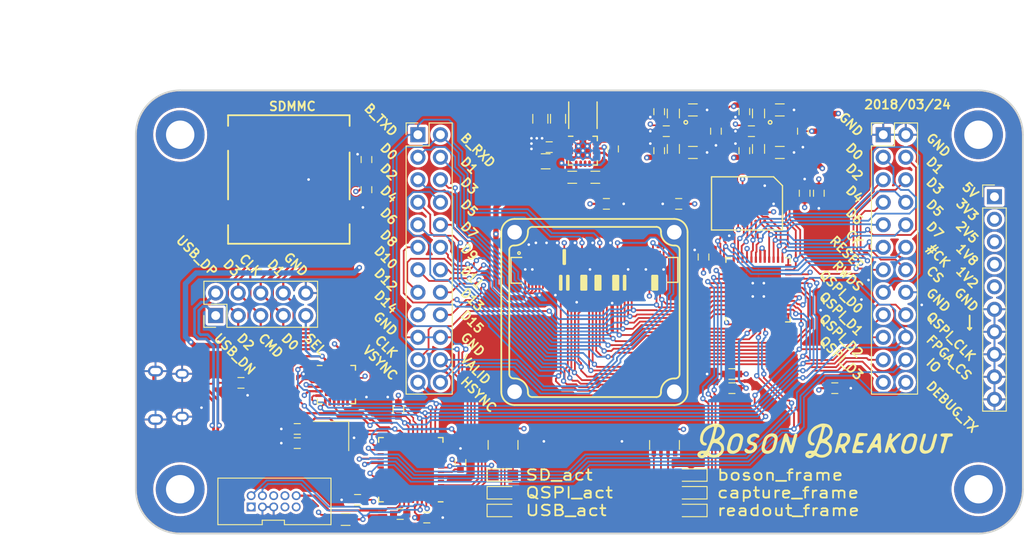
<source format=kicad_pcb>
(kicad_pcb (version 20221018) (generator pcbnew)
  (layers (0 "F.Cu" signal) (1 "In1.Cu" signal) (2 "In2.Cu" signal) (31 "B.Cu" signal) (34 "B.Paste" user) (35 "F.Paste" user) (36 "B.SilkS" user "B.Silkscreen") (37 "F.SilkS" user "F.Silkscreen") (38 "B.Mask" user) (39 "F.Mask" user) (44 "Edge.Cuts" user))
  (net 0 "")
  (net 1 "HB_CK#")
  (net 2 "HB_CK")
  (net 3 "HB_DQ0")
  (net 4 "HB_DQ1")
  (net 5 "HB_DQ2")
  (net 6 "HB_DQ3")
  (net 7 "HB_DQ5")
  (net 8 "HB_DQ6")
  (net 9 "HB_DQ4")
  (net 10 "HB_CS#")
  (net 11 "HB_RWDS")
  (net 12 "HB_DQ7")
  (net 13 "GND")
  (net 14 "+1V8")
  (net 15 "HB_RESET#")
  (net 16 "CAM_CLK")
  (net 17 "CAM_VALID")
  (net 18 "+1V2")
  (net 19 "CAM_D2")
  (net 20 "CDONE/IO_C")
  (net 21 "FPGA_RST")
  (net 22 "CAM_D3")
  (net 23 "CAM_D4")
  (net 24 "CAM_D5")
  (net 25 "CAM_D6")
  (net 26 "CAM_D8")
  (net 27 "CAM_D10")
  (net 28 "CAM_D9")
  (net 29 "CAM_D7")
  (net 30 "CAM_D0")
  (net 31 "LED_A")
  (net 32 "LED_B")
  (net 33 "LED_C")
  (net 34 "CAM_D1")
  (net 35 "CAM_D13")
  (net 36 "CAM_D15")
  (net 37 "CAM_D11")
  (net 38 "CAM_D12")
  (net 39 "CAM_D14")
  (net 40 "Net-(U2-PadB5)")
  (net 41 "Net-(U2-PadC5)")
  (net 42 "Net-(U4-Pad80)")
  (net 43 "Net-(U4-Pad75)")
  (net 44 "CAM_HSYNC")
  (net 45 "Net-(U4-Pad71)")
  (net 46 "Net-(U4-Pad68)")
  (net 47 "Net-(U4-Pad67)")
  (net 48 "Net-(U4-Pad66)")
  (net 49 "Net-(U4-Pad65)")
  (net 50 "Net-(U4-Pad64)")
  (net 51 "Net-(U4-Pad63)")
  (net 52 "Net-(U4-Pad61)")
  (net 53 "Net-(U4-Pad57)")
  (net 54 "CAM_VSYNC")
  (net 55 "Net-(U4-Pad37)")
  (net 56 "Net-(U4-Pad35)")
  (net 57 "Net-(U4-Pad18)")
  (net 58 "Net-(U4-Pad17)")
  (net 59 "Net-(U4-Pad16)")
  (net 60 "Net-(U4-Pad15)")
  (net 61 "Net-(U4-Pad14)")
  (net 62 "Net-(U4-Pad12)")
  (net 63 "Net-(U4-Pad11)")
  (net 64 "Net-(U4-Pad9)")
  (net 65 "EXT_SYNC")
  (net 66 "BOSON_TXD")
  (net 67 "BOSON_RXD")
  (net 68 "BOSON_RESET")
  (net 69 "+3V3")
  (net 70 "Net-(U5-Pad43)")
  (net 71 "Net-(U5-Pad39)")
  (net 72 "Net-(U5-Pad38)")
  (net 73 "Net-(U5-Pad37)")
  (net 74 "Net-(U5-Pad31)")
  (net 75 "Net-(U5-Pad30)")
  (net 76 "Net-(U5-Pad22)")
  (net 77 "Net-(U5-Pad21)")
  (net 78 "Net-(U5-Pad11)")
  (net 79 "Net-(U5-Pad10)")
  (net 80 "Net-(U5-Pad9)")
  (net 81 "Net-(U5-Pad8)")
  (net 82 "Net-(U5-Pad4)")
  (net 83 "SD_D1")
  (net 84 "SD_D0")
  (net 85 "SD_CLK")
  (net 86 "SD_CMD")
  (net 87 "SD_D3")
  (net 88 "SD_D2")
  (net 89 "SD_CK/QSPI_CS")
  (net 90 "SD_DAT3/QSPI_SCK")
  (net 91 "SD_DAT2/QSPI_D3")
  (net 92 "SD_DAT1/QSPI_D2")
  (net 93 "SD_DAT0/QSPI_D1")
  (net 94 "SD_CMD/QSPI_D0")
  (net 95 "SDMMC_SEL")
  (net 96 "Net-(U10-Pad15)")
  (net 97 "Net-(U10-Pad14)")
  (net 98 "Net-(U10-Pad13)")
  (net 99 "Net-(U10-Pad12)")
  (net 100 "Net-(U10-Pad10)")
  (net 101 "Net-(U10-Pad8)")
  (net 102 "USB_DATA_N")
  (net 103 "USB_DATA_P")
  (net 104 "Net-(J4-Pad4)")
  (net 105 "FPGA_CS")
  (net 106 "+5V")
  (net 107 "+2V5")
  (net 108 "Net-(C4-Pad1)")
  (net 109 "Net-(C5-Pad1)")
  (net 110 "Net-(C6-Pad1)")
  (net 111 "Net-(C6-Pad2)")
  (net 112 "Net-(C9-Pad1)")
  (net 113 "Net-(R2-Pad1)")
  (net 114 "Net-(R4-Pad1)")
  (net 115 "Net-(R6-Pad2)")
  (net 116 "Net-(R8-Pad1)")
  (net 117 "Net-(R10-Pad1)")
  (net 118 "Net-(U8-Pad9)")
  (net 119 "Net-(U8-Pad8)")
  (net 120 "Net-(U8-Pad7)")
  (net 121 "Net-(U8-Pad6)")
  (net 122 "Net-(D1-Pad2)")
  (net 123 "Net-(D2-Pad2)")
  (net 124 "Net-(D3-Pad2)")
  (net 125 "LED_D")
  (net 126 "Net-(D4-Pad2)")
  (net 127 "Net-(D5-Pad2)")
  (net 128 "LED_E")
  (net 129 "LED_F")
  (net 130 "Net-(D6-Pad2)")
  (net 131 "Net-(RN1-Pad4)")
  (net 132 "Net-(RN2-Pad4)")
  (net 133 "Net-(C14-Pad1)")
  (net 134 "/Microcontroller/XOSC1_XIN")
  (net 135 "/Microcontroller/XOSC1_XOUT")
  (net 136 "/Microcontroller/VUSB")
  (net 137 "SAM_SWDIO")
  (net 138 "SAM_SWCLK")
  (net 139 "Net-(J6-Pad6)")
  (net 140 "Net-(J6-Pad7)")
  (net 141 "Net-(J6-Pad8)")
  (net 142 "Net-(J6-Pad9)")
  (net 143 "SAM_RST")
  (net 144 "Net-(U5-Pad27)")
  (net 145 "DEBUG_TX")
  (footprint "Housings_DFN_QFN:QFN-48-1EP_7x7mm_Pitch0.5mm" (layer "F.Cu") (at 185.15 112.4989 90)
    (fp_text reference "U1")
    (fp_text value "ICE5LP4K-SG48")
  )
  (footprint "lib:BGA_24" (layer "F.Cu") (at 183.9 102.75 -90)
    (fp_text reference "U2")
    (fp_text value "S27KS0641" hide)
  )
  (footprint "lib:DF40_80Pin" (layer "F.Cu") (at 166.7 110.25)
    (fp_text reference "U4")
    (fp_text value "Boson")
  )
  (footprint "Housings_DFN_QFN:QFN-48-1EP_7x7mm_Pitch0.5mm" (layer "F.Cu") (at 146 132.8 180)
    (fp_text reference "U5")
    (fp_text value "ATSAMD51G19A")
  )
  (footprint "Pin_Headers:Pin_Header_Straight_2x12_Pitch2.54mm" (layer "F.Cu") (at 146.8 95)
    (fp_text reference "J1")
    (fp_text value "Conn_02x12_Odd_Even" hide)
  )
  (footprint "Fiducials:Fiducial_0.75mm_Dia_1.5mm_Outer" (layer "F.Cu") (at 120 100)
    (fp_text reference "REF**" hide)
    (fp_text value "Fiducial_0.75mm_Dia_1.5mm_Outer")
  )
  (footprint "Mounting_Holes:MountingHole_3.2mm_M3_ISO14580_Pad" (layer "F.Cu") (at 120 95)
    (fp_text reference "REF**" hide)
    (fp_text value "MountingHole_3.2mm_M3_ISO14580_Pad" hide)
  )
  (footprint "Mounting_Holes:MountingHole_3.2mm_M3_ISO14580_Pad" (layer "F.Cu") (at 210 95)
    (fp_text reference "REF**" hide)
    (fp_text value "MountingHole_3.2mm_M3_ISO14580_Pad" hide)
  )
  (footprint "Mounting_Holes:MountingHole_3.2mm_M3_ISO14580_Pad" (layer "F.Cu") (at 210 135)
    (fp_text reference "REF**" hide)
    (fp_text value "MountingHole_3.2mm_M3_ISO14580_Pad" hide)
  )
  (footprint "Mounting_Holes:MountingHole_3.2mm_M3_ISO14580_Pad" (layer "F.Cu") (at 120 135)
    (fp_text reference "REF**" hide)
    (fp_text value "MountingHole_3.2mm_M3_ISO14580_Pad" hide)
  )
  (footprint "Fiducials:Fiducial_0.75mm_Dia_1.5mm_Outer" (layer "F.Cu") (at 210 130)
    (fp_text reference "REF**" hide)
    (fp_text value "Fiducial_0.75mm_Dia_1.5mm_Outer")
  )
  (footprint "lib:SD_holder_472190001" (layer "F.Cu") (at 133 98 180)
    (fp_text reference "J3")
    (fp_text value "MicroSD" hide)
  )
  (footprint "Housings_DFN_QFN:QFN-24-1EP_4x4mm_Pitch0.5mm" (layer "F.Cu") (at 137.61 123.19)
    (fp_text reference "U10")
    (fp_text value "TXS02612")
  )
  (footprint "Connectors:USB_Micro-B_10103594-0001LF" (layer "F.Cu") (at 118.6 124.4 -90)
    (fp_text reference "J4")
    (fp_text value "USB_OTG")
  )
  (footprint "Capacitors_SMD:C_0805" (layer "F.Cu") (at 161.2 98 180)
    (fp_text reference "C1")
    (fp_text value "10uF")
  )
  (footprint "Capacitors_SMD:C_0603" (layer "F.Cu") (at 174.8 94.6 180)
    (fp_text reference "C2")
    (fp_text value "100n")
  )
  (footprint "Capacitors_SMD:C_0603" (layer "F.Cu") (at 161.6 96.4 180)
    (fp_text reference "C3")
    (fp_text value "100n")
  )
  (footprint "Capacitors_SMD:C_0603" (layer "F.Cu") (at 190.2 94.6 -90)
    (fp_text reference "C4")
    (fp_text value "22nF")
  )
  (footprint "Capacitors_SMD:C_0603" (layer "F.Cu") (at 180.4 94.6 -90)
    (fp_text reference "C5")
    (fp_text value "22nF")
  )
  (footprint "Capacitors_SMD:C_0805" (layer "F.Cu") (at 162.6 93.2 -90)
    (fp_text reference "C7")
    (fp_text value "22uF")
  )
  (footprint "Capacitors_SMD:C_0805" (layer "F.Cu") (at 160.6 93.2 -90)
    (fp_text reference "C8")
    (fp_text value "22uF")
  )
  (footprint "Capacitors_SMD:C_0603" (layer "F.Cu") (at 174 92.4 -90)
    (fp_text reference "C9")
    (fp_text value "1uF")
  )
  (footprint "Capacitors_SMD:C_0603" (layer "F.Cu") (at 183.6 96.8 90)
    (fp_text reference "C10")
    (fp_text value "1uF")
  )
  (footprint "Capacitors_SMD:C_0603" (layer "F.Cu") (at 183.6 92.4 -90)
    (fp_text reference "C11")
    (fp_text value "1uF")
  )
  (footprint "Capacitors_SMD:C_0603" (layer "F.Cu") (at 174 96.8 90)
    (fp_text reference "C12")
    (fp_text value "1uF")
  )
  (footprint "Resistors_SMD:R_0603" (layer "F.Cu") (at 185.2 96.6 90)
    (fp_text reference "R2")
    (fp_text value "2.0K")
  )
  (footprint "Resistors_SMD:R_0603" (layer "F.Cu") (at 187.6 97)
    (fp_text reference "R3")
    (fp_text value "10K")
  )
  (footprint "Resistors_SMD:R_0603" (layer "F.Cu") (at 175.6 96.6 90)
    (fp_text reference "R4")
    (fp_text value "15K")
  )
  (footprint "Resistors_SMD:R_0603" (layer "F.Cu") (at 177.8 97)
    (fp_text reference "R5")
    (fp_text value "10K")
  )
  (footprint "Resistors_SMD:R_0603" (layer "F.Cu") (at 166.8 99.8 180)
    (fp_text reference "R6")
    (fp_text value "17.8K")
  )
  (footprint "Resistors_SMD:R_0603" (layer "F.Cu") (at 164.2 99.8 180)
    (fp_text reference "R7")
    (fp_text value "10K")
  )
  (footprint "Resistors_SMD:R_0603" (layer "F.Cu") (at 185.2 92.6 -90)
    (fp_text reference "R8")
    (fp_text value "8.0K")
  )
  (footprint "Resistors_SMD:R_0603" (layer "F.Cu") (at 187.6 92.2)
    (fp_text reference "R9")
    (fp_text value "10K")
  )
  (footprint "Resistors_SMD:R_0603" (layer "F.Cu") (at 175.6 92.6 -90)
    (fp_text reference "R10")
    (fp_text value "23K")
  )
  (footprint "Resistors_SMD:R_0603" (layer "F.Cu") (at 177.8 92.2)
    (fp_text reference "R11")
    (fp_text value "10K")
  )
  (footprint "lib:MLPQ-UT8" (layer "F.Cu") (at 187.708333 94.6)
    (fp_text reference "U6")
    (fp_text value "SC560A")
  )
  (footprint "lib:MLPQ-UT8" (layer "F.Cu") (at 178.2 94.6)
    (fp_text reference "U7")
    (fp_text value "SC560A")
  )
  (footprint "Housings_DFN_QFN:QFN-16-1EP_3x3mm_Pitch0.5mm_ThermalVias" (layer "F.Cu") (at 165.4 96.8)
    (fp_text reference "U8")
    (fp_text value "TS30011")
  )
  (footprint "Capacitors_SMD:C_0603" (layer "F.Cu") (at 168.8 96.6 -90)
    (fp_text reference "C6")
    (fp_text value "22nF")
  )
  (footprint "Capacitors_SMD:C_0603" (layer "F.Cu") (at 184.4 94.6 180)
    (fp_text reference "C13")
    (fp_text value "100n")
  )
  (footprint "Inductors:Inductor_Taiyo-Yuden_MD-3030" (layer "F.Cu") (at 165.4 92.8 -90)
    (fp_text reference "L1")
    (fp_text value "4u7")
  )
  (footprint "LEDs:LED_0805" (layer "F.Cu") (at 177.6 137.4 180)
    (fp_text reference "D1")
    (fp_text value "led green")
  )
  (footprint "LEDs:LED_0805" (layer "F.Cu") (at 177.6 135.4 180)
    (fp_text reference "D2")
    (fp_text value "led green")
  )
  (footprint "LEDs:LED_0805" (layer "F.Cu") (at 177.6 133.4 180)
    (fp_text reference "D3")
    (fp_text value "led green")
  )
  (footprint "LEDs:LED_0805" (layer "F.Cu") (at 156.4 137.4)
    (fp_text reference "D4")
    (fp_text value "led green")
  )
  (footprint "LEDs:LED_0805" (layer "F.Cu") (at 156.4 135.4)
    (fp_text reference "D5")
    (fp_text value "led green")
  )
  (footprint "LEDs:LED_0805" (layer "F.Cu") (at 156.4 133.4)
    (fp_text reference "D6")
    (fp_text value "led green")
  )
  (footprint "Pin_Headers:Pin_Header_Straight_2x05_Pitch2.54mm" (layer "F.Cu") (at 124 115.4 90)
    (fp_text reference "J5")
    (fp_text value "Conn_02x05_Odd_Even")
  )
  (footprint "Resistors_SMD:R_Array_Convex_4x0603" (layer "F.Cu") (at 174.6 130 90)
    (fp_text reference "RN1")
    (fp_text value "R_Pack04")
  )
  (footprint "Resistors_SMD:R_Array_Convex_4x0603" (layer "F.Cu") (at 156.4 130 90)
    (fp_text reference "RN2")
    (fp_text value "R_Pack04")
  )
  (footprint "Capacitors_SMD:C_0603" (layer "F.Cu") (at 144.8 137.8)
    (fp_text reference "C14")
    (fp_text value "1uF")
  )
  (footprint "Capacitors_SMD:C_0603" (layer "F.Cu") (at 126.85 123)
    (fp_text reference "C15")
    (fp_text value "10n")
  )
  (footprint "Capacitors_SMD:C_0603" (layer "F.Cu") (at 133.2 128.2)
    (fp_text reference "C16")
    (fp_text value "26pF")
  )
  (footprint "Capacitors_SMD:C_0603" (layer "F.Cu") (at 133.2 129.8)
    (fp_text reference "C17")
    (fp_text value "26pF")
  )
  (footprint "lib:CORTEX_SWD" (layer "F.Cu") (at 128 137 90)
    (fp_text reference "J6")
    (fp_text value "cortex SWD")
  )
  (footprint "Resistors_SMD:R_0603" (layer "F.Cu") (at 138.65 138.4)
    (fp_text reference "R12")
    (fp_text value "1K")
  )
  (footprint "Crystals:Crystal_SMD_3225-4pin_3.2x2.5mm" (layer "F.Cu") (at 137 129 180)
    (fp_text reference "Y1")
    (fp_text value "16MHz")
  )
  (footprint "Resistors_SMD:R_0201_NoSilk" (layer "F.Cu") (at 124 123)
    (fp_text reference "JP1")
    (fp_text value "Jumper_NC_Small")
  )
  (footprint "Mounting_Holes:MountingHole_2.2mm_M2_Pad" (layer "F.Cu") (at 157.7 106)
    (fp_text reference "REF**")
    (fp_text value "MountingHole_2.2mm_M2_Pad")
  )
  (footprint "Mounting_Holes:MountingHole_2.2mm_M2_Pad" (layer "F.Cu") (at 175.7 106)
    (fp_text reference "REF**")
    (fp_text value "MountingHole_2.2mm_M2_Pad")
  )
  (footprint "Mounting_Holes:MountingHole_2.2mm_M2_Pad" (layer "F.Cu") (at 157.7 124)
    (fp_text reference "REF**")
    (fp_text value "MountingHole_2.2mm_M2_Pad")
  )
  (footprint "Mounting_Holes:MountingHole_2.2mm_M2_Pad" (layer "F.Cu") (at 175.7 124)
    (fp_text reference "REF**")
    (fp_text value "MountingHole_2.2mm_M2_Pad")
  )
  (footprint "Pin_Headers:Pin_Header_Straight_2x12_Pitch2.54mm" (layer "F.Cu") (at 199.26 95)
    (fp_text reference "J2")
    (fp_text value "Conn_02x12_Odd_Even" hide)
  )
  (footprint "Pin_Headers:Pin_Header_Straight_1x10_Pitch2.54mm" (layer "F.Cu") (at 211.8 102)
    (fp_text reference "J7")
    (fp_text value "Conn_01x10")
  )
  (footprint "LOGO" (layer "F.Cu") (at 204.6 138)
    (fp_text reference "G***" hide)
    (fp_text value "LOGO" hide)
  )
  (footprint "LOGO" (layer "F.Cu") (at 192.8 130)
    (fp_text reference "G***" hide)
    (fp_text value "LOGO" hide)
  )
  (footprint "Capacitors_SMD:C_0603" (layer "F.Cu") (at 141 101.2 -90)
    (fp_text reference "C18")
    (fp_text value "100n")
  )
  (footprint "Capacitors_SMD:C_0603" (layer "F.Cu") (at 141 97.8 90)
    (fp_text reference "C19")
    (fp_text value "100n")
  )
  (footprint "Capacitors_SMD:C_0603" (layer "F.Cu") (at 144.6 126 -90)
    (fp_text reference "C20")
    (fp_text value "100n")
  )
  (footprint "Capacitors_SMD:C_0603" (layer "F.Cu") (at 147.8 138.2)
    (fp_text reference "C21")
    (fp_text value "100n")
  )
  (footprint "Capacitors_SMD:C_0603" (layer "F.Cu") (at 140 136.2 180)
    (fp_text reference "C22")
    (fp_text value "100n")
  )
  (footprint "Capacitors_SMD:C_0603" (layer "F.Cu") (at 151.6 132 90)
    (fp_text reference "C23")
    (fp_text value "100n")
  )
  (footprint "Capacitors_SMD:C_0603" (layer "F.Cu") (at 179 108.8 90)
    (fp_text reference "C24")
    (fp_text value "100n")
  )
  (footprint "Capacitors_SMD:C_0603" (layer "F.Cu") (at 192 101.6 -90)
    (fp_text reference "C25")
    (fp_text value "100n")
  )
  (footprint "Capacitors_SMD:C_0603" (layer "F.Cu") (at 182.2 122 180)
    (fp_text reference "C26")
    (fp_text value "100n")
  )
  (footprint "Capacitors_SMD:C_0603" (layer "F.Cu") (at 182.2 123.6 180)
    (fp_text reference "C27")
    (fp_text value "100n")
  )
  (footprint "Capacitors_SMD:C_0603" (layer "F.Cu") (at 190.4 101.6 90)
    (fp_text reference "C28")
    (fp_text value "100n")
  )
  (footprint "Capacitors_SMD:C_0603" (layer "F.Cu") (at 176.2 102.8 180)
    (fp_text reference "C29")
    (fp_text value "100n")
  )
  (footprint "Capacitors_SMD:C_0603" (layer "F.Cu") (at 168.05 102.8)
    (fp_text reference "C30")
    (fp_text value "100n")
  )
  (footprint "Capacitors_SMD:C_0603" (layer "F.Cu") (at 193.8 123.6)
    (fp_text reference "C31")
    (fp_text value "100n")
  )
  (gr_arc (start 174.2 124.1) (mid 174.053553 124.453553) (end 173.7 124.6) (stroke (width 0.2)) (layer "F.SilkS"))
  (gr_arc (start 175.7 107.5) (mid 174.63934 107.06066) (end 174.2 106) (stroke (width 0.2)) (layer "F.SilkS"))
  (gr_line (start 208.8 116.8) (end 209 117) (stroke (width 0.2)) (layer "F.SilkS"))
  (gr_line (start 175.7 122.5) (end 175.8 122.5) (stroke (width 0.2)) (layer "F.SilkS"))
  (gr_line (start 209 117) (end 208.8 116.8) (stroke (width 0.2)) (layer "F.SilkS"))
  (gr_arc (start 173.7 105.4) (mid 174.053553 105.546447) (end 174.2 105.9) (stroke (width 0.2)) (layer "F.SilkS"))
  (gr_line (start 209 115.4) (end 209 117) (stroke (width 0.2)) (layer "F.SilkS"))
  (gr_arc (start 157.7 122.5) (mid 158.76066 122.93934) (end 159.2 124) (stroke (width 0.2)) (layer "F.SilkS"))
  (gr_line (start 173.7 105.4) (end 159.7 105.4) (stroke (width 0.2)) (layer "F.SilkS"))
  (gr_arc (start 157.6 122.5) (mid 157.246447 122.353553) (end 157.1 122) (stroke (width 0.2)) (layer "F.SilkS"))
  (gr_line (start 159.2 124) (end 159.2 124.1) (stroke (width 0.2)) (layer "F.SilkS"))
  (gr_line (start 175.7 125.5) (end 157.7 125.5) (stroke (width 0.2)) (layer "F.SilkS"))
  (gr_arc (start 174.2 124) (mid 174.63934 122.93934) (end 175.7 122.5) (stroke (width 0.2)) (layer "F.SilkS"))
  (gr_arc (start 175.7 104.5) (mid 176.76066 104.93934) (end 177.2 106) (stroke (width 0.2)) (layer "F.SilkS"))
  (gr_arc (start 157.1 108) (mid 157.246447 107.646447) (end 157.6 107.5) (stroke (width 0.2)) (layer "F.SilkS"))
  (gr_line (start 159.2 105.9) (end 159.2 106) (stroke (width 0.2)) (layer "F.SilkS"))
  (gr_arc (start 157.7 125.5) (mid 156.63934 125.06066) (end 156.2 124) (stroke (width 0.2)) (layer "F.SilkS"))
  (gr_line (start 174.2 106) (end 174.2 105.9) (stroke (width 0.2)) (layer "F.SilkS"))
  (gr_arc (start 159.2 106) (mid 158.76066 107.06066) (end 157.7 107.5) (stroke (width 0.2)) (layer "F.SilkS"))
  (gr_line (start 176.3 122) (end 176.3 108) (stroke (width 0.2)) (layer "F.SilkS"))
  (gr_line (start 157.6 122.5) (end 157.7 122.5) (stroke (width 0.2)) (layer "F.SilkS"))
  (gr_line (start 175.8 107.5) (end 175.7 107.5) (stroke (width 0.2)) (layer "F.SilkS"))
  (gr_line (start 157.1 108) (end 157.1 122) (stroke (width 0.2)) (layer "F.SilkS"))
  (gr_line (start 156.2 124) (end 156.2 106) (stroke (width 0.2)) (layer "F.SilkS"))
  (gr_line (start 209 117) (end 209.2 116.8) (stroke (width 0.2)) (layer "F.SilkS"))
  (gr_arc (start 159.7 124.6) (mid 159.346447 124.453553) (end 159.2 124.1) (stroke (width 0.2)) (layer "F.SilkS"))
  (gr_line (start 157.7 104.5) (end 175.7 104.5) (stroke (width 0.2)) (layer "F.SilkS"))
  (gr_line (start 177.2 106) (end 177.2 124) (stroke (width 0.2)) (layer "F.SilkS"))
  (gr_line (start 174.2 124.1) (end 174.2 124) (stroke (width 0.2)) (layer "F.SilkS"))
  (gr_arc (start 175.8 107.5) (mid 176.153553 107.646447) (end 176.3 108) (stroke (width 0.2)) (layer "F.SilkS"))
  (gr_arc (start 159.2 105.9) (mid 159.346447 105.546447) (end 159.7 105.4) (stroke (width 0.2)) (layer "F.SilkS"))
  (gr_arc (start 176.3 122) (mid 176.153553 122.353553) (end 175.8 122.5) (stroke (width 0.2)) (layer "F.SilkS"))
  (gr_line (start 159.7 124.6) (end 173.7 124.6) (stroke (width 0.2)) (layer "F.SilkS"))
  (gr_arc (start 177.2 124) (mid 176.76066 125.06066) (end 175.7 125.5) (stroke (width 0.2)) (layer "F.SilkS"))
  (gr_arc (start 156.2 106) (mid 156.63934 104.93934) (end 157.7 104.5) (stroke (width 0.2)) (layer "F.SilkS"))
  (gr_line (start 157.7 107.5) (end 157.6 107.5) (stroke (width 0.2)) (layer "F.SilkS"))
  (gr_line (start 120 90) (end 210 90) (stroke (width 0.2)) (layer "Edge.Cuts"))
  (gr_arc (start 115 95) (mid 116.464466 91.464466) (end 120 90) (stroke (width 0.2)) (layer "Edge.Cuts"))
  (gr_arc (start 120 140) (mid 116.464466 138.535534) (end 115 135) (stroke (width 0.2)) (layer "Edge.Cuts"))
  (gr_arc (start 215 135) (mid 213.535534 138.535534) (end 210 140) (stroke (width 0.2)) (layer "Edge.Cuts"))
  (gr_arc (start 210 90) (mid 213.535534 91.464466) (end 215 95) (stroke (width 0.2)) (layer "Edge.Cuts"))
  (gr_line (start 115 135) (end 115 95) (stroke (width 0.2)) (layer "Edge.Cuts"))
  (gr_line (start 210 140) (end 120 140) (stroke (width 0.2)) (layer "Edge.Cuts"))
  (gr_line (start 215 95) (end 215 135) (stroke (width 0.2)) (layer "Edge.Cuts"))
  (gr_text "D2" (at 144.3 100 315) (layer "F.SilkS") (effects (font (size 1 1) (thickness 0.2)) (justify right)))
  (gr_text "D4" (at 144.3 102.5 315) (layer "F.SilkS") (effects (font (size 1 1) (thickness 0.2)) (justify right)))
  (gr_text "D6\n" (at 144.3 105 315) (layer "F.SilkS") (effects (font (size 1 1) (thickness 0.2)) (justify right)))
  (gr_text "D8" (at 144.3 107.5 315) (layer "F.SilkS") (effects (font (size 1 1) (thickness 0.2)) (justify right)))
  (gr_text "D10\n" (at 144.3 110 315) (layer "F.SilkS") (effects (font (size 1 1) (thickness 0.2)) (justify right)))
  (gr_text "D12" (at 144.3 112.5 315) (layer "F.SilkS") (effects (font (size 1 1) (thickness 0.2)) (justify right)))
  (gr_text "D14" (at 144.3 115 315) (layer "F.SilkS") (effects (font (size 1 1) (thickness 0.2)) (justify right)))
  (gr_text "D1" (at 151.799999 97.694022 315) (layer "F.SilkS") (effects (font (size 1 1) (thickness 0.2)) (justify left)))
  (gr_text "D3" (at 151.8 100 315) (layer "F.SilkS") (effects (font (size 1 1) (thickness 0.2)) (justify left)))
  (gr_text "D5" (at 151.8 102.5 315) (layer "F.SilkS") (effects (font (size 1 1) (thickness 0.2)) (justify left)))
  (gr_text "D7" (at 151.8 105 315) (layer "F.SilkS") (effects (font (size 1 1) (thickness 0.2)) (justify left)))
  (gr_text "D9" (at 151.8 107.5 315) (layer "F.SilkS") (effects (font (size 1 1) (thickness 0.2)) (justify left)))
  (gr_text "D11\n" (at 151.8 110 315) (layer "F.SilkS") (effects (font (size 1 1) (thickness 0.2)) (justify left)))
  (gr_text "D13" (at 151.8 112.5 315) (layer "F.SilkS") (effects (font (size 1 1) (thickness 0.2)) (justify left)))
  (gr_text "D15" (at 151.8 115 315) (layer "F.SilkS") (effects (font (size 1 1) (thickness 0.2)) (justify left)))
  (gr_text "VALID" (at 151.8 120 315) (layer "F.SilkS") (effects (font (size 1 1) (thickness 0.2)) (justify left)))
  (gr_text "CLK" (at 144.3 120 315) (layer "F.SilkS") (effects (font (size 1 1) (thickness 0.2)) (justify right)))
  (gr_text "HSYNC" (at 151.8 122.5 315) (layer "F.SilkS") (effects (font (size 1 1) (thickness 0.2)) (justify left)))
  (gr_text "VSYNC" (at 144.3 122.5 315) (layer "F.SilkS") (effects (font (size 1 1) (thickness 0.2)) (justify right)))
  (gr_text "GND\n" (at 144.3 117.5 315) (layer "F.SilkS") (effects (font (size 1 1) (thickness 0.2)) (justify right)))
  (gr_text "GND\n" (at 151.8 117.5 315) (layer "F.SilkS") (effects (font (size 1 1) (thickness 0.2)) (justify left)))
  (gr_text "GND\n" (at 204.3 95 315) (layer "F.SilkS") (effects (font (size 1 1) (thickness 0.2)) (justify left)))
  (gr_text "GND\n" (at 196.8 95 315) (layer "F.SilkS") (effects (font (size 1 1) (thickness 0.2)) (justify right)))
  (gr_text "D6\n" (at 196.8 105 315) (layer "F.SilkS") (effects (font (size 1 1) (thickness 0.2)) (justify right)))
  (gr_text "D4" (at 196.8 102.5 315) (layer "F.SilkS") (effects (font (size 1 1) (thickness 0.2)) (justify right)))
  (gr_text "D0" (at 196.800001 97.694022 315) (layer "F.SilkS") (effects (font (size 1 1) (thickness 0.2)) (justify right)))
  (gr_text "D2" (at 196.8 100 315) (layer "F.SilkS") (effects (font (size 1 1) (thickness 0.2)) (justify right)))
  (gr_text "D1" (at 204.299999 97.694022 315) (layer "F.SilkS") (effects (font (size 1 1) (thickness 0.2)) (justify left)))
  (gr_text "D3" (at 204.3 100 315) (layer "F.SilkS") (effects (font (size 1 1) (thickness 0.2)) (justify left)))
  (gr_text "D7" (at 204.3 105 315) (layer "F.SilkS") (effects (font (size 1 1) (thickness 0.2)) (justify left)))
  (gr_text "D5" (at 204.3 102.5 315) (layer "F.SilkS") (effects (font (size 1 1) (thickness 0.2)) (justify left)))
  (gr_text "CK\n" (at 196.8 107.5 315) (layer "F.SilkS") (effects (font (size 1 1) (thickness 0.2)) (justify right)))
  (gr_text "#CK" (at 204.3 107.5 315) (layer "F.SilkS") (effects (font (size 1 1) (thickness 0.2)) (justify left)))
  (gr_text "CS" (at 204.3 110 315) (layer "F.SilkS") (effects (font (size 1 1) (thickness 0.2)) (justify left)))
  (gr_text "RESET" (at 196.8 110 315) (layer "F.SilkS") (effects (font (size 1 1) (thickness 0.2)) (justify right)))
  (gr_text "RWDS" (at 196.8 112.5 315) (layer "F.SilkS") (effects (font (size 1 1) (thickness 0.2)) (justify right)))
  (gr_text "GND" (at 204.3 112.5 315) (layer "F.SilkS") (effects (font (size 1 1) (thickness 0.2)) (justify left)))
  (gr_text "QSPI_D2" (at 196.8 120 315) (layer "F.SilkS") (effects (font (size 1 1) (thickness 0.2)) (justify right)))
  (gr_text "QSPI_D3\n" (at 196.8 122.5 315) (layer "F.SilkS") (effects (font (size 1 1) (thickness 0.2)) (justify right)))
  (gr_text "QSPI_D0\n" (at 196.8 115 315) (layer "F.SilkS") (effects (font (size 1 1) (thickness 0.2)) (justify right)))
  (gr_text "QSPI_D1\n" (at 196.8 117.5 315) (layer "F.SilkS") (effects (font (size 1 1) (thickness 0.2)) (justify right)))
  (gr_text "B_TXD" (at 144.3 95 315) (layer "F.SilkS") (effects (font (size 1 1) (thickness 0.2)) (justify right)))
  (gr_text "B_RXD" (at 151.8 95 315) (layer "F.SilkS") (effects (font (size 1 1) (thickness 0.2)) (justify left)))
  (gr_text "D3" (at 126.6 110.8 315) (layer "F.SilkS") (effects (font (size 1 1) (thickness 0.2)) (justify right)))
  (gr_text "CLK\n" (at 129 110.8 315) (layer "F.SilkS") (effects (font (size 1 1) (thickness 0.2)) (justify right)))
  (gr_text "D1" (at 131.6 110.8 315) (layer "F.SilkS") (effects (font (size 1 1) (thickness 0.2)) (justify right)))
  (gr_text "GND" (at 134.2 110.8 315) (layer "F.SilkS") (effects (font (size 1 1) (thickness 0.2)) (justify right)))
  (gr_text "D2" (at 126.6 117.6 315) (layer "F.SilkS") (effects (font (size 1 1) (thickness 0.2)) (justify left)))
  (gr_text "CMD" (at 129 117.6 315) (layer "F.SilkS") (effects (font (size 1 1) (thickness 0.2)) (justify left)))
  (gr_text "D0" (at 131.6 117.6 315) (layer "F.SilkS") (effects (font (size 1 1) (thickness 0.2)) (justify left)))
  (gr_text "SEL" (at 134.2 117.6 315) (layer "F.SilkS") (effects (font (size 1 1) (thickness 0.2)) (justify left)))
  (gr_text "capture_frame" (at 180.4 135.4) (layer "F.SilkS") (effects (font (size 1.2 1.5) (thickness 0.2)) (justify left)))
  (gr_text "readout_frame" (at 180.4 137.4) (layer "F.SilkS") (effects (font (size 1.2 1.5) (thickness 0.2)) (justify left)))
  (gr_text "SD_act" (at 158.8 133.4) (layer "F.SilkS") (effects (font (size 1.2 1.5) (thickness 0.2)) (justify left)))
  (gr_text "QSPI_act" (at 158.8 135.4) (layer "F.SilkS") (effects (font (size 1.2 1.5) (thickness 0.2)) (justify left)))
  (gr_text "USB_act" (at 158.8 137.4) (layer "F.SilkS") (effects (font (size 1.2 1.5) (thickness 0.2)) (justify left)))
  (gr_text "USB_DP" (at 124 110.8 315) (layer "F.SilkS") (effects (font (size 1 1) (thickness 0.2)) (justify right)))
  (gr_text "USB_DN" (at 124 117.6 315) (layer "F.SilkS") (effects (font (size 1 1) (thickness 0.2)) (justify left)))
  (gr_text "QSPI_CLK" (at 204.3 115.2 315) (layer "F.SilkS") (effects (font (size 1 1) (thickness 0.2)) (justify left)))
  (gr_text "FPGA_CS" (at 204.3 117.8 315) (layer "F.SilkS") (effects (font (size 1 1) (thickness 0.2)) (justify left)))
  (gr_text "SDMMC" (at 135.4 91.8) (layer "F.SilkS") (effects (font (size 1 1) (thickness 0.2)) (justify right)))
  (gr_text "5V\n" (at 209.8 102 315) (layer "F.SilkS") (effects (font (size 1 1) (thickness 0.2)) (justify right)))
  (gr_text "3V3" (at 209.8 104.54 315) (layer "F.SilkS") (effects (font (size 1 1) (thickness 0.2)) (justify right)))
  (gr_text "2V5" (at 209.8 107.08 315) (layer "F.SilkS") (effects (font (size 1 1) (thickness 0.2)) (justify right)))
  (gr_text "1V8" (at 209.8 109.62 315) (layer "F.SilkS") (effects (font (size 1 1) (thickness 0.2)) (justify right)))
  (gr_text "1V2" (at 209.8 112.16 315) (layer "F.SilkS") (effects (font (size 1 1) (thickness 0.2)) (justify right)))
  (gr_text "GND" (at 209.8 114.8 315) (layer "F.SilkS") (effects (font (size 1 1) (thickness 0.2)) (justify right)))
  (gr_text "IO" (at 204.3 120.4 315) (layer "F.SilkS") (effects (font (size 1 1) (thickness 0.2)) (justify left)))
  (gr_text "DEBUG_TX" (at 204.3 123 315) (layer "F.SilkS") (effects (font (size 1 1) (thickness 0.2)) (justify left)))
  (gr_text "2018/03/24" (at 202 91.6) (layer "F.SilkS") (effects (font (size 1 1) (thickness 0.2))))
  (gr_text "boson_frame" (at 180.4 133.4) (layer "F.SilkS") (effects (font (size 1.2 1.5) (thickness 0.2)) (justify left)))
  (gr_text "D0" (at 144.300001 97.694022 315) (layer "F.SilkS") (effects (font (size 1 1) (thickness 0.2)) (justify right)))
  (segment (start 189.4 109.9489) (end 189.4 108.5) (width 0.2) (layer "F.Cu") (net 1))
  (segment (start 189.4 108.5) (end 189.4 105.799991) (width 0.2) (layer "F.Cu") (net 1))
  (segment (start 188.300009 102.634311) (end 187.415699 101.75) (width 0.2) (layer "F.Cu") (net 1))
  (segment (start 188.300009 104.7) (end 188.300009 102.634311) (width 0.2) (layer "F.Cu") (net 1))
  (segment (start 189.4 105.799991) (end 188.300009 104.7) (width 0.2) (layer "F.Cu") (net 1))
  (segment (start 188.55 110.248901) (end 189.1 110.2489) (width 0.2) (layer "F.Cu") (net 1))
  (segment (start 187.415699 101.75) (end 185.9 101.75) (width 0.2) (layer "F.Cu") (net 1))
  (segment (start 189.1 110.2489) (end 189.4 109.9489) (width 0.2) (layer "F.Cu") (net 1))
  (segment (start 189.4 108.5) (end 189.4 109.1) (width 0.2) (layer "F.Cu") (net 1))
  (via (at 189.4 109.1) (size 0.59) (drill 0.3) (layers "F.Cu" "B.Cu") (net 1))
  (segment (start 200.649999 108.850001) (end 201.8 107.7) (width 0.2) (layer "B.Cu") (net 1))
  (segment (start 189.4 109.1) (end 189.99999 108.50001) (width 0.2) (layer "B.Cu") (net 1))
  (segment (start 189.99999 108.50001) (end 197.60001 108.50001) (width 0.2) (layer "B.Cu") (net 1))
  (segment (start 197.950001 108.850001) (end 200.649999 108.850001) (width 0.2) (layer "B.Cu") (net 1))
  (segment (start 197.60001 108.50001) (end 197.950001 108.850001) (width 0.2) (layer "B.Cu") (net 1))
  (segment (start 188.5 105.465689) (end 187.9 104.865689) (width 0.2) (layer "F.Cu") (net 2))
  (segment (start 186.600001 102.2) (end 186.55 102.25) (width 0.2) (layer "F.Cu") (net 2))
  (segment (start 187.299999 102.199999) (end 186.600001 102.2) (width 0.2) (layer "F.Cu") (net 2))
  (segment (start 187.9 102.799999) (end 187.299999 102.199999) (width 0.2) (layer "F.Cu") (net 2))
  (segment (start 187.9 104.865689) (end 187.9 102.799999) (width 0.2) (layer "F.Cu") (net 2))
  (segment (start 186.55 102.25) (end 185.4 102.25) (width 0.2) (layer "F.Cu") (net 2))
  (segment (start 187.9 108.3) (end 188.1 108.1) (width 0.2) (layer "F.Cu") (net 2))
  (segment (start 188.5 107.46337) (end 188.5 105.465689) (width 0.2) (layer "F.Cu") (net 2))
  (segment (start 187.9 109.0989) (end 187.9 108.3) (width 0.2) (layer "F.Cu") (net 2))
  (segment (start 188.1 108.1) (end 188.1 107.86337) (width 0.2) (layer "F.Cu") (net 2))
  (segment (start 188.1 107.86337) (end 188.5 107.46337) (width 0.2) (layer "F.Cu") (net 2))
  (segment (start 185.4 102.25) (end 184.9 101.75) (width 0.2) (layer "F.Cu") (net 2))
  (via (at 188.1 108.1) (size 0.59) (drill 0.3) (layers "F.Cu" "B.Cu") (net 2))
  (segment (start 188.1 108.1) (end 198.86 108.1) (width 0.2) (layer "B.Cu") (net 2))
  (segment (start 198.86 108.1) (end 199.26 107.7) (width 0.2) (layer "B.Cu") (net 2))
  (segment (start 184.4 108.209291) (end 184.572514 108.036777) (width 0.2) (layer "F.Cu") (net 3))
  (segment (start 183.9 103.75) (end 184.4 104.25) (width 0.2) (layer "F.Cu") (net 3))
  (segment (start 184.572514 106.467619) (end 184.572514 106.884812) (width 0.2) (layer "F.Cu") (net 3))
  (segment (start 184.4 106.295105) (end 184.572514 106.467619) (width 0.2) (layer "F.Cu") (net 3))
  (segment (start 184.4 109.0989) (end 184.4 108.209291) (width 0.2) (layer "F.Cu") (net 3))
  (segment (start 184.4 104.25) (end 184.4 106.295105) (width 0.2) (layer "F.Cu") (net 3))
  (segment (start 184.572514 107.302005) (end 184.572514 106.884812) (width 0.2) (layer "F.Cu") (net 3))
  (segment (start 184.572514 108.036777) (end 184.572514 107.302005) (width 0.2) (layer "F.Cu") (net 3))
  (via (at 184.572514 106.884812) (size 0.59) (drill 0.3) (layers "F.Cu" "B.Cu") (net 3))
  (segment (start 184.867513 106.589813) (end 184.867513 106.232487) (width 0.2) (layer "B.Cu") (net 3))
  (segment (start 200.410001 98.690001) (end 200.109999 98.389999) (width 0.2) (layer "B.Cu") (net 3))
  (segment (start 185.1 106) (end 185.425043 106) (width 0.2) (layer "B.Cu") (net 3))
  (segment (start 189.034302 104.7) (end 197.6 104.7) (width 0.2) (layer "B.Cu") (net 3))
  (segment (start 202.950001 103.172001) (end 202.950001 102.067999) (width 0.2) (layer "B.Cu") (net 3))
  (segment (start 201.247999 101.230001) (end 200.410001 100.392003) (width 0.2) (layer "B.Cu") (net 3))
  (segment (start 186.135665 105.289378) (end 188.444924 105.289378) (width 0.2) (layer "B.Cu") (net 3))
  (segment (start 184.572514 106.884812) (end 184.867513 106.589813) (width 0.2) (layer "B.Cu") (net 3))
  (segment (start 202.950001 102.067999) (end 202.112003 101.230001) (width 0.2) (layer "B.Cu") (net 3))
  (segment (start 200.410001 100.392003) (end 200.410001 98.690001) (width 0.2) (layer "B.Cu") (net 3))
  (segment (start 202.222002 103.9) (end 202.950001 103.172001) (width 0.2) (layer "B.Cu") (net 3))
  (segment (start 184.867513 106.232487) (end 185.1 106) (width 0.2) (layer "B.Cu") (net 3))
  (segment (start 185.425043 106) (end 186.135665 105.289378) (width 0.2) (layer "B.Cu") (net 3))
  (segment (start 202.112003 101.230001) (end 201.247999 101.230001) (width 0.2) (layer "B.Cu") (net 3))
  (segment (start 188.444924 105.289378) (end 189.034302 104.7) (width 0.2) (layer "B.Cu") (net 3))
  (segment (start 198.4 103.9) (end 202.222002 103.9) (width 0.2) (layer "B.Cu") (net 3))
  (segment (start 197.6 104.7) (end 198.4 103.9) (width 0.2) (layer "B.Cu") (net 3))
  (segment (start 200.109999 98.389999) (end 199.26 97.54) (width 0.2) (layer "B.Cu") (net 3))
  (segment (start 185.400001 104.546998) (end 185.4 104.953002) (width 0.2) (layer "F.Cu") (net 4))
  (segment (start 202.352001 106.310001) (end 202.950001 105.712001) (width 0.2) (layer "F.Cu") (net 4))
  (segment (start 186.4 106.471344) (end 186.586955 106.284389) (width 0.2) (layer "F.Cu") (net 4))
  (segment (start 185.4 104.953002) (end 186.399999 105.953002) (width 0.2) (layer "F.Cu") (net 4))
  (segment (start 184.9 104.046998) (end 185.400001 104.546998) (width 0.2) (layer "F.Cu") (net 4))
  (segment (start 198.110001 106.310001) (end 202.352001 106.310001) (width 0.2) (layer "F.Cu") (net 4))
  (segment (start 186.399999 105.953002) (end 186.399999 106.097433) (width 0.2) (layer "F.Cu") (net 4))
  (segment (start 202.950001 105.712001) (end 202.950001 98.690001) (width 0.2) (layer "F.Cu") (net 4))
  (segment (start 186.4 109.0989) (end 186.4 106.471344) (width 0.2) (layer "F.Cu") (net 4))
  (segment (start 202.649999 98.389999) (end 201.8 97.54) (width 0.2) (layer "F.Cu") (net 4))
  (segment (start 202.950001 98.690001) (end 202.649999 98.389999) (width 0.2) (layer "F.Cu") (net 4))
  (segment (start 186.399999 106.097433) (end 186.586955 106.284389) (width 0.2) (layer "F.Cu") (net 4))
  (segment (start 184.9 103.75) (end 184.9 104.046998) (width 0.2) (layer "F.Cu") (net 4))
  (segment (start 197.5 105.7) (end 198.110001 106.310001) (width 0.2) (layer "F.Cu") (net 4))
  (via (at 186.586955 106.284389) (size 0.59) (drill 0.3) (layers "F.Cu" "B.Cu") (net 4))
  (via (at 197.5 105.7) (size 0.59) (drill 0.3) (layers "F.Cu" "B.Cu") (net 4))
  (segment (start 186.586955 106.284389) (end 186.59816 106.295594) (width 0.2) (layer "B.Cu") (net 4))
  (segment (start 188.595594 106.295594) (end 189.19997 106.89997) (width 0.2) (layer "B.Cu") (net 4))
  (segment (start 197.200008 105.999992) (end 197.5 105.7) (width 0.2) (layer "B.Cu") (net 4))
  (segment (start 194.734332 106.89997) (end 195.63431 105.999992) (width 0.2) (layer "B.Cu") (net 4))
  (segment (start 189.19997 106.89997) (end 194.734332 106.89997) (width 0.2) (layer "B.Cu") (net 4))
  (segment (start 195.63431 105.999992) (end 197.200008 105.999992) (width 0.2) (layer "B.Cu") (net 4))
  (segment (start 186.59816 106.295594) (end 188.595594 106.295594) (width 0.2) (layer "B.Cu") (net 4))
  (segment (start 196.715423 109.49502) (end 196.420424 109.200021) (width 0.2) (layer "F.Cu") (net 5))
  (segment (start 182.4 103.25) (end 182.4 103.934302) (width 0.2) (layer "F.Cu") (net 5))
  (segment (start 181.5 107.182807) (end 181.3 106.982807) (width 0.2) (layer "F.Cu") (net 5))
  (segment (start 181.5 107.6) (end 181.5 107.182807) (width 0.2) (layer "F.Cu") (net 5))
  (segment (start 195.904989 103.70731) (end 198.2 101.412299) (width 0.2) (layer "F.Cu") (net 5))
  (segment (start 182.4 103.934302) (end 182.084302 104.25) (width 0.2) (layer "F.Cu") (net 5))
  (segment (start 196.420424 108.72758) (end 195.904989 108.212146) (width 0.2) (layer "F.Cu") (net 5))
  (segment (start 182.9 102.75) (end 182.4 103.25) (width 0.2) (layer "F.Cu") (net 5))
  (segment (start 198.2 101.14) (end 199.26 100.08) (width 0.2) (layer "F.Cu") (net 5))
  (segment (start 198.2 101.412299) (end 198.2 101.14) (width 0.2) (layer "F.Cu") (net 5))
  (segment (start 195.904989 108.212146) (end 195.904989 103.70731) (width 0.2) (layer "F.Cu") (net 5))
  (segment (start 181.3 109.6) (end 181.3 107.8) (width 0.2) (layer "F.Cu") (net 5))
  (segment (start 181.3 107.8) (end 181.5 107.6) (width 0.2) (layer "F.Cu") (net 5))
  (segment (start 181.3 109.6) (end 181.4489 109.7489) (width 0.2) (layer "F.Cu") (net 5))
  (segment (start 181.3 106.982807) (end 181.3 104.646998) (width 0.2) (layer "F.Cu") (net 5))
  (segment (start 196.420424 109.200021) (end 196.420424 108.72758) (width 0.2) (layer "F.Cu") (net 5))
  (segment (start 182.084302 104.25) (end 181.696998 104.25) (width 0.2) (layer "F.Cu") (net 5))
  (segment (start 181.696998 104.25) (end 181.3 104.646998) (width 0.2) (layer "F.Cu") (net 5))
  (segment (start 181.4489 109.7489) (end 181.75 109.7489) (width 0.2) (layer "F.Cu") (net 5))
  (via (at 196.715423 109.49502) (size 0.59) (drill 0.3) (layers "F.Cu" "B.Cu") (net 5))
  (via (at 181.5 107.6) (size 0.59) (drill 0.3) (layers "F.Cu" "B.Cu") (net 5))
  (segment (start 189.646291 110.30001) (end 190.5 109.4463) (width 0.2) (layer "B.Cu") (net 5))
  (segment (start 190.5 109.4463) (end 190.64627 109.30003) (width 0.2) (layer "B.Cu") (net 5))
  (segment (start 181.5 107.6) (end 182.182849 108.282849) (width 0.2) (layer "B.Cu") (net 5))
  (segment (start 196.520433 109.30003) (end 196.715423 109.49502) (width 0.2) (layer "B.Cu") (net 5))
  (segment (start 195.6 109.30003) (end 196.520433 109.30003) (width 0.2) (layer "B.Cu") (net 5))
  (segment (start 182.517151 108.282849) (end 184.534311 110.30001) (width 0.2) (layer "B.Cu") (net 5))
  (segment (start 184.534311 110.30001) (end 189.646291 110.30001) (width 0.2) (layer "B.Cu") (net 5))
  (segment (start 182.182849 108.282849) (end 182.517151 108.282849) (width 0.2) (layer "B.Cu") (net 5))
  (segment (start 190.64627 109.30003) (end 195.6 109.30003) (width 0.2) (layer "B.Cu") (net 5))
  (segment (start 196.304999 108.046457) (end 196.304999 103.872999) (width 0.2) (layer "F.Cu") (net 6))
  (segment (start 182.331462 105.94345) (end 182.331463 105.428326) (width 0.2) (layer "F.Cu") (net 6))
  (segment (start 182.5 107.3) (end 182.3 107.5) (width 0.2) (layer "F.Cu") (net 6))
  (segment (start 182.9 104) (end 182.9 103.997487) (width 0.2) (layer "F.Cu") (net 6))
  (segment (start 182.9 103.997487) (end 182.9 103.75) (width 0.2) (layer "F.Cu") (net 6))
  (segment (start 200.649999 101.230001) (end 200.950001 100.929999) (width 0.2) (layer "F.Cu") (net 6))
  (segment (start 182.4 109.0989) (end 182.4 107.6) (width 0.2) (layer "F.Cu") (net 6))
  (segment (start 182.4 104.5) (end 182.9 104) (width 0.2) (layer "F.Cu") (net 6))
  (segment (start 182.500006 106.500006) (end 182.5 106.500012) (width 0.2) (layer "F.Cu") (net 6))
  (segment (start 200.950001 100.929999) (end 201.8 100.08) (width 0.2) (layer "F.Cu") (net 6))
  (segment (start 182.5 106.500012) (end 182.5 107.3) (width 0.2) (layer "F.Cu") (net 6))
  (segment (start 182.4 107.6) (end 182.3 107.5) (width 0.2) (layer "F.Cu") (net 6))
  (segment (start 182.331463 105.428326) (end 182.4 105.359788) (width 0.2) (layer "F.Cu") (net 6))
  (segment (start 182.500006 106.111994) (end 182.331462 105.94345) (width 0.2) (layer "F.Cu") (net 6))
  (segment (start 182.4 105.359788) (end 182.4 104.5) (width 0.2) (layer "F.Cu") (net 6))
  (segment (start 182.500006 106.111994) (end 182.500006 106.500006) (width 0.2) (layer "F.Cu") (net 6))
  (segment (start 196.304999 103.872999) (end 198.947997 101.230001) (width 0.2) (layer "F.Cu") (net 6))
  (segment (start 198.947997 101.230001) (end 200.649999 101.230001) (width 0.2) (layer "F.Cu") (net 6))
  (segment (start 197.479271 109.220729) (end 196.304999 108.046457) (width 0.2) (layer "F.Cu") (net 6))
  (via (at 197.479271 109.220729) (size 0.59) (drill 0.3) (layers "F.Cu" "B.Cu") (net 6))
  (via (at 182.3 107.5) (size 0.59) (drill 0.3) (layers "F.Cu" "B.Cu") (net 6))
  (segment (start 197.158562 108.90002) (end 197.479271 109.220729) (width 0.2) (layer "B.Cu") (net 6))
  (segment (start 190.480582 108.90002) (end 195.7 108.90002) (width 0.2) (layer "B.Cu") (net 6))
  (segment (start 189.480602 109.9) (end 190.480582 108.90002) (width 0.2) (layer "B.Cu") (net 6))
  (segment (start 182.3 107.5) (end 184.7 109.9) (width 0.2) (layer "B.Cu") (net 6))
  (segment (start 195.7 108.90002) (end 197.158562 108.90002) (width 0.2) (layer "B.Cu") (net 6))
  (segment (start 184.7 109.9) (end 189.480602 109.9) (width 0.2) (layer "B.Cu") (net 6))
  (segment (start 183.942233 104.792234) (end 183.942233 106.504484) (width 0.2) (layer "F.Cu") (net 7))
  (segment (start 183.9 104.750001) (end 183.942233 104.792234) (width 0.2) (layer "F.Cu") (net 7))
  (segment (start 183.300011 107.563899) (end 183.507495 107.356415) (width 0.2) (layer "F.Cu") (net 7))
  (segment (start 183.4 109.0989) (end 183.4 108.39999) (width 0.2) (layer "F.Cu") (net 7))
  (segment (start 183.4 108.39999) (end 183.300011 108.300001) (width 0.2) (layer "F.Cu") (net 7))
  (segment (start 183.942233 106.504484) (end 183.802494 106.644223) (width 0.2) (layer "F.Cu") (net 7))
  (segment (start 183.300011 108.300001) (end 183.300011 107.563899) (width 0.2) (layer "F.Cu") (net 7))
  (segment (start 183.802494 106.644223) (end 183.802494 107.061416) (width 0.2) (layer "F.Cu") (net 7))
  (segment (start 183.507495 107.356415) (end 183.802494 107.061416) (width 0.2) (layer "F.Cu") (net 7))
  (via (at 183.802494 107.061416) (size 0.59) (drill 0.3) (layers "F.Cu" "B.Cu") (net 7))
  (segment (start 183.802494 107.061416) (end 183.802494 106.731807) (width 0.2) (layer "B.Cu") (net 7))
  (segment (start 195.70001 104.29999) (end 198.6 101.4) (width 0.2) (layer "B.Cu") (net 7))
  (segment (start 200.58 101.4) (end 200.950001 101.770001) (width 0.2) (layer "B.Cu") (net 7))
  (segment (start 188.279234 104.88937) (end 188.868613 104.29999) (width 0.2) (layer "B.Cu") (net 7))
  (segment (start 188.868613 104.29999) (end 195.70001 104.29999) (width 0.2) (layer "B.Cu") (net 7))
  (segment (start 200.950001 101.770001) (end 201.8 102.62) (width 0.2) (layer "B.Cu") (net 7))
  (segment (start 183.802494 106.731807) (end 185.644931 104.88937) (width 0.2) (layer "B.Cu") (net 7))
  (segment (start 198.6 101.4) (end 200.58 101.4) (width 0.2) (layer "B.Cu") (net 7))
  (segment (start 185.644931 104.88937) (end 188.279234 104.88937) (width 0.2) (layer "B.Cu") (net 7))
  (segment (start 184.97499 107.42501) (end 185.4 107) (width 0.2) (layer "F.Cu") (net 8))
  (segment (start 185.4 107) (end 185.4 106.9) (width 0.2) (layer "F.Cu") (net 8))
  (segment (start 185.105001 106.605001) (end 185.4 106.9) (width 0.2) (layer "F.Cu") (net 8))
  (segment (start 184.9 109.0989) (end 184.9 108.27499) (width 0.2) (layer "F.Cu") (net 8))
  (segment (start 184.9 108.27499) (end 184.97499 108.2) (width 0.2) (layer "F.Cu") (net 8))
  (segment (start 184.9 105.999999) (end 185.105001 106.205) (width 0.2) (layer "F.Cu") (net 8))
  (segment (start 185.105001 106.205) (end 185.105001 106.605001) (width 0.2) (layer "F.Cu") (net 8))
  (segment (start 184.97499 108.2) (end 184.97499 107.42501) (width 0.2) (layer "F.Cu") (net 8))
  (segment (start 184.9 104.75) (end 184.9 105.999999) (width 0.2) (layer "F.Cu") (net 8))
  (via (at 185.4 106.9) (size 0.59) (drill 0.3) (layers "F.Cu" "B.Cu") (net 8))
  (segment (start 186.301354 105.689388) (end 185.694999 106.295743) (width 0.2) (layer "B.Cu") (net 8))
  (segment (start 186.872556 105.689388) (end 186.301354 105.689388) (width 0.2) (layer "B.Cu") (net 8))
  (segment (start 185.694999 106.295743) (end 185.694999 106.605001) (width 0.2) (layer "B.Cu") (net 8))
  (segment (start 198.057919 105.16) (end 198.002918 105.104999) (width 0.2) (layer "B.Cu") (net 8))
  (segment (start 185.694999 106.605001) (end 185.4 106.9) (width 0.2) (layer "B.Cu") (net 8))
  (segment (start 189.195001 105.104999) (end 188.404416 105.895584) (width 0.2) (layer "B.Cu") (net 8))
  (segment (start 187.078752 105.895584) (end 186.872556 105.689388) (width 0.2) (layer "B.Cu") (net 8))
  (segment (start 198.002918 105.104999) (end 189.195001 105.104999) (width 0.2) (layer "B.Cu") (net 8))
  (segment (start 188.404416 105.895584) (end 187.078752 105.895584) (width 0.2) (layer "B.Cu") (net 8))
  (segment (start 199.26 105.16) (end 198.057919 105.16) (width 0.2) (layer "B.Cu") (net 8))
  (segment (start 181.45 103.75) (end 180.89999 104.30001) (width 0.2) (layer "F.Cu") (net 9))
  (segment (start 198.074272 109.50633) (end 197.480602 110.1) (width 0.2) (layer "F.Cu") (net 9))
  (segment (start 181.749999 110.2489) (end 181.2 110.2489) (width 0.2) (layer "F.Cu") (net 9))
  (segment (start 198.074272 108.935128) (end 198.074272 109.50633) (width 0.2) (layer "F.Cu") (net 9))
  (segment (start 196.705009 107.880769) (end 197.12424 108.3) (width 0.2) (layer "F.Cu") (net 9))
  (segment (start 180.9 109.765699) (end 180.89999 109.765689) (width 0.2) (layer "F.Cu") (net 9))
  (segment (start 197.12424 108.3) (end 197.439144 108.3) (width 0.2) (layer "F.Cu") (net 9))
  (segment (start 197.439144 108.3) (end 198.074272 108.935128) (width 0.2) (layer "F.Cu") (net 9))
  (segment (start 180.900001 109.9489) (end 180.9 109.765699) (width 0.2) (layer "F.Cu") (net 9))
  (segment (start 197.480602 110.1) (end 196.2 110.1) (width 0.2) (layer "F.Cu") (net 9))
  (segment (start 181.9 103.75) (end 181.45 103.75) (width 0.2) (layer "F.Cu") (net 9))
  (segment (start 181.2 110.2489) (end 180.900001 109.9489) (width 0.2) (layer "F.Cu") (net 9))
  (segment (start 196.705009 104.094991) (end 196.705009 107.880769) (width 0.2) (layer "F.Cu") (net 9))
  (segment (start 180.9 109.765699) (end 180.9 107.3) (width 0.2) (layer "F.Cu") (net 9))
  (segment (start 198.28 103.6) (end 199.26 102.62) (width 0.2) (layer "F.Cu") (net 9))
  (segment (start 180.9 107.3) (end 180.894999 107.294999) (width 0.2) (layer "F.Cu") (net 9))
  (segment (start 180.89999 104.30001) (end 180.89999 106.70001) (width 0.2) (layer "F.Cu") (net 9))
  (segment (start 180.894999 107.294999) (end 180.6 107) (width 0.2) (layer "F.Cu") (net 9))
  (segment (start 197.2 103.6) (end 196.705009 104.094991) (width 0.2) (layer "F.Cu") (net 9))
  (segment (start 197.2 103.6) (end 198.28 103.6) (width 0.2) (layer "F.Cu") (net 9))
  (segment (start 180.89999 106.70001) (end 180.6 107) (width 0.2) (layer "F.Cu") (net 9))
  (via (at 196.2 110.1) (size 0.59) (drill 0.3) (layers "F.Cu" "B.Cu") (net 9))
  (via (at 180.6 107) (size 0.59) (drill 0.3) (layers "F.Cu" "B.Cu") (net 9))
  (segment (start 180.6 107) (end 180.6 107.580602) (width 0.2) (layer "B.Cu") (net 9))
  (segment (start 181.702257 108.682859) (end 182.01716 108.682859) (width 0.2) (layer "B.Cu") (net 9))
  (segment (start 180.6 107.580602) (end 181.702257 108.682859) (width 0.2) (layer "B.Cu") (net 9))
  (segment (start 183.534303 109.865699) (end 184.368622 110.70002) (width 0.2) (layer "B.Cu") (net 9))
  (segment (start 182.351463 108.682859) (end 183.534303 109.865699) (width 0.2) (layer "B.Cu") (net 9))
  (segment (start 195.2 109.70004) (end 196.00004 109.70004) (width 0.2) (layer "B.Cu") (net 9))
  (segment (start 196.00004 109.70004) (end 196.2 109.9) (width 0.2) (layer "B.Cu") (net 9))
  (segment (start 184.368622 110.70002) (end 189.99998 110.70002) (width 0.2) (layer "B.Cu") (net 9))
  (segment (start 196.2 109.9) (end 196.2 110.1) (width 0.2) (layer "B.Cu") (net 9))
  (segment (start 189.99998 110.70002) (end 190.99996 109.70004) (width 0.2) (layer "B.Cu") (net 9))
  (segment (start 182.01716 108.682859) (end 182.351463 108.682859) (width 0.2) (layer "B.Cu") (net 9))
  (segment (start 190.99996 109.70004) (end 195.2 109.70004) (width 0.2) (layer "B.Cu") (net 9))
  (segment (start 183.4 101.5187) (end 183.9 101.0187) (width 0.2) (layer "F.Cu") (net 10))
  (segment (start 186.2 104.25) (end 185.668701 104.25) (width 0.2) (layer "F.Cu") (net 10))
  (segment (start 187.4 109.0989) (end 187.4 107.682768) (width 0.2) (layer "F.Cu") (net 10))
  (segment (start 185.4 103.5) (end 185.15 103.25) (width 0.2) (layer "F.Cu") (net 10))
  (segment (start 185.15 103.25) (end 184.650001 103.25) (width 0.2) (layer "F.Cu") (net 10))
  (segment (start 200.649999 109.089999) (end 198.972806 109.089999) (width 0.2) (layer "F.Cu") (net 10))
  (segment (start 198.972806 109.089999) (end 197.7 107.817193) (width 0.2) (layer "F.Cu") (net 10))
  (segment (start 187.688529 105.738529) (end 186.2 104.25) (width 0.2) (layer "F.Cu") (net 10))
  (segment (start 187.541384 107.541384) (end 187.688529 107.394239) (width 0.2) (layer "F.Cu") (net 10))
  (segment (start 197.7 107.517193) (end 197.7 107.1) (width 0.2) (layer "F.Cu") (net 10))
  (segment (start 197.7 107.817193) (end 197.7 107.517193) (width 0.2) (layer "F.Cu") (net 10))
  (segment (start 184.4 103) (end 184.4 102.546998) (width 0.2) (layer "F.Cu") (net 10))
  (segment (start 187.4 107.682768) (end 187.541384 107.541384) (width 0.2) (layer "F.Cu") (net 10))
  (segment (start 184.4 102.546998) (end 184.103002 102.25) (width 0.2) (layer "F.Cu") (net 10))
  (segment (start 185.4 103.981299) (end 185.4 103.5) (width 0.2) (layer "F.Cu") (net 10))
  (segment (start 184.103002 102.25) (end 183.65 102.25) (width 0.2) (layer "F.Cu") (net 10))
  (segment (start 183.400001 102) (end 183.4 101.5187) (width 0.2) (layer "F.Cu") (net 10))
  (segment (start 183.65 102.25) (end 183.400001 102) (width 0.2) (layer "F.Cu") (net 10))
  (segment (start 184.650001 103.25) (end 184.4 103) (width 0.2) (layer "F.Cu") (net 10))
  (segment (start 183.9 101.0187) (end 183.899999 100.75) (width 0.2) (layer "F.Cu") (net 10))
  (segment (start 201.8 110.24) (end 200.649999 109.089999) (width 0.2) (layer "F.Cu") (net 10))
  (segment (start 185.668701 104.25) (end 185.4 103.981299) (width 0.2) (layer "F.Cu") (net 10))
  (segment (start 187.688529 107.394239) (end 187.688529 105.738529) (width 0.2) (layer "F.Cu") (net 10))
  (via (at 187.541384 107.541384) (size 0.59) (drill 0.3) (layers "F.Cu" "B.Cu") (net 10))
  (via (at 197.7 107.1) (size 0.59) (drill 0.3) (layers "F.Cu" "B.Cu") (net 10))
  (segment (start 188.146385 107.246385) (end 188.59999 107.69999) (width 0.2) (layer "B.Cu") (net 10))
  (segment (start 197.10001 107.69999) (end 197.405001 107.394999) (width 0.2) (layer "B.Cu") (net 10))
  (segment (start 187.541384 107.541384) (end 187.836383 107.246385) (width 0.2) (layer "B.Cu") (net 10))
  (segment (start 187.836383 107.246385) (end 188.146385 107.246385) (width 0.2) (layer "B.Cu") (net 10))
  (segment (start 188.59999 107.69999) (end 197.10001 107.69999) (width 0.2) (layer "B.Cu") (net 10))
  (segment (start 197.405001 107.394999) (end 197.7 107.1) (width 0.2) (layer "B.Cu") (net 10))
  (segment (start 183.4 103.25) (end 183.4 105.276241) (width 0.2) (layer "F.Cu") (net 11))
  (segment (start 183.394999 106.405001) (end 183.1 106.7) (width 0.2) (layer "F.Cu") (net 11))
  (segment (start 182.9 106.9) (end 183.1 106.7) (width 0.2) (layer "F.Cu") (net 11))
  (segment (start 183.9 102.75) (end 183.4 103.25) (width 0.2) (layer "F.Cu") (net 11))
  (segment (start 183.542222 106.257778) (end 183.394999 106.405001) (width 0.2) (layer "F.Cu") (net 11))
  (segment (start 183.4 105.276241) (end 183.542222 105.418464) (width 0.2) (layer "F.Cu") (net 11))
  (segment (start 182.9 109.0989) (end 182.9 106.9) (width 0.2) (layer "F.Cu") (net 11))
  (segment (start 183.542222 105.418464) (end 183.542222 106.257778) (width 0.2) (layer "F.Cu") (net 11))
  (via (at 183.1 106.7) (size 0.59) (drill 0.3) (layers "F.Cu" "B.Cu") (net 11))
  (segment (start 188.113544 104.48936) (end 188.702924 103.89998) (width 0.2) (layer "B.Cu") (net 11))
  (segment (start 183.1 106.7) (end 185.31064 104.48936) (width 0.2) (layer "B.Cu") (net 11))
  (segment (start 188.702924 103.89998) (end 195.50002 103.89998) (width 0.2) (layer "B.Cu") (net 11))
  (segment (start 202.352001 96.389999) (end 203.350011 97.388009) (width 0.2) (layer "B.Cu") (net 11))
  (segment (start 203.350011 110.631989) (end 202.482 111.5) (width 0.2) (layer "B.Cu") (net 11))
  (segment (start 203.350011 97.388009) (end 203.350011 110.631989) (width 0.2) (layer "B.Cu") (net 11))
  (segment (start 200.54 111.5) (end 199.26 112.78) (width 0.2) (layer "B.Cu") (net 11))
  (segment (start 195.50002 103.89998) (end 198.109999 101.290001) (width 0.2) (layer "B.Cu") (net 11))
  (segment (start 198.109999 101.290001) (end 198.109999 96.890001) (width 0.2) (layer "B.Cu") (net 11))
  (segment (start 198.109999 96.890001) (end 198.610001 96.389999) (width 0.2) (layer "B.Cu") (net 11))
  (segment (start 185.31064 104.48936) (end 188.113544 104.48936) (width 0.2) (layer "B.Cu") (net 11))
  (segment (start 198.610001 96.389999) (end 202.352001 96.389999) (width 0.2) (layer "B.Cu") (net 11))
  (segment (start 202.482 111.5) (end 200.54 111.5) (width 0.2) (layer "B.Cu") (net 11))
  (segment (start 187.181956 106.56999) (end 187.181956 106.031956) (width 0.2) (layer "F.Cu") (net 12))
  (segment (start 187.093528 106.658418) (end 187.181956 106.56999) (width 0.2) (layer "F.Cu") (net 12))
  (segment (start 187.093528 106.890595) (end 187.093528 106.658418) (width 0.2) (layer "F.Cu") (net 12))
  (segment (start 186.9 109.0989) (end 186.9 107.084123) (width 0.2) (layer "F.Cu") (net 12))
  (segment (start 187.181956 106.031956) (end 186.9 105.75) (width 0.2) (layer "F.Cu") (net 12))
  (segment (start 186.9 107.084123) (end 187.093528 106.890595) (width 0.2) (layer "F.Cu") (net 12))
  (segment (start 185.9 104.75) (end 186.9 105.75) (width 0.2) (layer "F.Cu") (net 12))
  (via (at 187.093528 106.890595) (size 0.59) (drill 0.3) (layers "F.Cu" "B.Cu") (net 12))
  (segment (start 194.90002 107.29998) (end 195.8 106.4) (width 0.2) (layer "B.Cu") (net 12))
  (segment (start 187.670694 106.846375) (end 188.312074 106.846375) (width 0.2) (layer "B.Cu") (net 12))
  (segment (start 200.56 106.4) (end 201.8 105.16) (width 0.2) (layer "B.Cu") (net 12))
  (segment (start 195.8 106.4) (end 200.56 106.4) (width 0.2) (layer "B.Cu") (net 12))
  (segment (start 188.765678 107.29998) (end 194.90002 107.29998) (width 0.2) (layer "B.Cu") (net 12))
  (segment (start 187.626474 106.890595) (end 187.670694 106.846375) (width 0.2) (layer "B.Cu") (net 12))
  (segment (start 188.312074 106.846375) (end 188.765678 107.29998) (width 0.2) (layer "B.Cu") (net 12))
  (segment (start 187.093528 106.890595) (end 187.626474 106.890595) (width 0.2) (layer "B.Cu") (net 12))
  (segment (start 182.65 96.05) (end 182.6 96) (width 0.18) (layer "F.Cu") (net 13))
  (segment (start 183.9 101.75) (end 184.4 101.25) (width 0.2) (layer "F.Cu") (net 13))
  (segment (start 138.95 129.85) (end 139.6 129.2) (width 0.25) (layer "F.Cu") (net 13))
  (segment (start 180.05 95) (end 180.4 95.35) (width 0.18) (layer "F.Cu") (net 13))
  (segment (start 116.98 125.36) (end 116.98 123.44) (width 0.25) (layer "F.Cu") (net 13))
  (segment (start 146.25 128.2) (end 146.25 129.4) (width 0.18) (layer "F.Cu") (net 13))
  (segment (start 134.5 98) (end 134.5 100.026802) (width 0.2) (layer "F.Cu") (net 13))
  (segment (start 148.55 138.6) (end 148.55 138.2) (width 0.2) (layer "F.Cu") (net 13))
  (segment (start 163.625001 97.774999) (end 163.625001 98.924999) (width 0.25) (layer "F.Cu") (net 13))
  (segment (start 133.175001 128.900001) (end 132.475 128.2) (width 0.25) (layer "F.Cu") (net 13))
  (segment (start 149.4 133.55) (end 148.0375 133.55) (width 0.2) (layer "F.Cu") (net 13))
  (segment (start 168.5 111.675) (end 168.5 113.8) (width 0.2) (layer "F.Cu") (net 13))
  (segment (start 141 97.05) (end 140.15 97.05) (width 0.25) (layer "F.Cu") (net 13))
  (segment (start 172.5 111.675) (end 172.5 110.2) (width 0.2) (layer "F.Cu") (net 13))
  (segment (start 151.6 131.275) (end 151.6 131.25) (width 0.2) (layer "F.Cu") (net 13))
  (segment (start 178.925 95) (end 180.05 95) (width 0.18) (layer "F.Cu") (net 13))
  (segment (start 159.7 108.825) (end 159.7 110.2) (width 0.2) (layer "F.Cu") (net 13))
  (segment (start 159.3 108.825) (end 159.3 107.4) (width 0.2) (layer "F.Cu") (net 13))
  (segment (start 186.85 102.75) (end 186.9 102.8) (width 0.2) (layer "F.Cu") (net 13))
  (segment (start 164.65 97.55) (end 164.9 97.3) (width 0.25) (layer "F.Cu") (net 13))
  (segment (start 117.22 125.6) (end 116.98 125.36) (width 0.25) (layer "F.Cu") (net 13))
  (segment (start 140.15 97.05) (end 140 97.2) (width 0.25) (layer "F.Cu") (net 13))
  (segment (start 122.3 125.7) (end 122.4 125.8) (width 0.25) (layer "F.Cu") (net 13))
  (segment (start 135.8 128.15) (end 135.049999 128.900001) (width 0.25) (layer "F.Cu") (net 13))
  (segment (start 168.8 102.8) (end 170 102.8) (width 0.25) (layer "F.Cu") (net 13))
  (segment (start 168.5 113.8) (end 168.7 114) (width 0.2) (layer "F.Cu") (net 13))
  (segment (start 135.035 122.44) (end 134.595136 122.000136) (width 0.2) (layer "F.Cu") (net 13))
  (segment (start 181.9 104.75) (end 181.9 106.399988) (width 0.2) (layer "F.Cu") (net 13))
  (segment (start 116.98 121.91) (end 117.22 121.67) (width 0.25) (layer "F.Cu") (net 13))
  (segment (start 163.925 97.55) (end 164.65 97.55) (width 0.25) (layer "F.Cu") (net 13))
  (segment (start 144.6 126.75) (end 145.411035 126.75) (width 0.18) (layer "F.Cu") (net 13))
  (segment (start 145.899496 127.238461) (end 145.899496 127.54794) (width 0.18) (layer "F.Cu") (net 13))
  (segment (start 184.4 101.25) (end 185.4 101.25) (width 0.2) (layer "F.Cu") (net 13))
  (segment (start 160.5 111.675) (end 160.5 113.1) (width 0.2) (layer "F.Cu") (net 13))
  (segment (start 181.45 122) (end 179.4 122) (width 0.25) (layer "F.Cu") (net 13))
  (segment (start 120.1 125.7) (end 122.3 125.7) (width 0.25) (layer "F.Cu") (net 13))
  (segment (start 166.5 111.675) (end 166.5 110.5) (width 0.2) (layer "F.Cu") (net 13))
  (segment (start 132.45 129.8) (end 131.4 129.8) (width 0.25) (layer "F.Cu") (net 13))
  (segment (start 178.05 108.05) (end 178 108) (width 0.25) (layer "F.Cu") (net 13))
  (segment (start 138.1 129.85) (end 138.95 129.85) (width 0.25) (layer "F.Cu") (net 13))
  (segment (start 143.4 125.024264) (end 143.4 124.6) (width 0.18) (layer "F.Cu") (net 13))
  (segment (start 182.600003 94.6) (end 182.6 94.600003) (width 0.18) (layer "F.Cu") (net 13))
  (segment (start 152.4 132.075) (end 151.6 131.275) (width 0.2) (layer "F.Cu") (net 13))
  (segment (start 145.75 135.125) (end 145.35625 134.73125) (width 0.2) (layer "F.Cu") (net 13))
  (segment (start 139.275 136.2) (end 139.25 136.2) (width 0.2) (layer "F.Cu") (net 13))
  (segment (start 140.425 135.05) (end 139.275 136.2) (width 0.2) (layer "F.Cu") (net 13))
  (segment (start 183.21875 110.56765) (end 183.21875 111.85515) (width 0.2) (layer "F.Cu") (net 13))
  (segment (start 174 96.05) (end 173.05 96.05) (width 0.18) (layer "F.Cu") (net 13))
  (segment (start 162.5 108.825) (end 162.5 107.2) (width 0.2) (layer "F.Cu") (net 13))
  (segment (start 180.4 95.35) (end 180.4 96.2) (width 0.18) (layer "F.Cu") (net 13))
  (segment (start 164.5 108.825) (end 164.5 107.2) (width 0.2) (layer "F.Cu") (net 13))
  (segment (start 189.25 95) (end 189.6 95.35) (width 0.18) (layer "F.Cu") (net 13))
  (segment (start 145.411035 126.75) (end 145.899496 127.238461) (width 0.18) (layer "F.Cu") (net 13))
  (segment (start 182.75 93.15) (end 182.6 93) (width 0.18) (layer "F.Cu") (net 13))
  (segment (start 132.45 128.2) (end 131.4 128.2) (width 0.25) (layer "F.Cu") (net 13))
  (segment (start 178.55 97) (end 179.4 97) (width 0.18) (layer "F.Cu") (net 13))
  (segment (start 134.5 100.026802) (end 134.473606 100.053196) (width 0.2) (layer "F.Cu") (net 13))
  (segment (start 142.6 135.05) (end 140.425 135.05) (width 0.2) (layer "F.Cu") (net 13))
  (segment (start 146.25 127.898444) (end 146.25 128.2) (width 0.18) (layer "F.Cu") (net 13))
  (segment (start 141 125) (end 141 124.6) (width 0.2) (layer "F.Cu") (net 13))
  (segment (start 178.55 92.2) (end 179.2 92.2) (width 0.18) (layer "F.Cu") (net 13))
  (segment (start 194.55 123.6) (end 195.6 123.6) (width 0.25) (layer "F.Cu") (net 13))
  (segment (start 187.08125 113.14265) (end 187.08125 111.85515) (width 0.2) (layer "F.Cu") (net 13))
  (segment (start 162.5 111.675) (end 162.5 112.9) (width 0.2) (layer "F.Cu") (net 13))
  (segment (start 173.15 93.15) (end 173 93) (width 0.18) (layer "F.Cu") (net 13))
  (segment (start 175.45 102.8) (end 174.4 102.8) (width 0.25) (layer "F.Cu") (net 13))
  (segment (start 163.625001 98.924999) (end 163.45 99.1) (width 0.25) (layer "F.Cu") (net 13))
  (segment (start 161.3 108.825) (end 161.3 107.2) (width 0.2) (layer "F.Cu") (net 13))
  (segment (start 132.475 128.2) (end 132.45 128.2) (width 0.25) (layer "F.Cu") (net 13))
  (segment (start 184.50625 114.43015) (end 185.79375 114.43015) (width 0.2) (layer "F.Cu") (net 13))
  (segment (start 188.35 97) (end 189.2 97) (width 0.18) (layer "F.Cu") (net 13))
  (segment (start 116.98 123.44) (end 116.98 121.91) (width 0.25) (layer "F.Cu") (net 13))
  (segment (start 170.5 111.675) (end 170.5 110.2) (width 0.2) (layer "F.Cu") (net 13))
  (segment (start 185.9 102.750001) (end 186.85 102.75) (width 0.2) (layer "F.Cu") (net 13))
  (segment (start 165.15 95.325) (end 165.15 96.15) (width 0.25) (layer "F.Cu") (net 13))
  (segment (start 179.2 92.2) (end 179.4 92.2) (width 0.18) (layer "F.Cu") (net 13))
  (segment (start 174.5 108.825) (end 174.5 110.2) (width 0.2) (layer "F.Cu") (net 13))
  (segment (start 151.6 131.25) (end 151.6 130.4) (width 0.2) (layer "F.Cu") (net 13))
  (segment (start 152.115002 133.55) (end 152.4 133.265002) (width 0.2) (layer "F.Cu") (net 13))
  (segment (start 183.65 94.6) (end 182.600003 94.6) (width 0.18) (layer "F.Cu") (net 13))
  (segment (start 138.36 125.755002) (end 138.579978 125.97498) (width 0.2) (layer "F.Cu") (net 13))
  (segment (start 145.0375 135.05) (end 145.35625 134.73125) (width 0.2) (layer "F.Cu") (net 13))
  (segment (start 148.0375 133.55) (end 147.93125 133.44375) (width 0.2) (layer "F.Cu") (net 13))
  (segment (start 185.79375 113.14265) (end 185.79375 111.85515) (width 0.2) (layer "F.Cu") (net 13))
  (segment (start 144.6 126.75) (end 144.6 126.725) (width 0.18) (layer "F.Cu") (net 13))
  (segment (start 173.05 96.05) (end 173 96) (width 0.18) (layer "F.Cu") (net 13))
  (segment (start 141 102.8) (end 140.6 103.2) (width 0.25) (layer "F.Cu") (net 13))
  (segment (start 166.5 110.5) (end 166.2 110.2) (width 0.2) (layer "F.Cu") (net 13))
  (segment (start 146.25 130.475) (end 146.64375 130.86875) (width 0.2) (layer "F.Cu") (net 13))
  (segment (start 143.4 125.525) (end 143.4 125.024264) (width 0.18) (layer "F.Cu") (net 13))
  (segment (start 184.50625 111.85515) (end 184.50625 113.14265) (width 0.2) (layer "F.Cu") (net 13))
  (segment (start 145.411035 126.75) (end 145.155 126.75) (width 0.18) (layer "F.Cu") (net 13))
  (segment (start 162.5 112.9) (end 162.3 113.1) (width 0.2) (layer "F.Cu") (net 13))
  (segment (start 138.36 125.14) (end 138.36 125.755002) (width 0.2) (layer "F.Cu") (net 13))
  (segment (start 146.25 129.4) (end 146.25 130.475) (width 0.2) (layer "F.Cu") (net 13))
  (segment (start 187.08125 111.85515) (end 187.08125 110.56765) (width 0.2) (layer "F.Cu") (net 13))
  (segment (start 170.5 108.825) (end 170.5 110.2) (width 0.2) (layer "F.Cu") (net 13))
  (segment (start 188.35 92.2) (end 189.2 92.2) (width 0.18) (layer "F.Cu") (net 13))
  (segment (start 166.5 108.825) (end 166.5 107.2) (width 0.2) (layer "F.Cu") (net 13))
  (segment (start 188.433333 95) (end 189.25 95) (width 0.18) (layer "F.Cu") (net 13))
  (segment (start 168.5 108.825) (end 168.5 107.2) (width 0.2) (layer "F.Cu") (net 13))
  (segment (start 134.32243 122.000136) (end 133.898166 122.000136) (width 0.2) (layer "F.Cu") (net 13))
  (segment (start 185.79375 114.43015) (end 185.79375 113.14265) (width 0.2) (layer "F.Cu") (net 13))
  (segment (start 142.6 135.05) (end 145.0375 135.05) (width 0.2) (layer "F.Cu") (net 13))
  (segment (start 164.5 113.5) (end 164.5 113.700048) (width 0.2) (layer "F.Cu") (net 13))
  (segment (start 164.5 113.700048) (end 164.699952 113.9) (width 0.2) (layer "F.Cu") (net 13))
  (segment (start 152.4 133.265002) (end 152.4 132.075) (width 0.2) (layer "F.Cu") (net 13))
  (segment (start 184.50625 113.14265) (end 184.50625 114.43015) (width 0.2) (layer "F.Cu") (net 13))
  (segment (start 145.75 136.2) (end 145.75 135.125) (width 0.2) (layer "F.Cu") (net 13))
  (segment (start 179 108.05) (end 178.05 108.05) (width 0.25) (layer "F.Cu") (net 13))
  (segment (start 145.55 137.8) (end 145.55 138.438002) (width 0.2) (layer "F.Cu") (net 13))
  (segment (start 190.2 95.35) (end 190.2 96.4) (width 0.18) (layer "F.Cu") (net 13))
  (segment (start 139.25 136.2) (end 138.2 136.2) (width 0.2) (layer "F.Cu") (net 13))
  (segment (start 185.4 101.25) (end 185.600001 101.049999) (width 0.2) (layer "F.Cu") (net 13))
  (segment (start 190.4 100.85) (end 190.4 100) (width 0.25) (layer "F.Cu") (net 13))
  (segment (start 183.6 96.05) (end 182.65 96.05) (width 0.18) (layer "F.Cu") (net 13))
  (segment (start 174.05 94.6) (end 173 94.6) (width 0.18) (layer "F.Cu") (net 13))
  (segment (start 183.21875 111.85515) (end 183.21875 113.14265) (width 0.2) (layer "F.Cu") (net 13))
  (segment (start 148.274999 138.875001) (end 148.55 138.6) (width 0.2) (layer "F.Cu") (net 13))
  (segment (start 183.21875 114.43015) (end 184.50625 114.43015) (width 0.2) (layer "F.Cu") (net 13))
  (segment (start 135.9 128.15) (end 135.8 128.15) (width 0.25) (layer "F.Cu") (net 13))
  (segment (start 183.6 93.15) (end 182.75 93.15) (width 0.18) (layer "F.Cu") (net 13))
  (segment (start 183.21875 113.14265) (end 183.21875 114.43015) (width 0.2) (layer "F.Cu") (net 13))
  (segment (start 165.15 96.15) (end 164.95 96.35) (width 0.25) (layer "F.Cu") (net 13))
  (segment (start 145.155 126.75) (end 144.6 126.75) (width 0.18) (layer "F.Cu") (net 13))
  (segment (start 185.79375 111.85515) (end 185.79375 110.56765) (width 0.2) (layer "F.Cu") (net 13))
  (segment (start 163.925 97.55) (end 163.85 97.55) (width 0.25) (layer "F.Cu") (net 13))
  (segment (start 149.4 133.55) (end 152.115002 133.55) (width 0.2) (layer "F.Cu") (net 13))
  (segment (start 145.55 137.2) (end 145.75 137) (width 0.2) (layer "F.Cu") (net 13))
  (segment (start 181.9 106.399988) (end 181.900006 106.399994) (width 0.2) (layer "F.Cu") (net 13))
  (segment (start 145.55 138.438002) (end 145.986999 138.875001) (width 0.2) (layer "F.Cu") (net 13))
  (segment (start 160.1 108.825) (end 160.1 107.2) (width 0.2) (layer "F.Cu") (net 13))
  (segment (start 163.85 97.55) (end 163.625001 97.774999) (width 0.25) (layer "F.Cu") (net 13))
  (segment (start 158.9 108.825) (end 158.9 110.2) (width 0.2) (layer "F.Cu") (net 13))
  (segment (start 192 102.35) (end 192 103.29998) (width 0.25) (layer "F.Cu") (net 13))
  (segment (start 165.65 96.05) (end 165.9 96.3) (width 0.25) (layer "F.Cu") (net 13))
  (segment (start 148.55 138.2) (end 149.6 138.2) (width 0.2) (layer "F.Cu") (net 13))
  (segment (start 181.45 123.6) (end 181.45 122) (width 0.25) (layer "F.Cu") (net 13))
  (segment (start 140.02502 125.97498) (end 141 125) (width 0.2) (layer "F.Cu") (net 13))
  (segment (start 184.50625 110.56765) (end 184.50625 111.85515) (width 0.2) (layer "F.Cu") (net 13))
  (segment (start 135.049999 128.900001) (end 133.175001 128.900001) (width 0.25) (layer "F.Cu") (net 13))
  (segment (start 145.55 137.8) (end 145.55 137.2) (width 0.2) (layer "F.Cu") (net 13))
  (segment (start 190.2 95.35) (end 189.6 95.35) (width 0.18) (layer "F.Cu") (net 13))
  (segment (start 134.595136 122.000136) (end 134.32243 122.000136) (width 0.2) (layer "F.Cu") (net 13))
  (segment (start 145.986999 138.875001) (end 148.274999 138.875001) (width 0.2) (layer "F.Cu") (net 13))
  (segment (start 172.5 108.825) (end 172.5 110.2) (width 0.2) (layer "F.Cu") (net 13))
  (segment (start 165.65 95.325) (end 165.65 96.05) (width 0.25) (layer "F.Cu") (net 13))
  (segment (start 145.75 136.2) (end 145.75 137) (width 0.2) (layer "F.Cu") (net 13))
  (segment (start 185.600001 101.049999) (end 185.9 100.75) (width 0.2) (layer "F.Cu") (net 13))
  (segment (start 141 101.95) (end 141 102.8) (width 0.25) (layer "F.Cu") (net 13))
  (segment (start 163.45 99.1) (end 163.45 99.8) (width 0.25) (layer "F.Cu") (net 13))
  (segment (start 174 93.15) (end 173.15 93.15) (width 0.18) (layer "F.Cu") (net 13))
  (segment (start 127.6 123) (end 127.6 124.4) (width 0.25) (layer "F.Cu") (net 13))
  (segment (start 187.08125 114.43015) (end 187.08125 113.14265) (width 0.2) (layer "F.Cu") (net 13))
  (segment (start 185.79375 114.43015) (end 187.08125 114.43015) (width 0.2) (layer "F.Cu") (net 13))
  (segment (start 164.5 111.675) (end 164.5 113.5) (width 0.2) (layer "F.Cu") (net 13))
  (segment (start 135.66 122.44) (end 135.035 122.44) (width 0.2) (layer "F.Cu") (net 13))
  (segment (start 144.6 126.725) (end 143.4 125.525) (width 0.18) (layer "F.Cu") (net 13))
  (segment (start 138.579978 125.97498) (end 140.02502 125.97498) (width 0.2) (layer "F.Cu") (net 13))
  (segment (start 145.899496 127.54794) (end 146.25 127.898444) (width 0.18) (layer "F.Cu") (net 13))
  (via (at 169.8 129.6) (size 0.6) (drill 0.3) (layers "F.Cu" "B.Cu") (net 13))
  (via (at 159.6 96.6) (size 0.6) (drill 0.3) (layers "F.Cu" "B.Cu") (net 13))
  (via (at 162.5 107.2) (size 0.6) (drill 0.3) (layers "F.Cu" "B.Cu") (net 13))
  (via (at 170 102.8) (size 0.6) (drill 0.3) (layers "F.Cu" "B.Cu") (net 13))
  (via (at 197.6 111.4) (size 0.6) (drill 0.3) (layers "F.Cu" "B.Cu") (net 13))
  (via (at 196.8 113.6) (size 0.6) (drill 0.3) (layers "F.Cu" "B.Cu") (net 13))
  (via (at 185.9 100.75) (size 0.6) (drill 0.3) (layers "F.Cu" "B.Cu") (net 13))
  (via (at 159.6 96) (size 0.6) (drill 0.3) (layers "F.Cu" "B.Cu") (net 13))
  (via (at 203.6 114.2) (size 0.6) (drill 0.3) (layers "F.Cu" "B.Cu") (net 13))
  (via (at 173 96) (size 0.6) (drill 0.3) (layers "F.Cu" "B.Cu") (net 13))
  (via (at 164.5 107.2) (size 0.6) (drill 0.3) (layers "F.Cu" "B.Cu") (net 13))
  (via (at 143.4 124.6) (size 0.6) (drill 0.3) (layers "F.Cu" "B.Cu") (net 13))
  (via (at 184.55 111.75) (size 0.59) (drill 0.3) (layers "F.Cu" "B.Cu") (net 13))
  (via (at 185.8 113.25) (size 0.59) (drill 0.3) (layers "F.Cu" "B.Cu") (net 13))
  (via (at 170.5 110.2) (size 0.6) (drill 0.3) (layers "F.Cu" "B.Cu") (net 13))
  (via (at 180.4 96.2) (size 0.6) (drill 0.3) (layers "F.Cu" "B.Cu") (net 13))
  (via (at 182.6 93) (size 0.6) (drill 0.3) (layers "F.Cu" "B.Cu") (net 13))
  (via (at 186.9 102.8) (size 0.6) (drill 0.3) (layers "F.Cu" "B.Cu") (net 13))
  (via (at 190.2 96.4) (size 0.6) (drill 0.3) (layers "F.Cu" "B.Cu") (net 13))
  (via (at 159.6 95.4) (size 0.6) (drill 0.3) (layers "F.Cu" "B.Cu") (net 13))
  (via (at 122.4 125.8) (size 0.6) (drill 0.3) (layers "F.Cu" "B.Cu") (net 13))
  (via (at 127.6 124.4) (size 0.6) (drill 0.3) (layers "F.Cu" "B.Cu") (net 13))
  (via (at 133.898166 122.000136) (size 0.6) (drill 0.3) (layers "F.Cu" "B.Cu") (net 13))
  (via (at 141 124.6) (size 0.6) (drill 0.3) (layers "F.Cu" "B.Cu") (net 13))
  (via (at 179.4 97) (size 0.6) (drill 0.3) (layers "F.Cu" "B.Cu") (net 13))
  (via (at 195.6 123.6) (size 0.6) (drill 0.3) (layers "F.Cu" "B.Cu") (net 13))
  (via (at 174.4 102.8) (size 0.6) (drill 0.3) (layers "F.Cu" "B.Cu") (net 13))
  (via (at 172.5 110.2) (size 0.6) (drill 0.3) (layers "F.Cu" "B.Cu") (net 13))
  (via (at 184.55 113.25) (size 0.59) (drill 0.3) (layers "F.Cu" "B.Cu") (net 13))
  (via (at 149.6 138.2) (size 0.6) (drill 0.3) (layers "F.Cu" "B.Cu") (net 13))
  (via (at 168.7 114) (size 0.6) (drill 0.3) (layers "F.Cu" "B.Cu") (net 13))
  (via (at 173 94.6) (size 0.6) (drill 0.3) (layers "F.Cu" "B.Cu") (net 13))
  (via (at 158.9 110.2) (size 0.6) (drill 0.3) (layers "F.Cu" "B.Cu") (net 13))
  (via (at 162.3 113.1) (size 0.6) (drill 0.3) (layers "F.Cu" "B.Cu") (net 13))
  (via (at 166.2 110.2) (size 0.59) (drill 0.3) (layers "F.Cu" "B.Cu") (net 13))
  (via (at 192.2 114.8) (size 0.6) (drill 0.3) (layers "F.Cu" "B.Cu") (net 13))
  (via (at 140.6 103.2) (size 0.6) (drill 0.3) (layers "F.Cu" "B.Cu") (net 13))
  (via (at 161 129.6) (size 0.6) (drill 0.3) (layers "F.Cu" "B.Cu") (net 13))
  (via (at 131.4 128.2) (size 0.6) (drill 0.3) (layers "F.Cu" "B.Cu") (net 13))
  (via (at 160.1 107.2) (size 0.6) (drill 0.3) (layers "F.Cu" "B.Cu") (net 13))
  (via (at 160.5 113.1) (size 0.6) (drill 0.3) (layers "F.Cu" "B.Cu") (net 13))
  (via (at 173 93) (size 0.6) (drill 0.3) (layers "F.Cu" "B.Cu") (net 13))
  (via (at 174.5 110.2) (size 0.6) (drill 0.3) (layers "F.Cu" "B.Cu") (net 13))
  (via (at 151.6 130.4) (size 0.6) (drill 0.3) (layers "F.Cu" "B.Cu") (net 13))
  (via (at 160.8 95.4) (size 0.6) (drill 0.3) (layers "F.Cu" "B.Cu") (net 13))
  (via (at 192 103.29998) (size 0.6) (drill 0.3) (layers "F.Cu" "B.Cu") (net 13))
  (via (at 179.4 92.2) (size 0.6) (drill 0.3) (layers "F.Cu" "B.Cu") (net 13))
  (via (at 168.5 107.2) (size 0.6) (drill 0.3) (layers "F.Cu" "B.Cu") (net 13))
  (via (at 179.4 122) (size 0.6) (drill 0.3) (layers "F.Cu" "B.Cu") (net 13))
  (via (at 161.3 107.2) (size 0.6) (drill 0.3) (layers "F.Cu" "B.Cu") (net 13))
  (via (at 164.699952 113.9) (size 0.6) (drill 0.3) (layers "F.Cu" "B.Cu") (net 13))
  (via (at 178 108) (size 0.6) (drill 0.3) (layers "F.Cu" "B.Cu") (net 13))
  (via (at 189.2 92.2) (size 0.6) (drill 0.3) (layers "F.Cu" "B.Cu") (net 13))
  (via (at 159.3 107.4) (size 0.6) (drill 0.3) (layers "F.Cu" "B.Cu") (net 13))
  (via (at 139.6 129.2) (size 0.6) (drill 0.3) (layers "F.Cu" "B.Cu") (net 13))
  (via (at 140 97.2) (size 0.6) (drill 0.3) (layers "F.Cu" "B.Cu") (net 13))
  (via (at 159.7 110.2) (size 0.6) (drill 0.3) (layers "F.Cu" "B.Cu") (net 13))
  (via (at 189.2 97) (size 0.6) (drill 0.3) (layers "F.Cu" "B.Cu") (net 13))
  (via (at 182.6 96) (size 0.6) (drill 0.3) (layers "F.Cu" "B.Cu") (net 13))
  (via (at 185.8 111.75) (size 0.59) (drill 0.3) (layers "F.Cu" "B.Cu") (net 13))
  (via (at 190.4 100) (size 0.6) (drill 0.3) (layers "F.Cu" "B.Cu") (net 13))
  (via (at 138.2 136.2) (size 0.6) (drill 0.3) (layers "F.Cu" "B.Cu") (net 13))
  (via (at 181.900006 106.399994) (size 0.6) (drill 0.3) (layers "F.Cu" "B.Cu") (net 13))
  (via (at 131.4 129.8) (size 0.6) (drill 0.3) (layers "F.Cu" "B.Cu") (net 13))
  (via (at 134.473606 100.053196) (size 0.6) (drill 0.3) (layers "F.Cu" "B.Cu") (net 13))
  (via (at 160.2 95.4) (size 0.6) (drill 0.3) (layers "F.Cu" "B.Cu") (net 13))
  (via (at 182.6 94.600003) (size 0.6) (drill 0.3) (layers "F.Cu" "B.Cu") (net 13))
  (via (at 166.5 107.2) (size 0.6) (drill 0.3) (layers "F.Cu" "B.Cu") (net 13))
  (segment (start 140.825 135.55) (end 140.75 135.625) (width 0.2) (layer "F.Cu") (net 14))
  (segment (start 146.279506 126.954506) (end 144.6 125.275) (width 0.18) (layer "F.Cu") (net 14))
  (segment (start 183.9 107.857063) (end 183.907616 107.849447) (width 0.2) (layer "F.Cu") (net 14))
  (segment (start 184.4 91.895) (end 184.4 92.75) (width 0.18) (layer "F.Cu") (net 14))
  (segment (start 135.6 137.6) (end 135.899999 137.899999) (width 0.2) (layer "F.Cu") (net 14))
  (segment (start 188.55 110.7489) (end 190.792558 110.7489) (width 0.2) (layer "F.Cu") (net 14))
  (segment (start 181.8 116.4) (end 181.6 116.2) (width 0.2) (layer "F.Cu") (net 14))
  (segment (start 184.155 91.65) (end 184.4 91.895) (width 0.18) (layer "F.Cu") (net 14))
  (segment (start 147.05 138.2) (end 147.025 138.2) (width 0.2) (layer "F.Cu") (net 14))
  (segment (start 137.45 138.4) (end 137.9 138.4) (width 0.2) (layer "F.Cu") (net 14))
  (segment (start 185.4 93.35) (end 186.25 94.2) (width 0.18) (layer "F.Cu") (net 14))
  (segment (start 146.75 136.2) (end 146.75 136.684301) (width 0.2) (layer "F.Cu") (net 14))
  (segment (start 185.9 103.75) (end 186.85 103.75) (width 0.2) (layer "F.Cu") (net 14))
  (segment (start 140.75 136.2) (end 141.6 136.2) (width 0.2) (layer "F.Cu") (net 14))
  (segment (start 136.949999 137.899999) (end 137.45 138.4) (width 0.2) (layer "F.Cu") (net 14))
  (segment (start 151.011932 132) (end 150.652983 131.641051) (width 0.2) (layer "F.Cu") (net 14))
  (segment (start 147.022265 138.202735) (end 146.873507 138.202735) (width 0.2) (layer "F.Cu") (net 14))
  (segment (start 182.2 116.4) (end 181.8 116.4) (width 0.2) (layer "F.Cu") (net 14))
  (segment (start 135.899999 137.899999) (end 136.949999 137.899999) (width 0.2) (layer "F.Cu") (net 14))
  (segment (start 151.45 132) (end 151.011932 132) (width 0.2) (layer "F.Cu") (net 14))
  (segment (start 186.85 103.75) (end 186.9 103.7) (width 0.2) (layer "F.Cu") (net 14))
  (segment (start 183.4 100.953002) (end 183.4 100) (width 0.2) (layer "F.Cu") (net 14))
  (segment (start 182.9 104.75) (end 182.9 105.664245) (width 0.2) (layer "F.Cu") (net 14))
  (segment (start 183.6 91.65) (end 182.55 91.65) (width 0.6) (layer "F.Cu") (net 14))
  (segment (start 151.6 132.15) (end 151.45 132) (width 0.2) (layer "F.Cu") (net 14))
  (segment (start 182.4 115.8989) (end 182.4 116.2) (width 0.2) (layer "F.Cu") (net 14))
  (segment (start 149.4 133.05) (end 150.65 133.05) (width 0.2) (layer "F.Cu") (net 14))
  (segment (start 144.6 125.275) (end 144.6 125.25) (width 0.18) (layer "F.Cu") (net 14))
  (segment (start 182.55 91.65) (end 182.4 91.8) (width 0.6) (layer "F.Cu") (net 14))
  (segment (start 181.4 94.4) (end 181.2 94.6) (width 0.18) (layer "F.Cu") (net 14))
  (segment (start 151.6 132.75) (end 151.6 132.15) (width 0.2) (layer "F.Cu") (net 14))
  (segment (start 184.4 92.75) (end 185 93.35) (width 0.18) (layer "F.Cu") (net 14))
  (segment (start 179 109.55) (end 179 110.6) (width 0.25) (layer "F.Cu") (net 14))
  (segment (start 182.4 116.2) (end 182.2 116.4) (width 0.2) (layer "F.Cu") (net 14))
  (segment (start 186.25 94.2) (end 186.4 94.2) (width 0.18) (layer "F.Cu") (net 14))
  (segment (start 142.6 135.55) (end 140.825 135.55) (width 0.2) (layer "F.Cu") (net 14))
  (segment (start 141.6 136.2) (end 141.8 136.4) (width 0.2) (layer "F.Cu") (net 14))
  (segment (start 183.6 91.65) (end 184.155 91.65) (width 0.18) (layer "F.Cu") (net 14))
  (segment (start 186.983333 94.2) (end 186.4 94.2) (width 0.18) (layer "F.Cu") (net 14))
  (segment (start 167.3 102.8) (end 166.2 102.8) (width 0.25) (layer "F.Cu") (net 14))
  (segment (start 140.75 135.625) (end 140.75 136.2) (width 0.2) (layer "F.Cu") (net 14))
  (segment (start 146.449418 136.984883) (end 146.449418 137.624418) (width 0.2) (layer "F.Cu") (net 14))
  (segment (start 185 93.35) (end 185.2 93.35) (width 0.18) (layer "F.Cu") (net 14))
  (segment (start 190.792558 110.7489) (end 191.020729 110.520729) (width 0.2) (layer "F.Cu") (net 14))
  (segment (start 182.9 105.664245) (end 182.94222 105.706465) (width 0.2) (layer "F.Cu") (net 14))
  (segment (start 150.95 132.75) (end 151.6 132.75) (width 0.2) (layer "F.Cu") (net 14))
  (segment (start 190.4 102.35) (end 190.4 103.2) (width 0.25) (layer "F.Cu") (net 14))
  (segment (start 134.46 123.94) (end 134.299999 124.100001) (width 0.25) (layer "F.Cu") (net 14))
  (segment (start 146.75 136.684301) (end 146.449418 136.984883) (width 0.2) (layer "F.Cu") (net 14))
  (segment (start 182.9 101.75) (end 182.9 101.453002) (width 0.2) (layer "F.Cu") (net 14))
  (segment (start 150.65 133.05) (end 150.95 132.75) (width 0.2) (layer "F.Cu") (net 14))
  (segment (start 146.75 127.75) (end 146.279506 127.279506) (width 0.18) (layer "F.Cu") (net 14))
  (segment (start 147.025 138.2) (end 147.022265 138.202735) (width 0.2) (layer "F.Cu") (net 14))
  (segment (start 181.2 94.6) (end 178.925 94.6) (width 0.18) (layer "F.Cu") (net 14))
  (segment (start 182.9 101.453002) (end 183.4 100.953002) (width 0.2) (layer "F.Cu") (net 14))
  (segment (start 146.75 129.4) (end 146.75 127.75) (width 0.18) (layer "F.Cu") (net 14))
  (segment (start 134.299999 124.100001) (end 134 124.4) (width 0.25) (layer "F.Cu") (net 14))
  (segment (start 185.2 93.35) (end 185.4 93.35) (width 0.18) (layer "F.Cu") (net 14))
  (segment (start 183.9 109.0989) (end 183.9 107.857063) (width 0.2) (layer "F.Cu") (net 14))
  (segment (start 144.6 125.25) (end 144.6 124.4) (width 0.18) (layer "F.Cu") (net 14))
  (segment (start 146.873507 138.202735) (end 146.449243 138.202735) (width 0.2) (layer "F.Cu") (net 14))
  (segment (start 181.4 92.375736) (end 181.4 94.4) (width 0.18) (layer "F.Cu") (net 14))
  (segment (start 146.449418 137.624418) (end 147.025 138.2) (width 0.2) (layer "F.Cu") (net 14))
  (segment (start 181.975736 91.8) (end 181.4 92.375736) (width 0.18) (layer "F.Cu") (net 14))
  (segment (start 182.4 91.8) (end 181.975736 91.8) (width 0.18) (layer "F.Cu") (net 14))
  (segment (start 182.95 122) (end 183.8 122) (width 0.25) (layer "F.Cu") (net 14))
  (segment (start 135.66 123.94) (end 134.46 123.94) (width 0.25) (layer "F.Cu") (net 14))
  (segment (start 146.279506 127.279506) (end 146.279506 126.954506) (width 0.18) (layer "F.Cu") (net 14))
  (via (at 144.6 124.4) (size 0.6) (drill 0.3) (layers "F.Cu" "B.Cu") (net 14))
  (via (at 183.4 100) (size 0.6) (drill 0.3) (layers "F.Cu" "B.Cu") (net 14))
  (via (at 146.449243 138.202735) (size 0.6) (drill 0.3) (layers "F.Cu" "B.Cu") (net 14))
  (via (at 182.94222 105.706465) (size 0.6) (drill 0.3) (layers "F.Cu" "B.Cu") (net 14))
  (via (at 182.4 91.8) (size 0.6) (drill 0.3) (layers "F.Cu" "B.Cu") (net 14))
  (via (at 141.8 136.4) (size 0.6) (drill 0.3) (layers "F.Cu" "B.Cu") (net 14))
  (via (at 183.8 122) (size 0.6) (drill 0.3) (layers "F.Cu" "B.Cu") (net 14))
  (via (at 186.9 103.7) (size 0.6) (drill 0.3) (layers "F.Cu" "B.Cu") (net 14))
  (via (at 150.652983 131.641051) (size 0.6) (drill 0.3) (layers "F.Cu" "B.Cu") (net 14))
  (via (at 191.020729 110.520729) (size 0.59) (drill 0.3) (layers "F.Cu" "B.Cu") (net 14))
  (via (at 190.4 103.2) (size 0.6) (drill 0.3) (layers "F.Cu" "B.Cu") (net 14))
  (via (at 179 110.6) (size 0.6) (drill 0.3) (layers "F.Cu" "B.Cu") (net 14))
  (via (at 181.6 116.2) (size 0.6) (drill 0.3) (layers "F.Cu" "B.Cu") (net 14))
  (via (at 134 124.4) (size 0.6) (drill 0.3) (layers "F.Cu" "B.Cu") (net 14))
  (via (at 166.2 102.8) (size 0.6) (drill 0.3) (layers "F.Cu" "B.Cu") (net 14))
  (via (at 135.6 137.6) (size 0.6) (drill 0.3) (layers "F.Cu" "B.Cu") (net 14))
  (via (at 183.907616 107.849447) (size 0.6) (drill 0.3) (layers "F.Cu" "B.Cu") (net 14))
  (segment (start 183.111999 99.399999) (end 187.699999 99.399999) (width 0.2) (layer "F.Cu") (net 15))
  (segment (start 182.799999 99.711999) (end 183.111999 99.399999) (width 0.2) (layer "F.Cu") (net 15))
  (segment (start 189.9 105.734293) (end 189.9 108.5) (width 0.2) (layer "F.Cu") (net 15))
  (segment (start 187.699999 99.399999) (end 188.700019 100.400019) (width 0.2) (layer "F.Cu") (net 15))
  (segment (start 192.1 110.7) (end 197.597919 110.7) (width 0.2) (layer "F.Cu") (net 15))
  (segment (start 182.799999 100.288001) (end 182.799999 99.711999) (width 0.2) (layer "F.Cu") (net 15))
  (segment (start 188.700019 104.534312) (end 189.9 105.734293) (width 0.2) (layer "F.Cu") (net 15))
  (segment (start 182.9 100.75) (end 182.9 100.388002) (width 0.2) (layer "F.Cu") (net 15))
  (segment (start 198.057919 110.24) (end 199.26 110.24) (width 0.2) (layer "F.Cu") (net 15))
  (segment (start 189.9 108.5) (end 192.1 110.7) (width 0.2) (layer "F.Cu") (net 15))
  (segment (start 188.700019 100.400019) (end 188.700019 104.534312) (width 0.2) (layer "F.Cu") (net 15))
  (segment (start 182.9 100.388002) (end 182.799999 100.288001) (width 0.2) (layer "F.Cu") (net 15))
  (segment (start 197.597919 110.7) (end 198.057919 110.24) (width 0.2) (layer "F.Cu") (net 15))
  (segment (start 170.7 115.5) (end 171.3 115.5) (width 0.2) (layer "F.Cu") (net 16))
  (segment (start 171.3 115.5) (end 171.517399 115.282601) (width 0.2) (layer "F.Cu") (net 16))
  (segment (start 179.982497 113.751805) (end 180.7 113.751805) (width 0.2) (layer "F.Cu") (net 16))
  (segment (start 152.3 114.9) (end 150.6 116.6) (width 0.2) (layer "F.Cu") (net 16))
  (segment (start 171.517399 115.282601) (end 178.451701 115.282601) (width 0.2) (layer "F.Cu") (net 16))
  (segment (start 148 119.2) (end 146.8 120.4) (width 0.2) (layer "F.Cu") (net 16))
  (segment (start 150.6 116.6) (end 148.4 116.6) (width 0.2) (layer "F.Cu") (net 16))
  (segment (start 161.6 114.9) (end 152.3 114.9) (width 0.2) (layer "F.Cu") (net 16))
  (segment (start 169.7 110.3) (end 170.1 110.7) (width 0.2) (layer "F.Cu") (net 16))
  (segment (start 170.1 110.7) (end 170.1 112.834302) (width 0.2) (layer "F.Cu") (net 16))
  (segment (start 169.7 108.825) (end 169.7 110.3) (width 0.2) (layer "F.Cu") (net 16))
  (segment (start 170.50003 113.234331) (end 170.50003 115.30003) (width 0.2) (layer "F.Cu") (net 16))
  (segment (start 178.451701 115.282601) (end 179.982497 113.751805) (width 0.2) (layer "F.Cu") (net 16))
  (segment (start 148 117) (end 148 119.2) (width 0.2) (layer "F.Cu") (net 16))
  (segment (start 170.1 112.834302) (end 170.50003 113.234331) (width 0.2) (layer "F.Cu") (net 16))
  (segment (start 148.4 116.6) (end 148 117) (width 0.2) (layer "F.Cu") (net 16))
  (segment (start 180.7 113.7489) (end 181.75 113.7489) (width 0.2) (layer "F.Cu") (net 16))
  (segment (start 170.50003 115.30003) (end 170.7 115.5) (width 0.2) (layer "F.Cu") (net 16))
  (segment (start 180.7 113.751805) (end 180.7 113.7489) (width 0.2) (layer "F.Cu") (net 16))
  (via (at 161.6 114.9) (size 0.59) (drill 0.3) (layers "F.Cu" "B.Cu") (net 16))
  (via (at 170.7 115.5) (size 0.59) (drill 0.3) (layers "F.Cu" "B.Cu") (net 16))
  (segment (start 161.894999 115.575204) (end 162.719755 116.39996) (width 0.2) (layer "B.Cu") (net 16))
  (segment (start 161.894999 115.194999) (end 161.894999 115.575204) (width 0.2) (layer "B.Cu") (net 16))
  (segment (start 162.719755 116.39996) (end 167.822341 116.39996) (width 0.2) (layer "B.Cu") (net 16))
  (segment (start 168.722301 115.5) (end 170.7 115.5) (width 0.2) (layer "B.Cu") (net 16))
  (segment (start 167.822341 116.39996) (end 168.722301 115.5) (width 0.2) (layer "B.Cu") (net 16))
  (segment (start 161.6 114.9) (end 161.894999 115.194999) (width 0.2) (layer "B.Cu") (net 16))
  (segment (start 153.59999 133.834312) (end 153.59999 129.599989) (width 0.2) (layer "F.Cu") (net 17))
  (segment (start 174.782571 114.082571) (end 174.3 113.6) (width 0.2) (layer "F.Cu") (net 17))
  (segment (start 179.688316 112.348892) (end 177.954637 114.082571) (width 0.2) (layer "F.Cu") (net 17))
  (segment (start 152.884302 134.55) (end 153.59999 133.834312) (width 0.2) (layer "F.Cu") (net 17))
  (segment (start 174.1 113.4) (end 174.3 113.6) (width 0.2) (layer "F.Cu") (net 17))
  (segment (start 174.1 111.675) (end 174.1 113.4) (width 0.2) (layer "F.Cu") (net 17))
  (segment (start 177.954637 114.082571) (end 174.782571 114.082571) (width 0.2) (layer "F.Cu") (net 17))
  (segment (start 179.788308 112.2489) (end 179.688316 112.348892) (width 0.2) (layer "F.Cu") (net 17))
  (segment (start 152.400001 128.4) (end 152.400001 123.460001) (width 0.2) (layer "F.Cu") (net 17))
  (segment (start 180.502905 112.2489) (end 179.788308 112.2489) (width 0.2) (layer "F.Cu") (net 17))
  (segment (start 151.6 122.66) (end 149.34 120.4) (width 0.2) (layer "F.Cu") (net 17))
  (segment (start 153.59999 129.599989) (end 152.400001 128.4) (width 0.2) (layer "F.Cu") (net 17))
  (segment (start 152.400001 123.460001) (end 151.6 122.66) (width 0.2) (layer "F.Cu") (net 17))
  (segment (start 180.502905 112.2489) (end 181.75 112.2489) (width 0.2) (layer "F.Cu") (net 17))
  (segment (start 149.4 134.55) (end 152.884302 134.55) (width 0.2) (layer "F.Cu") (net 17))
  (via (at 174.3 113.6) (size 0.59) (drill 0.3) (layers "F.Cu" "B.Cu") (net 17))
  (segment (start 168.83322 119.947382) (end 174.3 114.480602) (width 0.2) (layer "B.Cu") (net 17))
  (segment (start 149.34 120.4) (end 158 120.4) (width 0.2) (layer "B.Cu") (net 17))
  (segment (start 174.3 113.6) (end 174.3 114.2) (width 0.2) (layer "B.Cu") (net 17))
  (segment (start 174.3 114.480602) (end 174.3 114.2) (width 0.2) (layer "B.Cu") (net 17))
  (segment (start 165.791091 123.385059) (end 168.83322 120.34293) (width 0.2) (layer "B.Cu") (net 17))
  (segment (start 168.83322 120.34293) (end 168.83322 119.947382) (width 0.2) (layer "B.Cu") (net 17))
  (segment (start 160.985059 123.385059) (end 165.791091 123.385059) (width 0.2) (layer "B.Cu") (net 17))
  (segment (start 158 120.4) (end 160.985059 123.385059) (width 0.2) (layer "B.Cu") (net 17))
  (segment (start 184.4 96.725) (end 185.2 95.925) (width 0.18) (layer "F.Cu") (net 18))
  (segment (start 184.4 97.305) (end 184.4 96.725) (width 0.18) (layer "F.Cu") (net 18))
  (segment (start 184.4 116.928828) (end 183.914414 117.414414) (width 0.2) (layer "F.Cu") (net 18))
  (segment (start 185.4 109.0989) (end 185.4 108) (width 0.25) (layer "F.Cu") (net 18))
  (segment (start 185.4 108) (end 185.6 107.8) (width 0.25) (layer "F.Cu") (net 18))
  (segment (start 183.6 97.55) (end 182.45 97.55) (width 0.6) (layer "F.Cu") (net 18))
  (segment (start 185.2 95.925) (end 185.2 95.85) (width 0.18) (layer "F.Cu") (net 18))
  (segment (start 185.9 109.0989) (end 185.9 108.1) (width 0.25) (layer "F.Cu") (net 18))
  (segment (start 185.4 95.85) (end 186.25 95) (width 0.18) (layer "F.Cu") (net 18))
  (segment (start 182.95 123.6) (end 183.8 123.6) (width 0.25) (layer "F.Cu") (net 18))
  (segment (start 185.9 108.1) (end 185.6 107.8) (width 0.25) (layer "F.Cu") (net 18))
  (segment (start 182.45 97.55) (end 182.4 97.6) (width 0.6) (layer "F.Cu") (net 18))
  (segment (start 192.4 98.8) (end 192.100001 98.500001) (width 0.6) (layer "F.Cu") (net 18))
  (segment (start 184.155 97.55) (end 184.4 97.305) (width 0.18) (layer "F.Cu") (net 18))
  (segment (start 184.550001 98.500001) (end 183.6 97.55) (width 0.6) (layer "F.Cu") (net 18))
  (segment (start 185.2 95.85) (end 185.4 95.85) (width 0.18) (layer "F.Cu") (net 18))
  (segment (start 186.983333 95) (end 186.4 95) (width 0.18) (layer "F.Cu") (net 18))
  (segment (start 186.25 95) (end 186.4 95) (width 0.18) (layer "F.Cu") (net 18))
  (segment (start 184.4 115.8989) (end 184.4 116.928828) (width 0.2) (layer "F.Cu") (net 18))
  (segment (start 192.100001 98.500001) (end 184.550001 98.500001) (width 0.6) (layer "F.Cu") (net 18))
  (segment (start 192 100.85) (end 192 100) (width 0.25) (layer "F.Cu") (net 18))
  (segment (start 176.95 102.8) (end 178 102.8) (width 0.25) (layer "F.Cu") (net 18))
  (segment (start 183.6 97.55) (end 184.155 97.55) (width 0.18) (layer "F.Cu") (net 18))
  (via (at 182.4 97.6) (size 0.6) (drill 0.3) (layers "F.Cu" "B.Cu") (net 18))
  (via (at 185.6 107.8) (size 0.6) (drill 0.3) (layers "F.Cu" "B.Cu") (net 18))
  (via (at 183.8 123.6) (size 0.6) (drill 0.3) (layers "F.Cu" "B.Cu") (net 18))
  (via (at 192.4 98.8) (size 0.6) (drill 0.3) (layers "F.Cu" "B.Cu") (net 18))
  (via (at 183.914414 117.414414) (size 0.6) (drill 0.3) (layers "F.Cu" "B.Cu") (net 18))
  (via (at 178 102.8) (size 0.6) (drill 0.3) (layers "F.Cu" "B.Cu") (net 18))
  (via (at 192 100) (size 0.6) (drill 0.3) (layers "F.Cu" "B.Cu") (net 18))
  (segment (start 183 122.8) (end 183 118.328828) (width 0.25) (layer "B.Cu") (net 18))
  (segment (start 183 118.328828) (end 183.914414 117.414414) (width 0.25) (layer "B.Cu") (net 18))
  (segment (start 183.8 123.6) (end 183 122.8) (width 0.25) (layer "B.Cu") (net 18))
  (segment (start 169.3 113.165699) (end 169.3 110.14) (width 0.2) (layer "F.Cu") (net 19))
  (segment (start 178.851681 116.082621) (end 180.185402 114.7489) (width 0.2) (layer "F.Cu") (net 19))
  (segment (start 169.70001 114.768614) (end 169.70001 116.70001) (width 0.2) (layer "F.Cu") (net 19))
  (segment (start 169.70001 114.768614) (end 169.70001 113.565709) (width 0.2) (layer "F.Cu") (net 19))
  (segment (start 171.034332 116.9) (end 171.851711 116.082621) (width 0.2) (layer "F.Cu") (net 19))
  (segment (start 169.70001 113.565709) (end 169.3 113.165699) (width 0.2) (layer "F.Cu") (net 19))
  (segment (start 169.9 116.9) (end 171.034332 116.9) (width 0.2) (layer "F.Cu") (net 19))
  (segment (start 180.185402 114.7489) (end 181.75 114.7489) (width 0.2) (layer "F.Cu") (net 19))
  (segment (start 171.851711 116.082621) (end 178.851681 116.082621) (width 0.2) (layer "F.Cu") (net 19))
  (segment (start 168.9 109.74) (end 168.9 108.825) (width 0.2) (layer "F.Cu") (net 19))
  (segment (start 169.3 110.14) (end 168.9 109.74) (width 0.2) (layer "F.Cu") (net 19))
  (segment (start 169.70001 116.70001) (end 169.9 116.9) (width 0.2) (layer "F.Cu") (net 19))
  (via (at 169.9 116.9) (size 0.59) (drill 0.3) (layers "F.Cu" "B.Cu") (net 19))
  (segment (start 150.8 102) (end 150.8 105.519398) (width 0.2) (layer "B.Cu") (net 19))
  (segment (start 162.388377 117.19998) (end 168.15372 117.19998) (width 0.2) (layer "B.Cu") (net 19))
  (segment (start 168.795009 116.904991) (end 168.8 116.9) (width 0.2) (layer "B.Cu") (net 19))
  (segment (start 152.280602 107) (end 152.909098 107) (width 0.2) (layer "B.Cu") (net 19))
  (segment (start 156.900022 111.711625) (end 162.388377 117.19998) (width 0.2) (layer "B.Cu") (net 19))
  (segment (start 150.8 105.519398) (end 152.280602 107) (width 0.2) (layer "B.Cu") (net 19))
  (segment (start 168.15372 117.19998) (end 168.448708 116.904991) (width 0.2) (layer "B.Cu") (net 19))
  (segment (start 148.685699 101.4) (end 150.2 101.4) (width 0.2) (layer "B.Cu") (net 19))
  (segment (start 168.8 116.9) (end 169.9 116.9) (width 0.2) (layer "B.Cu") (net 19))
  (segment (start 168.448708 116.904991) (end 168.795009 116.904991) (width 0.2) (layer "B.Cu") (net 19))
  (segment (start 147.649999 100.929999) (end 148.215698 100.929999) (width 0.2) (layer "B.Cu") (net 19))
  (segment (start 150.2 101.4) (end 150.8 102) (width 0.2) (layer "B.Cu") (net 19))
  (segment (start 152.909098 107) (end 156.900022 110.990924) (width 0.2) (layer "B.Cu") (net 19))
  (segment (start 156.900022 110.990924) (end 156.900022 111.711625) (width 0.2) (layer "B.Cu") (net 19))
  (segment (start 146.8 100.08) (end 147.649999 100.929999) (width 0.2) (layer "B.Cu") (net 19))
  (segment (start 148.215698 100.929999) (end 148.685699 101.4) (width 0.2) (layer "B.Cu") (net 19))
  (segment (start 140.95 132.05) (end 140.8 132.2) (width 0.2) (layer "F.Cu") (net 20))
  (segment (start 185.4 115.8989) (end 185.4 117.382529) (width 0.2) (layer "F.Cu") (net 20))
  (segment (start 142.6 132.05) (end 140.95 132.05) (width 0.2) (layer "F.Cu") (net 20))
  (segment (start 185.4 117.382529) (end 185.18268 117.599849) (width 0.2) (layer "F.Cu") (net 20))
  (segment (start 189.199994 127.775736) (end 189.199994 128.2) (width 0.2) (layer "F.Cu") (net 20))
  (segment (start 189.199994 126.399994) (end 189.199994 127.775736) (width 0.2) (layer "F.Cu") (net 20))
  (segment (start 185 122.2) (end 189.199994 126.399994) (width 0.2) (layer "F.Cu") (net 20))
  (segment (start 185.18268 117.599849) (end 185.18268 117.88268) (width 0.2) (layer "F.Cu") (net 20))
  (via (at 189.199994 128.2) (size 0.6) (drill 0.3) (layers "F.Cu" "B.Cu") (net 20))
  (via (at 185 122.2) (size 0.6) (drill 0.3) (layers "F.Cu" "B.Cu") (net 20))
  (via (at 185.18268 117.88268) (size 0.6) (drill 0.3) (layers "F.Cu" "B.Cu") (net 20))
  (via (at 140.8 132.2) (size 0.6) (drill 0.3) (layers "F.Cu" "B.Cu") (net 20))
  (segment (start 164.880161 133) (end 166 131.880161) (width 0.2) (layer "B.Cu") (net 20))
  (segment (start 140.8 132.2) (end 141.24585 132.2) (width 0.2) (layer "B.Cu") (net 20))
  (segment (start 145.6 133.2) (end 146.170017 133.770017) (width 0.18) (layer "B.Cu") (net 20))
  (segment (start 188.297097 128.2) (end 188.4 128.2) (width 0.2) (layer "B.Cu") (net 20))
  (segment (start 144.280161 131.880161) (end 145.6 133.2) (width 0.2) (layer "B.Cu") (net 20))
  (segment (start 164.110144 133.770017) (end 164.880161 133) (width 0.18) (layer "B.Cu") (net 20))
  (segment (start 189.924276 127.475718) (end 189.924276 124.475724) (width 0.2) (layer "B.Cu") (net 20))
  (segment (start 185.365699 130.565697) (end 187.731396 128.2) (width 0.2) (layer "B.Cu") (net 20))
  (segment (start 146.170017 133.770017) (end 164.110144 133.770017) (width 0.18) (layer "B.Cu") (net 20))
  (segment (start 200.410001 121.789999) (end 200.950001 121.249999) (width 0.2) (layer "B.Cu") (net 20))
  (segment (start 188.4 128.2) (end 188.77573 128.2) (width 0.2) (layer "B.Cu") (net 20))
  (segment (start 184.051237 131.880161) (end 185.365699 130.565697) (width 0.2) (layer "B.Cu") (net 20))
  (segment (start 185.18268 122.01732) (end 185 122.2) (width 0.2) (layer "B.Cu") (net 20))
  (segment (start 141.565689 131.880161) (end 144.280161 131.880161) (width 0.2) (layer "B.Cu") (net 20))
  (segment (start 141.24585 132.2) (end 141.565689 131.880161) (width 0.2) (layer "B.Cu") (net 20))
  (segment (start 189.924276 124.475724) (end 192.610001 121.789999) (width 0.2) (layer "B.Cu") (net 20))
  (segment (start 192.610001 121.789999) (end 200.410001 121.789999) (width 0.2) (layer "B.Cu") (net 20))
  (segment (start 185.18268 117.88268) (end 185.18268 122.01732) (width 0.2) (layer "B.Cu") (net 20))
  (segment (start 200.950001 121.249999) (end 201.8 120.4) (width 0.2) (layer "B.Cu") (net 20))
  (segment (start 187.731396 128.2) (end 188.4 128.2) (width 0.2) (layer "B.Cu") (net 20))
  (segment (start 166 131.880161) (end 184.051237 131.880161) (width 0.2) (layer "B.Cu") (net 20))
  (segment (start 188.77573 128.2) (end 189.199994 128.2) (width 0.2) (layer "B.Cu") (net 20))
  (segment (start 189.199994 128.2) (end 189.924276 127.475718) (width 0.2) (layer "B.Cu") (net 20))
  (segment (start 188.924265 125.275735) (end 188.624266 124.975736) (width 0.2) (layer "F.Cu") (net 21))
  (segment (start 185.9 115.8989) (end 185.9 117.3) (width 0.2) (layer "F.Cu") (net 21))
  (segment (start 185.8 122.434302) (end 185.8 122) (width 0.2) (layer "F.Cu") (net 21))
  (segment (start 142.6 130.55) (end 141.390549 130.55) (width 0.2) (layer "F.Cu") (net 21))
  (segment (start 188.341434 124.975736) (end 185.8 122.434302) (width 0.2) (layer "F.Cu") (net 21))
  (segment (start 141.390549 130.55) (end 141.220681 130.380132) (width 0.2) (layer "F.Cu") (net 21))
  (segment (start 188.624266 124.975736) (end 188.341434 124.975736) (width 0.2) (layer "F.Cu") (net 21))
  (segment (start 185.9 117.3) (end 186 117.4) (width 0.2) (layer "F.Cu") (net 21))
  (via (at 186 117.4) (size 0.6) (drill 0.3) (layers "F.Cu" "B.Cu") (net 21))
  (via (at 188.924265 125.275735) (size 0.6) (drill 0.3) (layers "F.Cu" "B.Cu") (net 21))
  (via (at 185.8 122) (size 0.6) (drill 0.3) (layers "F.Cu" "B.Cu") (net 21))
  (via (at 141.220681 130.380132) (size 0.6) (drill 0.3) (layers "F.Cu" "B.Cu") (net 21))
  (segment (start 188.924265 125.875735) (end 188.924265 125.275735) (width 0.2) (layer "B.Cu") (net 21))
  (segment (start 185.782681 118.170681) (end 185.58269 118.370672) (width 0.2) (layer "B.Cu") (net 21))
  (segment (start 185.782681 118.041583) (end 185.782681 118.170681) (width 0.2) (layer "B.Cu") (net 21))
  (segment (start 144.611539 131.080141) (end 146.531398 133) (width 0.2) (layer "B.Cu") (net 21))
  (segment (start 141.220681 130.380132) (end 141.92069 131.080141) (width 0.2) (layer "B.Cu") (net 21))
  (segment (start 164.8 131.948765) (end 165.668624 131.080141) (width 0.2) (layer "B.Cu") (net 21))
  (segment (start 186 117.824264) (end 185.782681 118.041583) (width 0.2) (layer "B.Cu") (net 21))
  (segment (start 146.531398 133) (end 163.748765 133) (width 0.18) (layer "B.Cu") (net 21))
  (segment (start 165.668624 131.080141) (end 183.719859 131.080141) (width 0.2) (layer "B.Cu") (net 21))
  (segment (start 185.8 121.575736) (end 185.8 122) (width 0.2) (layer "B.Cu") (net 21))
  (segment (start 183.719859 131.080141) (end 188.924265 125.875735) (width 0.2) (layer "B.Cu") (net 21))
  (segment (start 163.748765 133) (end 164.8 131.948765) (width 0.18) (layer "B.Cu") (net 21))
  (segment (start 185.58269 118.370672) (end 185.58269 121.358426) (width 0.2) (layer "B.Cu") (net 21))
  (segment (start 185.58269 121.358426) (end 185.8 121.575736) (width 0.2) (layer "B.Cu") (net 21))
  (segment (start 141.92069 131.080141) (end 144.611539 131.080141) (width 0.2) (layer "B.Cu") (net 21))
  (segment (start 186 117.4) (end 186 117.824264) (width 0.2) (layer "B.Cu") (net 21))
  (segment (start 170.10002 113.40002) (end 169.7 113) (width 0.2) (layer "F.Cu") (net 22))
  (segment (start 170.3 116.2) (end 171.168634 116.2) (width 0.2) (layer "F.Cu") (net 22))
  (segment (start 171.686023 115.682611) (end 178.617389 115.682611) (width 0.2) (layer "F.Cu") (net 22))
  (segment (start 169.7 113) (end 169.7 111.675) (width 0.2) (layer "F.Cu") (net 22))
  (segment (start 180.0511 114.2489) (end 181.75 114.2489) (width 0.2) (layer "F.Cu") (net 22))
  (segment (start 150.26 101) (end 150.582807 101) (width 0.2) (layer "F.Cu") (net 22))
  (segment (start 170.10002 116.00002) (end 170.3 116.2) (width 0.2) (layer "F.Cu") (net 22))
  (segment (start 178.617389 115.682611) (end 180.0511 114.2489) (width 0.2) (layer "F.Cu") (net 22))
  (segment (start 150.582807 101) (end 151 101) (width 0.2) (layer "F.Cu") (net 22))
  (segment (start 171.168634 116.2) (end 171.686023 115.682611) (width 0.2) (layer "F.Cu") (net 22))
  (segment (start 149.34 100.08) (end 150.26 101) (width 0.2) (layer "F.Cu") (net 22))
  (segment (start 170.10002 114.602926) (end 170.10002 116.00002) (width 0.2) (layer "F.Cu") (net 22))
  (segment (start 170.10002 114.602926) (end 170.10002 113.40002) (width 0.2) (layer "F.Cu") (net 22))
  (via (at 151 101) (size 0.59) (drill 0.3) (layers "F.Cu" "B.Cu") (net 22))
  (via (at 170.3 116.2) (size 0.59) (drill 0.3) (layers "F.Cu" "B.Cu") (net 22))
  (segment (start 151.2 101.694999) (end 151.2 105.3537) (width 0.2) (layer "B.Cu") (net 22))
  (segment (start 152.4463 106.6) (end 153.074796 106.6) (width 0.2) (layer "B.Cu") (net 22))
  (segment (start 168.283019 116.504981) (end 168.62932 116.504981) (width 0.2) (layer "B.Cu") (net 22))
  (segment (start 157.300033 111.545936) (end 162.554067 116.79997) (width 0.2) (layer "B.Cu") (net 22))
  (segment (start 157.300033 110.825237) (end 157.300033 111.545936) (width 0.2) (layer "B.Cu") (net 22))
  (segment (start 169.882807 116.2) (end 170.3 116.2) (width 0.2) (layer "B.Cu") (net 22))
  (segment (start 151 101.494999) (end 151.2 101.694999) (width 0.2) (layer "B.Cu") (net 22))
  (segment (start 162.554067 116.79997) (end 167.98803 116.79997) (width 0.2) (layer "B.Cu") (net 22))
  (segment (start 168.62932 116.504981) (end 168.934301 116.2) (width 0.2) (layer "B.Cu") (net 22))
  (segment (start 151 101) (end 151 101.494999) (width 0.2) (layer "B.Cu") (net 22))
  (segment (start 168.934301 116.2) (end 169.882807 116.2) (width 0.2) (layer "B.Cu") (net 22))
  (segment (start 167.98803 116.79997) (end 168.283019 116.504981) (width 0.2) (layer "B.Cu") (net 22))
  (segment (start 153.074796 106.6) (end 157.300033 110.825237) (width 0.2) (layer "B.Cu") (net 22))
  (segment (start 151.2 105.3537) (end 152.4463 106.6) (width 0.2) (layer "B.Cu") (net 22))
  (segment (start 166.894989 122.00001) (end 166.6 122.294999) (width 0.2) (layer "F.Cu") (net 23))
  (segment (start 164.66 110.3) (end 164.1 109.74) (width 0.2) (layer "F.Cu") (net 23))
  (segment (start 187.4 115.8989) (end 187.4 116.6) (width 0.2) (layer "F.Cu") (net 23))
  (segment (start 186.437148 119.30006) (end 173.159851 119.300061) (width 0.2) (layer "F.Cu") (net 23))
  (segment (start 170.459902 122.00001) (end 166.894989 122.00001) (width 0.2) (layer "F.Cu") (net 23))
  (segment (start 148.189999 104.009999) (end 148.189999 106) (width 0.2) (layer "F.Cu") (net 23))
  (segment (start 150.8 106.4) (end 151.6 107.2) (width 0.2) (layer "F.Cu") (net 23))
  (segment (start 146.8 102.62) (end 148.189999 104.009999) (width 0.2) (layer "F.Cu") (net 23))
  (segment (start 164.90003 115.153622) (end 165.699962 114.35369) (width 0.2) (layer "F.Cu") (net 23))
  (segment (start 165.3 113.031396) (end 165.3 110.7) (width 0.2) (layer "F.Cu") (net 23))
  (segment (start 165.2 121.617193) (end 165.2 121.2) (width 0.2) (layer "F.Cu") (net 23))
  (segment (start 148.189999 106) (end 148.2 106) (width 0.2) (layer "F.Cu") (net 23))
  (segment (start 165.3 110.7) (end 164.9 110.3) (width 0.2) (layer "F.Cu") (net 23))
  (segment (start 148.6 106.4) (end 150.8 106.4) (width 0.2) (layer "F.Cu") (net 23))
  (segment (start 165.699962 114.35369) (end 165.699962 113.431358) (width 0.2) (layer "F.Cu") (net 23))
  (segment (start 187.49999 118.237218) (end 186.437148 119.30006) (width 0.2) (layer "F.Cu") (net 23))
  (segment (start 165.2 121.2) (end 165.2 120.782807) (width 0.2) (layer "F.Cu") (net 23))
  (segment (start 148.2 106) (end 148.6 106.4) (width 0.2) (layer "F.Cu") (net 23))
  (segment (start 165.699962 113.431358) (end 165.3 113.031396) (width 0.2) (layer "F.Cu") (net 23))
  (segment (start 166.6 122.294999) (end 165.877806 122.294999) (width 0.2) (layer "F.Cu") (net 23))
  (segment (start 164.9 110.3) (end 164.66 110.3) (width 0.2) (layer "F.Cu") (net 23))
  (segment (start 164.90003 120.482837) (end 164.90003 115.153622) (width 0.2) (layer "F.Cu") (net 23))
  (segment (start 165.2 120.782807) (end 164.90003 120.482837) (width 0.2) (layer "F.Cu") (net 23))
  (segment (start 187.49999 116.69999) (end 187.49999 118.237218) (width 0.2) (layer "F.Cu") (net 23))
  (segment (start 164.1 109.74) (end 164.1 108.825) (width 0.2) (layer "F.Cu") (net 23))
  (segment (start 187.4 116.6) (end 187.49999 116.69999) (width 0.2) (layer "F.Cu") (net 23))
  (segment (start 173.159851 119.300061) (end 170.459902 122.00001) (width 0.2) (layer "F.Cu") (net 23))
  (segment (start 165.877806 122.294999) (end 165.2 121.617193) (width 0.2) (layer "F.Cu") (net 23))
  (via (at 165.2 121.2) (size 0.59) (drill 0.3) (layers "F.Cu" "B.Cu") (net 23))
  (via (at 151.6 107.2) (size 0.59) (drill 0.3) (layers "F.Cu" "B.Cu") (net 23))
  (segment (start 152.85781 112.195012) (end 161.086658 120.42386) (width 0.2) (layer "B.Cu") (net 23))
  (segment (start 152.14871 112.195012) (end 152.85781 112.195012) (width 0.2) (layer "B.Cu") (net 23))
  (segment (start 164.42386 120.42386) (end 164.905001 120.905001) (width 0.2) (layer "B.Cu") (net 23))
  (segment (start 161.086658 120.42386) (end 164.42386 120.42386) (width 0.2) (layer "B.Cu") (net 23))
  (segment (start 164.905001 120.905001) (end 165.2 121.2) (width 0.2) (layer "B.Cu") (net 23))
  (segment (start 151.305001 107.494999) (end 151.305001 111.351303) (width 0.2) (layer "B.Cu") (net 23))
  (segment (start 151.6 107.2) (end 151.305001 107.494999) (width 0.2) (layer "B.Cu") (net 23))
  (segment (start 151.305001 111.351303) (end 152.14871 112.195012) (width 0.2) (layer "B.Cu") (net 23))
  (segment (start 188.55 115.2489) (end 188.55 118.318606) (width 0.2) (layer "F.Cu") (net 24))
  (segment (start 170.791278 122.80003) (end 167.226366 122.80003) (width 0.2) (layer "F.Cu") (net 24))
  (segment (start 163.851833 121.552851) (end 163.851833 122.359398) (width 0.2) (layer "F.Cu") (net 24))
  (segment (start 165.136941 123.095019) (end 164.8 122.758077) (width 0.2) (layer "F.Cu") (net 24))
  (segment (start 164.250512 122.758077) (end 163.923498 122.431063) (width 0.2) (layer "F.Cu") (net 24))
  (segment (start 173.491227 120.100081) (end 170.791278 122.80003) (width 0.2) (layer "F.Cu") (net 24))
  (segment (start 164.1 111.675) (end 164.10001 114.18806) (width 0.2) (layer "F.Cu") (net 24))
  (segment (start 164.10001 114.18806) (end 164.1 113.8) (width 0.2) (layer "F.Cu") (net 24))
  (segment (start 164.10001 114.18806) (end 164.10001 121.304674) (width 0.2) (layer "F.Cu") (net 24))
  (segment (start 188.55 118.318606) (end 186.768525 120.100081) (width 0.2) (layer "F.Cu") (net 24))
  (segment (start 163.851833 122.359398) (end 163.923498 122.431063) (width 0.2) (layer "F.Cu") (net 24))
  (segment (start 186.768525 120.100081) (end 173.491227 120.100081) (width 0.2) (layer "F.Cu") (net 24))
  (segment (start 164.10001 121.304674) (end 163.851833 121.552851) (width 0.2) (layer "F.Cu") (net 24))
  (segment (start 167.226366 122.80003) (end 166.931378 123.095019) (width 0.2) (layer "F.Cu") (net 24))
  (segment (start 164.8 122.758077) (end 164.250512 122.758077) (width 0.2) (layer "F.Cu") (net 24))
  (segment (start 166.931378 123.095019) (end 165.136941 123.095019) (width 0.2) (layer "F.Cu") (net 24))
  (via (at 163.923498 122.431063) (size 0.59) (drill 0.3) (layers "F.Cu" "B.Cu") (net 24))
  (segment (start 145.649999 105.712001) (end 146.337998 106.4) (width 0.2) (layer "B.Cu") (net 24))
  (segment (start 148.787999 111.390001) (end 150.212299 111.390001) (width 0.2) (layer "B.Cu") (net 24))
  (segment (start 145.649999 102.067999) (end 145.649999 105.712001) (width 0.2) (layer "B.Cu") (net 24))
  (segment (start 148.189999 101.469999) (end 146.247999 101.469999) (width 0.2) (layer "B.Cu") (net 24))
  (segment (start 146.337998 106.4) (end 147.202002 106.4) (width 0.2) (layer "B.Cu") (net 24))
  (segment (start 163.852185 121.917334) (end 163.852185 122.35975) (width 0.2) (layer "B.Cu") (net 24))
  (segment (start 147.202002 106.4) (end 148.189999 107.387997) (width 0.2) (layer "B.Cu") (net 24))
  (segment (start 163.852185 122.35975) (end 163.923498 122.431063) (width 0.2) (layer "B.Cu") (net 24))
  (segment (start 160.75528 121.223882) (end 163.158733 121.223882) (width 0.2) (layer "B.Cu") (net 24))
  (segment (start 149.34 102.62) (end 148.189999 101.469999) (width 0.2) (layer "B.Cu") (net 24))
  (segment (start 148.189999 110.792001) (end 148.787999 111.390001) (width 0.2) (layer "B.Cu") (net 24))
  (segment (start 150.212299 111.390001) (end 151.817332 112.995034) (width 0.2) (layer "B.Cu") (net 24))
  (segment (start 151.817332 112.995034) (end 152.526432 112.995034) (width 0.2) (layer "B.Cu") (net 24))
  (segment (start 146.247999 101.469999) (end 145.649999 102.067999) (width 0.2) (layer "B.Cu") (net 24))
  (segment (start 148.189999 107.387997) (end 148.189999 110.792001) (width 0.2) (layer "B.Cu") (net 24))
  (segment (start 163.158733 121.223882) (end 163.852185 121.917334) (width 0.2) (layer "B.Cu") (net 24))
  (segment (start 152.526432 112.995034) (end 160.75528 121.223882) (width 0.2) (layer "B.Cu") (net 24))
  (segment (start 164.50002 121.470363) (end 164.50002 114.987934) (width 0.2) (layer "F.Cu") (net 25))
  (segment (start 173.32554 119.70007) (end 170.62559 122.40002) (width 0.2) (layer "F.Cu") (net 25))
  (segment (start 170.62559 122.40002) (end 167.060678 122.40002) (width 0.2) (layer "F.Cu") (net 25))
  (segment (start 164.9 113.197094) (end 164.9 111.675) (width 0.2) (layer "F.Cu") (net 25))
  (segment (start 186.602836 119.70007) (end 173.32554 119.70007) (width 0.2) (layer "F.Cu") (net 25))
  (segment (start 165.30263 122.695009) (end 164.447187 121.839566) (width 0.2) (layer "F.Cu") (net 25))
  (segment (start 187.9 118.402906) (end 186.602836 119.70007) (width 0.2) (layer "F.Cu") (net 25))
  (segment (start 165.299952 113.597046) (end 164.9 113.197094) (width 0.2) (layer "F.Cu") (net 25))
  (segment (start 165.299952 114.188002) (end 165.299952 113.597046) (width 0.2) (layer "F.Cu") (net 25))
  (segment (start 164.447187 121.523196) (end 164.50002 121.470363) (width 0.2) (layer "F.Cu") (net 25))
  (segment (start 166.765689 122.695009) (end 165.30263 122.695009) (width 0.2) (layer "F.Cu") (net 25))
  (segment (start 167.060678 122.40002) (end 166.765689 122.695009) (width 0.2) (layer "F.Cu") (net 25))
  (segment (start 164.447187 121.839566) (end 164.447187 121.523196) (width 0.2) (layer "F.Cu") (net 25))
  (segment (start 164.50002 114.987934) (end 165.299952 114.188002) (width 0.2) (layer "F.Cu") (net 25))
  (segment (start 187.9 115.8989) (end 187.9 118.402906) (width 0.2) (layer "F.Cu") (net 25))
  (via (at 164.447187 121.839566) (size 0.59) (drill 0.3) (layers "F.Cu" "B.Cu") (net 25))
  (segment (start 150.8 111.412002) (end 151.983021 112.595023) (width 0.2) (layer "B.Cu") (net 25))
  (segment (start 152.692121 112.595023) (end 160.920969 120.823871) (width 0.2) (layer "B.Cu") (net 25))
  (segment (start 163.431492 120.823871) (end 164.152188 121.544567) (width 0.2) (layer "B.Cu") (net 25))
  (segment (start 164.152188 121.544567) (end 164.447187 121.839566) (width 0.2) (layer "B.Cu") (net 25))
  (segment (start 146.8 105.16) (end 147.950001 106.310001) (width 0.2) (layer "B.Cu") (net 25))
  (segment (start 147.950001 106.310001) (end 149.892001 106.310001) (width 0.2) (layer "B.Cu") (net 25))
  (segment (start 151.983021 112.595023) (end 152.692121 112.595023) (width 0.2) (layer "B.Cu") (net 25))
  (segment (start 149.892001 106.310001) (end 150.8 107.218) (width 0.2) (layer "B.Cu") (net 25))
  (segment (start 160.920969 120.823871) (end 163.431492 120.823871) (width 0.2) (layer "B.Cu") (net 25))
  (segment (start 150.8 107.218) (end 150.8 111.412002) (width 0.2) (layer "B.Cu") (net 25))
  (segment (start 188.55 112.7489) (end 190.036902 112.7489) (width 0.2) (layer "F.Cu") (net 26))
  (segment (start 145.19999 108.097929) (end 145.597919 107.7) (width 0.2) (layer "F.Cu") (net 26))
  (segment (start 145.19999 112.881992) (end 145.19999 108.097929) (width 0.2) (layer "F.Cu") (net 26))
  (segment (start 145.597919 107.7) (end 146.8 107.7) (width 0.2) (layer "F.Cu") (net 26))
  (segment (start 163.699999 121.138985) (end 163.328496 121.510488) (width 0.2) (layer "F.Cu") (net 26))
  (segment (start 173.656914 120.500092) (end 170.956966 123.20004) (width 0.2) (layer "F.Cu") (net 26))
  (segment (start 150.445735 113.930001) (end 146.247999 113.930001) (width 0.2) (layer "F.Cu") (net 26))
  (segment (start 164.634311 123.158087) (end 163.587794 123.158087) (width 0.2) (layer "F.Cu") (net 26))
  (segment (start 163.328496 121.510488) (end 163.328496 122.681327) (width 0.2) (layer "F.Cu") (net 26))
  (segment (start 190.036902 112.7489) (end 190.8 113.511998) (width 0.2) (layer "F.Cu") (net 26))
  (segment (start 190.8 116.634302) (end 186.934214 120.500092) (width 0.2) (layer "F.Cu") (net 26))
  (segment (start 190.8 113.511998) (end 190.8 116.634302) (width 0.2) (layer "F.Cu") (net 26))
  (segment (start 150.775736 113.6) (end 150.445735 113.930001) (width 0.2) (layer "F.Cu") (net 26))
  (segment (start 163.328496 122.681327) (end 163.219765 122.790058) (width 0.2) (layer "F.Cu") (net 26))
  (segment (start 186.934214 120.500092) (end 173.656914 120.500092) (width 0.2) (layer "F.Cu") (net 26))
  (segment (start 167.39996 123.20004) (end 167.104971 123.495029) (width 0.2) (layer "F.Cu") (net 26))
  (segment (start 163.7 108.825) (end 163.699999 121.138985) (width 0.2) (layer "F.Cu") (net 26))
  (segment (start 164.971252 123.495029) (end 164.634311 123.158087) (width 0.2) (layer "F.Cu") (net 26))
  (segment (start 167.104971 123.495029) (end 164.971252 123.495029) (width 0.2) (layer "F.Cu") (net 26))
  (segment (start 146.247999 113.930001) (end 145.19999 112.881992) (width 0.2) (layer "F.Cu") (net 26))
  (segment (start 170.956966 123.20004) (end 167.39996 123.20004) (width 0.2) (layer "F.Cu") (net 26))
  (segment (start 151.2 113.6) (end 150.775736 113.6) (width 0.2) (layer "F.Cu") (net 26))
  (segment (start 163.587794 123.158087) (end 163.219765 122.790058) (width 0.2) (layer "F.Cu") (net 26))
  (via (at 163.219765 122.790058) (size 0.59) (drill 0.3) (layers "F.Cu" "B.Cu") (net 26))
  (via (at 151.2 113.6) (size 0.6) (drill 0.3) (layers "F.Cu" "B.Cu") (net 26))
  (segment (start 163.257164 122.752659) (end 163.219765 122.790058) (width 0.2) (layer "B.Cu") (net 26))
  (segment (start 151.530001 113.930001) (end 151.2 113.6) (width 0.2) (layer "B.Cu") (net 26))
  (segment (start 151.6 113.930001) (end 152.895699 113.930001) (width 0.2) (layer "B.Cu") (net 26))
  (segment (start 163.257164 121.936303) (end 163.257164 122.752659) (width 0.2) (layer "B.Cu") (net 26))
  (segment (start 151.6 113.930001) (end 151.530001 113.930001) (width 0.2) (layer "B.Cu") (net 26))
  (segment (start 162.944754 121.623893) (end 163.257164 121.936303) (width 0.2) (layer "B.Cu") (net 26))
  (segment (start 160.589591 121.623893) (end 162.944754 121.623893) (width 0.2) (layer "B.Cu") (net 26))
  (segment (start 152.895699 113.930001) (end 160.589591 121.623893) (width 0.2) (layer "B.Cu") (net 26))
  (segment (start 168.217193 119.4) (end 167.8 119.4) (width 0.2) (layer "F.Cu") (net 27))
  (segment (start 182.797638 117.68266) (end 172.514463 117.682661) (width 0.2) (layer "F.Cu") (net 27))
  (segment (start 167.7 108.825) (end 167.7 109.74) (width 0.2) (layer "F.Cu") (net 27))
  (segment (start 172.514463 117.682661) (end 171.054443 119.142681) (width 0.2) (layer "F.Cu") (net 27))
  (segment (start 152.6 111.2) (end 150.494999 111.2) (width 0.2) (layer "F.Cu") (net 27))
  (segment (start 167.505001 119.105001) (end 167.8 119.4) (width 0.2) (layer "F.Cu") (net 27))
  (segment (start 183.9 116.580298) (end 182.797638 117.68266) (width 0.2) (layer "F.Cu") (net 27))
  (segment (start 167.3 118.9) (end 167.505001 119.105001) (width 0.2) (layer "F.Cu") (net 27))
  (segment (start 168.857319 119.142681) (end 168.6 119.4) (width 0.2) (layer "F.Cu") (net 27))
  (segment (start 148.054999 111.494999) (end 150.2 111.494999) (width 0.2) (layer "F.Cu") (net 27))
  (segment (start 183.9 115.8989) (end 183.9 116.580298) (width 0.2) (layer "F.Cu") (net 27))
  (segment (start 146.8 110.24) (end 148.054999 111.494999) (width 0.2) (layer "F.Cu") (net 27))
  (segment (start 152.505001 111.105001) (end 152.6 111.2) (width 0.2) (layer "F.Cu") (net 27))
  (segment (start 167.7 109.74) (end 167.3 110.14) (width 0.2) (layer "F.Cu") (net 27))
  (segment (start 150.494999 111.2) (end 150.2 111.494999) (width 0.2) (layer "F.Cu") (net 27))
  (segment (start 168.6 119.4) (end 168.217193 119.4) (width 0.2) (layer "F.Cu") (net 27))
  (segment (start 171.054443 119.142681) (end 168.857319 119.142681) (width 0.2) (layer "F.Cu") (net 27))
  (segment (start 167.3 110.14) (end 167.3 118.9) (width 0.2) (layer "F.Cu") (net 27))
  (via (at 167.8 119.4) (size 0.59) (drill 0.3) (layers "F.Cu" "B.Cu") (net 27))
  (via (at 152.6 111.2) (size 0.59) (drill 0.3) (layers "F.Cu" "B.Cu") (net 27))
  (segment (start 167.223816 118.823816) (end 161.749414 118.823816) (width 0.2) (layer "B.Cu") (net 27))
  (segment (start 167.8 119.4) (end 167.223816 118.823816) (width 0.2) (layer "B.Cu") (net 27))
  (segment (start 154.444403 110.798102) (end 153.401898 110.798102) (width 0.2) (layer "B.Cu") (net 27))
  (segment (start 155.200011 112.274413) (end 155.200011 111.553709) (width 0.2) (layer "B.Cu") (net 27))
  (segment (start 153.401898 110.798102) (end 153 111.2) (width 0.2) (layer "B.Cu") (net 27))
  (segment (start 161.749414 118.823816) (end 155.200011 112.274413) (width 0.2) (layer "B.Cu") (net 27))
  (segment (start 153 111.2) (end 152.6 111.2) (width 0.2) (layer "B.Cu") (net 27))
  (segment (start 155.200011 111.553709) (end 154.444403 110.798102) (width 0.2) (layer "B.Cu") (net 27))
  (segment (start 152.4 109.6) (end 152.205017 109.794983) (width 0.2) (layer "F.Cu") (net 28))
  (segment (start 152.205017 109.794983) (end 151.162683 109.794983) (width 0.2) (layer "F.Cu") (net 28))
  (segment (start 167.7 111.675) (end 167.7 118.204452) (width 0.2) (layer "F.Cu") (net 28))
  (segment (start 167.7 118.204452) (end 167.94322 118.447672) (width 0.2) (layer "F.Cu") (net 28))
  (segment (start 150.18385 108.81615) (end 150.189999 108.810001) (width 0.2) (layer "F.Cu") (net 28))
  (segment (start 150.189999 108.549999) (end 149.34 107.7) (width 0.2) (layer "F.Cu") (net 28))
  (segment (start 183.4 116.514598) (end 182.631947 117.282651) (width 0.2) (layer "F.Cu") (net 28))
  (segment (start 183.4 115.8989) (end 183.4 116.514598) (width 0.2) (layer "F.Cu") (net 28))
  (segment (start 151.162683 109.794983) (end 150.18385 108.81615) (width 0.2) (layer "F.Cu") (net 28))
  (segment (start 168.655412 118.742671) (end 168.238219 118.742671) (width 0.2) (layer "F.Cu") (net 28))
  (segment (start 170.888755 118.742671) (end 168.655412 118.742671) (width 0.2) (layer "F.Cu") (net 28))
  (segment (start 167.94322 118.447672) (end 168.238219 118.742671) (width 0.2) (layer "F.Cu") (net 28))
  (segment (start 182.631947 117.282651) (end 172.348774 117.282652) (width 0.2) (layer "F.Cu") (net 28))
  (segment (start 183.4 115.8989) (end 183.4 116.514599) (width 0.2) (layer "F.Cu") (net 28))
  (segment (start 172.348774 117.282652) (end 170.888755 118.742671) (width 0.2) (layer "F.Cu") (net 28))
  (segment (start 152.4 109.599992) (end 152.4 109.6) (width 0.2) (layer "F.Cu") (net 28))
  (segment (start 150.189999 108.810001) (end 150.189999 108.549999) (width 0.2) (layer "F.Cu") (net 28))
  (via (at 168.238219 118.742671) (size 0.59) (drill 0.3) (layers "F.Cu" "B.Cu") (net 28))
  (via (at 152.4 109.599992) (size 0.59) (drill 0.3) (layers "F.Cu" "B.Cu") (net 28))
  (segment (start 153.615292 110.398091) (end 154.610092 110.398091) (width 0.2) (layer "B.Cu") (net 28))
  (segment (start 167.94322 118.447672) (end 168.238219 118.742671) (width 0.2) (layer "B.Cu") (net 28))
  (segment (start 152.817193 109.599992) (end 153.615292 110.398091) (width 0.2) (layer "B.Cu") (net 28))
  (segment (start 161.915103 118.423805) (end 167.919353 118.423805) (width 0.2) (layer "B.Cu") (net 28))
  (segment (start 154.610092 110.398091) (end 155.600022 111.38802) (width 0.2) (layer "B.Cu") (net 28))
  (segment (start 155.600022 112.108724) (end 161.915103 118.423805) (width 0.2) (layer "B.Cu") (net 28))
  (segment (start 152.4 109.599992) (end 152.817193 109.599992) (width 0.2) (layer "B.Cu") (net 28))
  (segment (start 167.919353 118.423805) (end 167.94322 118.447672) (width 0.2) (layer "B.Cu") (net 28))
  (segment (start 155.600022 111.38802) (end 155.600022 112.108724) (width 0.2) (layer "B.Cu") (net 28))
  (segment (start 170.294214 121.6) (end 166.717193 121.6) (width 0.2) (layer "F.Cu") (net 29))
  (segment (start 186.9 116.665698) (end 187.099981 116.865679) (width 0.2) (layer "F.Cu") (net 29))
  (segment (start 164.9 109.734302) (end 165.7 110.534302) (width 0.2) (layer "F.Cu") (net 29))
  (segment (start 149.34 105.16) (end 150.542081 105.16) (width 0.2) (layer "F.Cu") (net 29))
  (segment (start 152.4 107.017919) (end 152.4 107.182807) (width 0.2) (layer "F.Cu") (net 29))
  (segment (start 152.4 107.182807) (end 152.4 107.6) (width 0.2) (layer "F.Cu") (net 29))
  (segment (start 186.27146 118.90005) (end 172.994164 118.90005) (width 0.2) (layer "F.Cu") (net 29))
  (segment (start 166.099972 113.26567) (end 166.099972 115.128464) (width 0.2) (layer "F.Cu") (net 29))
  (segment (start 166.099972 121.399972) (end 166.3 121.6) (width 0.2) (layer "F.Cu") (net 29))
  (segment (start 165.70001 112.865708) (end 166.099972 113.26567) (width 0.2) (layer "F.Cu") (net 29))
  (segment (start 150.542081 105.16) (end 152.4 107.017919) (width 0.2) (layer "F.Cu") (net 29))
  (segment (start 165.7 110.534302) (end 165.70001 112.865708) (width 0.2) (layer "F.Cu") (net 29))
  (segment (start 164.9 108.825) (end 164.9 109.734302) (width 0.2) (layer "F.Cu") (net 29))
  (segment (start 172.994164 118.90005) (end 170.294214 121.6) (width 0.2) (layer "F.Cu") (net 29))
  (segment (start 187.099981 118.071531) (end 186.27146 118.90005) (width 0.2) (layer "F.Cu") (net 29))
  (segment (start 166.099972 115.128464) (end 166.099972 121.399972) (width 0.2) (layer "F.Cu") (net 29))
  (segment (start 186.9 115.8989) (end 186.9 116.665698) (width 0.2) (layer "F.Cu") (net 29))
  (segment (start 187.099981 116.865679) (end 187.099981 118.071531) (width 0.2) (layer "F.Cu") (net 29))
  (segment (start 166.717193 121.6) (end 166.3 121.6) (width 0.2) (layer "F.Cu") (net 29))
  (via (at 166.3 121.6) (size 0.59) (drill 0.3) (layers "F.Cu" "B.Cu") (net 29))
  (via (at 152.4 107.6) (size 0.59) (drill 0.3) (layers "F.Cu" "B.Cu") (net 29))
  (segment (start 152.105001 107.894999) (end 152.4 107.6) (width 0.2) (layer "B.Cu") (net 29))
  (segment (start 151.705012 111.185614) (end 151.705012 108.294988) (width 0.2) (layer "B.Cu") (net 29))
  (segment (start 166.005001 121.124399) (end 164.904451 120.023849) (width 0.2) (layer "B.Cu") (net 29))
  (segment (start 153.023499 111.795001) (end 152.314399 111.795001) (width 0.2) (layer "B.Cu") (net 29))
  (segment (start 152.314399 111.795001) (end 151.705012 111.185614) (width 0.2) (layer "B.Cu") (net 29))
  (segment (start 166.005001 121.305001) (end 166.005001 121.124399) (width 0.2) (layer "B.Cu") (net 29))
  (segment (start 161.252347 120.023849) (end 153.023499 111.795001) (width 0.2) (layer "B.Cu") (net 29))
  (segment (start 151.705012 108.294988) (end 152.105001 107.894999) (width 0.2) (layer "B.Cu") (net 29))
  (segment (start 164.904451 120.023849) (end 161.252347 120.023849) (width 0.2) (layer "B.Cu") (net 29))
  (segment (start 166.3 121.6) (end 166.005001 121.305001) (width 0.2) (layer "B.Cu") (net 29))
  (segment (start 180.8 112.7489) (end 181.75 112.7489) (width 0.2) (layer "F.Cu") (net 30))
  (segment (start 174.1 109.74) (end 173.7 110.14) (width 0.2) (layer "F.Cu") (net 30))
  (segment (start 178.120325 114.482581) (end 179.854006 112.7489) (width 0.2) (layer "F.Cu") (net 30))
  (segment (start 173.7 110.14) (end 173.7 114.2) (width 0.2) (layer "F.Cu") (net 30))
  (segment (start 179.854006 112.7489) (end 180.8 112.7489) (width 0.2) (layer "F.Cu") (net 30))
  (segment (start 173.982581 114.482581) (end 178.120325 114.482581) (width 0.2) (layer "F.Cu") (net 30))
  (segment (start 174.1 108.825) (end 174.1 109.74) (width 0.2) (layer "F.Cu") (net 30))
  (segment (start 173.7 114.2) (end 173.982581 114.482581) (width 0.2) (layer "F.Cu") (net 30))
  (via (at 173.7 114.2) (size 0.59) (drill 0.3) (layers "F.Cu" "B.Cu") (net 30))
  (segment (start 158.100055 110.493863) (end 158.100055 111.214558) (width 0.2) (layer "B.Cu") (net 30))
  (segment (start 170.29998 114.2) (end 173.7 114.2) (width 0.2) (layer "B.Cu") (net 30))
  (segment (start 148.309999 96.690001) (end 148.6 96.4) (width 0.2) (layer "B.Cu") (net 30))
  (segment (start 160.688002 112.4) (end 163.688002 115.4) (width 0.2) (layer "B.Cu") (net 30))
  (segment (start 149.892001 96.389999) (end 151 97.497998) (width 0.2) (layer "B.Cu") (net 30))
  (segment (start 148.6 96.4) (end 148.6 96.389999) (width 0.2) (layer "B.Cu") (net 30))
  (segment (start 158.100055 111.214558) (end 159.285497 112.4) (width 0.2) (layer "B.Cu") (net 30))
  (segment (start 151 97.497998) (end 151 98.634302) (width 0.2) (layer "B.Cu") (net 30))
  (segment (start 168.390923 114.69998) (end 169.8 114.69998) (width 0.2) (layer "B.Cu") (net 30))
  (segment (start 159.285497 112.4) (end 160.688002 112.4) (width 0.2) (layer "B.Cu") (net 30))
  (segment (start 147.649999 96.690001) (end 148.309999 96.690001) (width 0.2) (layer "B.Cu") (net 30))
  (segment (start 167.690903 115.4) (end 168.390923 114.69998) (width 0.2) (layer "B.Cu") (net 30))
  (segment (start 152.00002 99.634321) (end 152.00002 105.00002) (width 0.2) (layer "B.Cu") (net 30))
  (segment (start 148.6 96.389999) (end 149.892001 96.389999) (width 0.2) (layer "B.Cu") (net 30))
  (segment (start 163.688002 115.4) (end 167.690903 115.4) (width 0.2) (layer "B.Cu") (net 30))
  (segment (start 152.00002 105.00002) (end 152.79999 105.79999) (width 0.2) (layer "B.Cu") (net 30))
  (segment (start 152.79999 105.79999) (end 153.406182 105.79999) (width 0.2) (layer "B.Cu") (net 30))
  (segment (start 147.649999 96.690001) (end 146.8 97.54) (width 0.2) (layer "B.Cu") (net 30))
  (segment (start 169.8 114.69998) (end 170.29998 114.2) (width 0.2) (layer "B.Cu") (net 30))
  (segment (start 153.406182 105.79999) (end 158.100055 110.493863) (width 0.2) (layer "B.Cu") (net 30))
  (segment (start 151 98.634302) (end 152.00002 99.634321) (width 0.2) (layer "B.Cu") (net 30))
  (segment (start 180.353098 124.377362) (end 180.353098 136.826126) (width 0.2) (layer "F.Cu") (net 31))
  (segment (start 180.2 124.224264) (end 180.353098 124.377362) (width 0.2) (layer "F.Cu") (net 31))
  (segment (start 180.2 123.8) (end 180.2 124.224264) (width 0.2) (layer "F.Cu") (net 31))
  (segment (start 180.353098 136.826126) (end 179.779224 137.4) (width 0.2) (layer "F.Cu") (net 31))
  (segment (start 181.75 110.7489) (end 180.857686 110.7489) (width 0.2) (layer "F.Cu") (net 31))
  (segment (start 179.779224 137.4) (end 178.7 137.4) (width 0.2) (layer "F.Cu") (net 31))
  (segment (start 180.857686 110.7489) (end 180.42759 110.318804) (width 0.2) (layer "F.Cu") (net 31))
  (via (at 180.2 123.8) (size 0.6) (drill 0.3) (layers "F.Cu" "B.Cu") (net 31))
  (via (at 180.42759 110.318804) (size 0.6) (drill 0.3) (layers "F.Cu" "B.Cu") (net 31))
  (segment (start 180.999999 111.803209) (end 180.999999 122.501324) (width 0.2) (layer "B.Cu") (net 31))
  (segment (start 180.999999 122.501324) (end 180.2 123.301323) (width 0.2) (layer "B.Cu") (net 31))
  (segment (start 180.2 123.301323) (end 180.2 123.8) (width 0.2) (layer "B.Cu") (net 31))
  (segment (start 180.42759 110.318804) (end 180.742086 110.6333) (width 0.2) (layer "B.Cu") (net 31))
  (segment (start 180.742086 110.6333) (end 180.742086 111.545296) (width 0.2) (layer "B.Cu") (net 31))
  (segment (start 180.742086 111.545296) (end 180.999999 111.803209) (width 0.2) (layer "B.Cu") (net 31))
  (segment (start 179.953088 135.18429) (end 179.737378 135.4) (width 0.2) (layer "F.Cu") (net 32))
  (segment (start 179.539491 124.251365) (end 179.953088 124.664962) (width 0.2) (layer "F.Cu") (net 32))
  (segment (start 180.269456 111.2489) (end 180.142085 111.121529) (width 0.2) (layer "F.Cu") (net 32))
  (segment (start 179.953088 124.664962) (end 179.953088 135.18429) (width 0.2) (layer "F.Cu") (net 32))
  (segment (start 181.75 111.2489) (end 180.269456 111.2489) (width 0.2) (layer "F.Cu") (net 32))
  (segment (start 179.737378 135.4) (end 178.7 135.4) (width 0.2) (layer "F.Cu") (net 32))
  (via (at 179.539491 124.251365) (size 0.6) (drill 0.3) (layers "F.Cu" "B.Cu") (net 32))
  (via (at 180.142085 111.121529) (size 0.6) (drill 0.3) (layers "F.Cu" "B.Cu") (net 32))
  (segment (start 180.142085 111.121529) (end 180.142085 111.510994) (width 0.2) (layer "B.Cu") (net 32))
  (segment (start 180.599989 122.335636) (end 179.539491 123.396134) (width 0.2) (layer "B.Cu") (net 32))
  (segment (start 179.539491 123.396134) (end 179.539491 124.251365) (width 0.2) (layer "B.Cu") (net 32))
  (segment (start 180.576397 111.945306) (end 180.576397 111.951347) (width 0.2) (layer "B.Cu") (net 32))
  (segment (start 180.142085 111.510994) (end 180.576397 111.945306) (width 0.2) (layer "B.Cu") (net 32))
  (segment (start 180.576397 111.951347) (end 180.599989 111.974939) (width 0.2) (layer "B.Cu") (net 32))
  (segment (start 180.599989 111.974939) (end 180.599989 122.335636) (width 0.2) (layer "B.Cu") (net 32))
  (segment (start 179.656804 111.7489) (end 179.483277 111.575373) (width 0.2) (layer "F.Cu") (net 33))
  (segment (start 178.932295 124.772245) (end 179.232294 125.072244) (width 0.2) (layer "F.Cu") (net 33))
  (segment (start 179.553078 125.346631) (end 179.553078 133.346922) (width 0.2) (layer "F.Cu") (net 33))
  (segment (start 179.278691 125.072244) (end 179.553078 125.346631) (width 0.2) (layer "F.Cu") (net 33))
  (segment (start 179.232294 125.072244) (end 179.278691 125.072244) (width 0.2) (layer "F.Cu") (net 33))
  (segment (start 179.5 133.4) (end 178.7 133.4) (width 0.2) (layer "F.Cu") (net 33))
  (segment (start 179.553078 133.346922) (end 179.5 133.4) (width 0.2) (layer "F.Cu") (net 33))
  (segment (start 181.75 111.7489) (end 179.656804 111.7489) (width 0.2) (layer "F.Cu") (net 33))
  (via (at 178.932295 124.772245) (size 0.6) (drill 0.3) (layers "F.Cu" "B.Cu") (net 33))
  (via (at 179.483277 111.575373) (size 0.6) (drill 0.3) (layers "F.Cu" "B.Cu") (net 33))
  (segment (start 179.783276 111.875372) (end 179.783276 111.896796) (width 0.2) (layer "B.Cu") (net 33))
  (segment (start 178.922019 123.447908) (end 178.922019 124.761969) (width 0.2) (layer "B.Cu") (net 33))
  (segment (start 180.199979 122.169948) (end 178.922019 123.447908) (width 0.2) (layer "B.Cu") (net 33))
  (segment (start 179.783276 111.896796) (end 180.199979 112.313499) (width 0.2) (layer "B.Cu") (net 33))
  (segment (start 180.199979 112.313499) (end 180.199979 122.169948) (width 0.2) (layer "B.Cu") (net 33))
  (segment (start 179.483277 111.575373) (end 179.783276 111.875372) (width 0.2) (layer "B.Cu") (net 33))
  (segment (start 178.922019 124.761969) (end 178.932295 124.772245) (width 0.2) (layer "B.Cu") (net 33))
  (segment (start 178.286013 114.882591) (end 179.919704 113.2489) (width 0.2) (layer "F.Cu") (net 34))
  (segment (start 170.9 113.068602) (end 170.90004 113.068642) (width 0.2) (layer "F.Cu") (net 34))
  (segment (start 170.90004 113.068642) (end 170.90004 114.27155) (width 0.2) (layer "F.Cu") (net 34))
  (segment (start 173.717409 114.8) (end 171.1 114.8) (width 0.2) (layer "F.Cu") (net 34))
  (segment (start 180.7 113.2489) (end 181.75 113.2489) (width 0.2) (layer "F.Cu") (net 34))
  (segment (start 173.8 114.882591) (end 178.286013 114.882591) (width 0.2) (layer "F.Cu") (net 34))
  (segment (start 173.8 114.882591) (end 173.717409 114.8) (width 0.2) (layer "F.Cu") (net 34))
  (segment (start 170.90004 114.27155) (end 170.90004 114.60004) (width 0.2) (layer "F.Cu") (net 34))
  (segment (start 170.9 111.675) (end 170.9 113.068602) (width 0.2) (layer "F.Cu") (net 34))
  (segment (start 170.90004 114.60004) (end 171.1 114.8) (width 0.2) (layer "F.Cu") (net 34))
  (segment (start 179.919704 113.2489) (end 180.7 113.2489) (width 0.2) (layer "F.Cu") (net 34))
  (segment (start 180.634301 113.2489) (end 180.7 113.2489) (width 0.2) (layer "F.Cu") (net 34))
  (via (at 171.1 114.8) (size 0.59) (drill 0.3) (layers "F.Cu" "B.Cu") (net 34))
  (segment (start 160.519797 114.2) (end 157.700044 111.380247) (width 0.2) (layer "B.Cu") (net 34))
  (segment (start 152.611998 106.2) (end 151.60001 105.188012) (width 0.2) (layer "B.Cu") (net 34))
  (segment (start 168.556612 115.09999) (end 167.856603 115.8) (width 0.2) (layer "B.Cu") (net 34))
  (segment (start 162.685493 115.8) (end 162.295009 115.409516) (width 0.2) (layer "B.Cu") (net 34))
  (segment (start 157.700043 110.659548) (end 153.240494 106.2) (width 0.2) (layer "B.Cu") (net 34))
  (segment (start 162.295009 114.714407) (end 161.780602 114.2) (width 0.2) (layer "B.Cu") (net 34))
  (segment (start 161.780602 114.2) (end 160.519797 114.2) (width 0.2) (layer "B.Cu") (net 34))
  (segment (start 162.295009 115.409516) (end 162.295009 114.714407) (width 0.2) (layer "B.Cu") (net 34))
  (segment (start 170.4 114.8) (end 170.10001 115.09999) (width 0.2) (layer "B.Cu") (net 34))
  (segment (start 171.1 114.8) (end 170.4 114.8) (width 0.2) (layer "B.Cu") (net 34))
  (segment (start 167.856603 115.8) (end 162.685493 115.8) (width 0.2) (layer "B.Cu") (net 34))
  (segment (start 170.10001 115.09999) (end 168.556612 115.09999) (width 0.2) (layer "B.Cu") (net 34))
  (segment (start 153.240494 106.2) (end 152.611998 106.2) (width 0.2) (layer "B.Cu") (net 34))
  (segment (start 157.700044 111.380247) (end 157.700043 110.659548) (width 0.2) (layer "B.Cu") (net 34))
  (segment (start 151.60001 99.80001) (end 150.189999 98.389999) (width 0.2) (layer "B.Cu") (net 34))
  (segment (start 150.189999 98.389999) (end 149.34 97.54) (width 0.2) (layer "B.Cu") (net 34))
  (segment (start 151.60001 105.188012) (end 151.60001 99.80001) (width 0.2) (layer "B.Cu") (net 34))
  (segment (start 150.542081 112.78) (end 151.522081 111.8) (width 0.2) (layer "F.Cu") (net 35))
  (segment (start 168.655412 120.057329) (end 168.238219 120.057329) (width 0.2) (layer "F.Cu") (net 35))
  (segment (start 166.9 119.380602) (end 166.9 118) (width 0.2) (layer "F.Cu") (net 35))
  (segment (start 184.134159 118.082671) (end 176.2 118.082671) (width 0.2) (layer "F.Cu") (net 35))
  (segment (start 184.9 115.8989) (end 184.9 117.31683) (width 0.2) (layer "F.Cu") (net 35))
  (segment (start 169.112741 119.6) (end 168.655412 120.057329) (width 0.2) (layer "F.Cu") (net 35))
  (segment (start 172.680153 118.082669) (end 171.162822 119.6) (width 0.2) (layer "F.Cu") (net 35))
  (segment (start 153.694253 111.393103) (end 153.399254 111.688102) (width 0.2) (layer "F.Cu") (net 35))
  (segment (start 149.34 112.78) (end 150.542081 112.78) (width 0.2) (layer "F.Cu") (net 35))
  (segment (start 171.162822 119.6) (end 169.112741 119.6) (width 0.2) (layer "F.Cu") (net 35))
  (segment (start 168.238219 120.057329) (end 167.576727 120.057329) (width 0.2) (layer "F.Cu") (net 35))
  (segment (start 166.9 108.825) (end 166.9 118) (width 0.2) (layer "F.Cu") (net 35))
  (segment (start 151.522081 111.8) (end 153.287356 111.8) (width 0.2) (layer "F.Cu") (net 35))
  (segment (start 176.2 118.082671) (end 176.199998 118.082669) (width 0.2) (layer "F.Cu") (net 35))
  (segment (start 184.9 117.31683) (end 184.134159 118.082671) (width 0.2) (layer "F.Cu") (net 35))
  (segment (start 176.199998 118.082669) (end 172.680153 118.082669) (width 0.2) (layer "F.Cu") (net 35))
  (segment (start 153.287356 111.8) (end 153.399254 111.688102) (width 0.2) (layer "F.Cu") (net 35))
  (segment (start 167.576727 120.057329) (end 166.9 119.380602) (width 0.2) (layer "F.Cu") (net 35))
  (via (at 153.694253 111.393103) (size 0.59) (drill 0.3) (layers "F.Cu" "B.Cu") (net 35))
  (via (at 168.238219 120.057329) (size 0.59) (drill 0.3) (layers "F.Cu" "B.Cu") (net 35))
  (segment (start 167.821026 120.057329) (end 168.238219 120.057329) (width 0.2) (layer "B.Cu") (net 35))
  (segment (start 154.8 111.719398) (end 154.8 112.440102) (width 0.2) (layer "B.Cu") (net 35))
  (segment (start 167.040126 120.057329) (end 167.821026 120.057329) (width 0.2) (layer "B.Cu") (net 35))
  (segment (start 154.8 112.440102) (end 161.583725 119.223827) (width 0.2) (layer "B.Cu") (net 35))
  (segment (start 153.694253 111.393103) (end 154.473705 111.393103) (width 0.2) (layer "B.Cu") (net 35))
  (segment (start 166.206624 119.223827) (end 167.040126 120.057329) (width 0.2) (layer "B.Cu") (net 35))
  (segment (start 161.583725 119.223827) (end 166.206624 119.223827) (width 0.2) (layer "B.Cu") (net 35))
  (segment (start 154.473705 111.393103) (end 154.8 111.719398) (width 0.2) (layer "B.Cu") (net 35))
  (segment (start 166.1 112.7) (end 166.499982 113.099982) (width 0.2) (layer "F.Cu") (net 36))
  (segment (start 153.905001 112.294999) (end 154.2 112) (width 0.2) (layer "F.Cu") (net 36))
  (segment (start 172.845839 118.482681) (end 170.133521 121.194999) (width 0.2) (layer "F.Cu") (net 36))
  (segment (start 153.905001 112.894999) (end 153.905001 112.294999) (width 0.2) (layer "F.Cu") (net 36))
  (segment (start 150.542081 115.32) (end 152.209027 113.653054) (width 0.2) (layer "F.Cu") (net 36))
  (segment (start 166.1 111.675) (end 166.1 112.7) (width 0.2) (layer "F.Cu") (net 36))
  (segment (start 153.146946 113.653054) (end 153.905001 112.894999) (width 0.2) (layer "F.Cu") (net 36))
  (segment (start 166.994999 121.194999) (end 166.7 120.9) (width 0.2) (layer "F.Cu") (net 36))
  (segment (start 170.133521 121.194999) (end 166.994999 121.194999) (width 0.2) (layer "F.Cu") (net 36))
  (segment (start 166.499982 120.699982) (end 166.7 120.9) (width 0.2) (layer "F.Cu") (net 36))
  (segment (start 186.69997 117.905842) (end 186.123131 118.482681) (width 0.2) (layer "F.Cu") (net 36))
  (segment (start 149.34 115.32) (end 150.542081 115.32) (width 0.2) (layer "F.Cu") (net 36))
  (segment (start 186.123131 118.482681) (end 172.845839 118.482681) (width 0.2) (layer "F.Cu") (net 36))
  (segment (start 186.69997 117.031368) (end 186.69997 117.905842) (width 0.2) (layer "F.Cu") (net 36))
  (segment (start 186.4 116.731398) (end 186.69997 117.031368) (width 0.2) (layer "F.Cu") (net 36))
  (segment (start 166.499982 114.962775) (end 166.499982 120.699982) (width 0.2) (layer "F.Cu") (net 36))
  (segment (start 152.209027 113.653054) (end 153.146946 113.653054) (width 0.2) (layer "F.Cu") (net 36))
  (segment (start 166.499982 113.099982) (end 166.499982 114.962775) (width 0.2) (layer "F.Cu") (net 36))
  (segment (start 186.4 115.8989) (end 186.4 116.731398) (width 0.2) (layer "F.Cu") (net 36))
  (via (at 166.7 120.9) (size 0.59) (drill 0.3) (layers "F.Cu" "B.Cu") (net 36))
  (via (at 154.2 112) (size 0.59) (drill 0.3) (layers "F.Cu" "B.Cu") (net 36))
  (segment (start 161.418036 119.623838) (end 154.2 112.405802) (width 0.2) (layer "B.Cu") (net 36))
  (segment (start 166.7 120.9) (end 165.423838 119.623838) (width 0.2) (layer "B.Cu") (net 36))
  (segment (start 154.2 112.405802) (end 154.2 112) (width 0.2) (layer "B.Cu") (net 36))
  (segment (start 165.423838 119.623838) (end 161.418036 119.623838) (width 0.2) (layer "B.Cu") (net 36))
  (segment (start 172.183087 116.882641) (end 170.770729 118.294999) (width 0.2) (layer "F.Cu") (net 37))
  (segment (start 182.9 116.4489) (end 182.466259 116.882641) (width 0.2) (layer "F.Cu") (net 37))
  (segment (start 182.9 115.8989) (end 182.9 116.4489) (width 0.2) (layer "F.Cu") (net 37))
  (segment (start 150.564999 110.604999) (end 150.2 110.24) (width 0.2) (layer "F.Cu") (net 37))
  (segment (start 170.770729 118.294999) (end 169.094999 118.294999) (width 0.2) (layer "F.Cu") (net 37))
  (segment (start 150.2 110.24) (end 149.34 110.24) (width 0.2) (layer "F.Cu") (net 37))
  (segment (start 168.1 111.675) (end 168.1 117.3) (width 0.2) (layer "F.Cu") (net 37))
  (segment (start 154.206904 109.705753) (end 153.307658 110.604999) (width 0.2) (layer "F.Cu") (net 37))
  (segment (start 168.1 117.3) (end 168.505001 117.705001) (width 0.2) (layer "F.Cu") (net 37))
  (segment (start 153.307658 110.604999) (end 150.564999 110.604999) (width 0.2) (layer "F.Cu") (net 37))
  (segment (start 169.094999 118.294999) (end 168.8 118) (width 0.2) (layer "F.Cu") (net 37))
  (segment (start 182.466259 116.882641) (end 172.183087 116.882641) (width 0.2) (layer "F.Cu") (net 37))
  (segment (start 168.505001 117.705001) (end 168.8 118) (width 0.2) (layer "F.Cu") (net 37))
  (via (at 168.8 118) (size 0.59) (drill 0.3) (layers "F.Cu" "B.Cu") (net 37))
  (via (at 154.206904 109.705753) (size 0.59) (drill 0.3) (layers "F.Cu" "B.Cu") (net 37))
  (segment (start 154.483451 109.705753) (end 156.1 111.322302) (width 0.2) (layer "B.Cu") (net 37))
  (segment (start 154.206904 109.705753) (end 154.483451 109.705753) (width 0.2) (layer "B.Cu") (net 37))
  (segment (start 156.1 112.043003) (end 162.056997 118) (width 0.2) (layer "B.Cu") (net 37))
  (segment (start 168.382807 118) (end 168.8 118) (width 0.2) (layer "B.Cu") (net 37))
  (segment (start 162.056997 118) (end 168.382807 118) (width 0.2) (layer "B.Cu") (net 37))
  (segment (start 156.1 111.322302) (end 156.1 112.043003) (width 0.2) (layer "B.Cu") (net 37))
  (segment (start 169.3 117.4) (end 169.5 117.6) (width 0.2) (layer "F.Cu") (net 38))
  (segment (start 153.105001 109.775593) (end 152.685601 110.194993) (width 0.2) (layer "F.Cu") (net 38))
  (segment (start 168.1 109.919998) (end 168.9 110.719998) (width 0.2) (layer "F.Cu") (net 38))
  (segment (start 153.4 109.2) (end 153.105001 109.494999) (width 0.2) (layer "F.Cu") (net 38))
  (segment (start 145.6 111.58) (end 146.8 112.78) (width 0.2) (layer "F.Cu") (net 38))
  (segment (start 153.105001 109.494999) (end 153.105001 109.775593) (width 0.2) (layer "F.Cu") (net 38))
  (segment (start 168.1 108.825) (end 168.1 109.919998) (width 0.2) (layer "F.Cu") (net 38))
  (segment (start 168.9 110.719998) (end 168.9 113.331397) (width 0.2) (layer "F.Cu") (net 38))
  (segment (start 150.996995 110.194993) (end 149.802002 109) (width 0.2) (layer "F.Cu") (net 38))
  (segment (start 180.2511 115.2489) (end 181.75 115.2489) (width 0.2) (layer "F.Cu") (net 38))
  (segment (start 169.3 113.731397) (end 169.3 114.934302) (width 0.2) (layer "F.Cu") (net 38))
  (segment (start 169.5 117.6) (end 170.90003 117.6) (width 0.2) (layer "F.Cu") (net 38))
  (segment (start 169.3 114.934302) (end 169.3 117.4) (width 0.2) (layer "F.Cu") (net 38))
  (segment (start 168.9 113.331397) (end 169.3 113.731397) (width 0.2) (layer "F.Cu") (net 38))
  (segment (start 146 109) (end 145.6 109.4) (width 0.2) (layer "F.Cu") (net 38))
  (segment (start 145.6 109.4) (end 145.6 111.58) (width 0.2) (layer "F.Cu") (net 38))
  (segment (start 152.685601 110.194993) (end 150.996995 110.194993) (width 0.2) (layer "F.Cu") (net 38))
  (segment (start 149.802002 109) (end 146 109) (width 0.2) (layer "F.Cu") (net 38))
  (segment (start 170.90003 117.6) (end 172.017399 116.482631) (width 0.2) (layer "F.Cu") (net 38))
  (segment (start 179.017369 116.482631) (end 180.2511 115.2489) (width 0.2) (layer "F.Cu") (net 38))
  (segment (start 172.017399 116.482631) (end 179.017369 116.482631) (width 0.2) (layer "F.Cu") (net 38))
  (via (at 169.5 117.6) (size 0.59) (drill 0.3) (layers "F.Cu" "B.Cu") (net 38))
  (via (at 153.4 109.2) (size 0.59) (drill 0.3) (layers "F.Cu" "B.Cu") (net 38))
  (segment (start 169.205001 117.305001) (end 169.5 117.6) (width 0.2) (layer "B.Cu") (net 38))
  (segment (start 168.614397 117.305001) (end 169.205001 117.305001) (width 0.2) (layer "B.Cu") (net 38))
  (segment (start 162.222685 117.59999) (end 168.319408 117.59999) (width 0.2) (layer "B.Cu") (net 38))
  (segment (start 156.500011 111.877314) (end 162.222685 117.59999) (width 0.2) (layer "B.Cu") (net 38))
  (segment (start 153.4 109.2) (end 153.694999 108.905001) (width 0.2) (layer "B.Cu") (net 38))
  (segment (start 153.694999 108.905001) (end 154.248398 108.905001) (width 0.2) (layer "B.Cu") (net 38))
  (segment (start 168.319408 117.59999) (end 168.614397 117.305001) (width 0.2) (layer "B.Cu") (net 38))
  (segment (start 156.500011 111.156614) (end 156.500011 111.877314) (width 0.2) (layer "B.Cu") (net 38))
  (segment (start 154.248398 108.905001) (end 156.500011 111.156614) (width 0.2) (layer "B.Cu") (net 38))
  (segment (start 191.2 116.8) (end 187.2 120.8) (width 0.2) (layer "F.Cu") (net 39))
  (segment (start 162.35769 122.513893) (end 162.652689 122.218894) (width 0.2) (layer "F.Cu") (net 39))
  (segment (start 191.2 113.3463) (end 191.2 116.8) (width 0.2) (layer "F.Cu") (net 39))
  (segment (start 173.822604 120.9001) (end 171.122654 123.60005) (width 0.2) (layer "F.Cu") (net 39))
  (segment (start 187.2 120.8) (end 187.0999 120.9001) (width 0.2) (layer "F.Cu") (net 39))
  (segment (start 167.59995 123.60005) (end 167.304961 123.895039) (width 0.2) (layer "F.Cu") (net 39))
  (segment (start 187.099902 120.900098) (end 187.2 120.8) (width 0.2) (layer "F.Cu") (net 39))
  (segment (start 190.1026 112.2489) (end 191.2 113.3463) (width 0.2) (layer "F.Cu") (net 39))
  (segment (start 163.107202 123.558097) (end 162.35769 122.808585) (width 0.2) (layer "F.Cu") (net 39))
  (segment (start 162.35769 122.808585) (end 162.35769 122.513893) (width 0.2) (layer "F.Cu") (net 39))
  (segment (start 162.9 121.971583) (end 162.652689 122.218894) (width 0.2) (layer "F.Cu") (net 39))
  (segment (start 164.805563 123.895039) (end 164.468622 123.558097) (width 0.2) (layer "F.Cu") (net 39))
  (segment (start 164.468622 123.558097) (end 163.107202 123.558097) (width 0.2) (layer "F.Cu") (net 39))
  (segment (start 188.55 112.2489) (end 190.1026 112.2489) (width 0.2) (layer "F.Cu") (net 39))
  (segment (start 167.304961 123.895039) (end 164.805563 123.895039) (width 0.2) (layer "F.Cu") (net 39))
  (segment (start 162.9 108.825) (end 162.9 121.971583) (width 0.2) (layer "F.Cu") (net 39))
  (segment (start 171.122654 123.60005) (end 167.59995 123.60005) (width 0.2) (layer "F.Cu") (net 39))
  (segment (start 187.0999 120.9001) (end 173.822604 120.9001) (width 0.2) (layer "F.Cu") (net 39))
  (via (at 162.652689 122.218894) (size 0.59) (drill 0.3) (layers "F.Cu" "B.Cu") (net 39))
  (segment (start 154.8 116.617193) (end 160.401701 122.218894) (width 0.2) (layer "B.Cu") (net 39))
  (segment (start 151.111998 114.4) (end 152.8 114.4) (width 0.2) (layer "B.Cu") (net 39))
  (segment (start 154.8 116.4) (end 154.8 116.617193) (width 0.2) (layer "B.Cu") (net 39))
  (segment (start 160.401701 122.218894) (end 162.652689 122.218894) (width 0.2) (layer "B.Cu") (net 39))
  (segment (start 146.8 115.32) (end 147.950001 114.169999) (width 0.2) (layer "B.Cu") (net 39))
  (segment (start 147.950001 114.169999) (end 150.881997 114.169999) (width 0.2) (layer "B.Cu") (net 39))
  (segment (start 152.8 114.4) (end 154.8 116.4) (width 0.2) (layer "B.Cu") (net 39))
  (segment (start 150.881997 114.169999) (end 151.111998 114.4) (width 0.2) (layer "B.Cu") (net 39))
  (segment (start 173.3 108.825) (end 173.3 107.2) (width 0.2) (layer "F.Cu") (net 44))
  (via (at 173.3 107.2) (size 0.6) (drill 0.3) (layers "F.Cu" "B.Cu") (net 44))
  (segment (start 160.834302 123.8) (end 157.834302 120.8) (width 0.2) (layer "B.Cu") (net 44))
  (segment (start 175.2 108.777696) (end 175.2 112.8) (width 0.2) (layer "B.Cu") (net 44))
  (segment (start 173.922303 107.499999) (end 175.2 108.777696) (width 0.2) (layer "B.Cu") (net 44))
  (segment (start 157.834302 120.8) (end 151.48 120.8) (width 0.2) (layer "B.Cu") (net 44))
  (segment (start 169.23323 120.16677) (end 169.23323 120.508619) (width 0.2) (layer "B.Cu") (net 44))
  (segment (start 173.599999 107.499999) (end 173.922303 107.499999) (width 0.2) (layer "B.Cu") (net 44))
  (segment (start 173.3 107.2) (end 173.599999 107.499999) (width 0.2) (layer "B.Cu") (net 44))
  (segment (start 165.941848 123.8) (end 160.834302 123.8) (width 0.2) (layer "B.Cu") (net 44))
  (segment (start 174.895001 113.104999) (end 174.895001 114.504999) (width 0.2) (layer "B.Cu") (net 44))
  (segment (start 169.23323 120.508619) (end 165.941848 123.8) (width 0.2) (layer "B.Cu") (net 44))
  (segment (start 151.48 120.8) (end 149.34 122.94) (width 0.2) (layer "B.Cu") (net 44))
  (segment (start 175.2 112.8) (end 174.895001 113.104999) (width 0.2) (layer "B.Cu") (net 44))
  (segment (start 174.895001 114.504999) (end 169.23323 120.16677) (width 0.2) (layer "B.Cu") (net 44))
  (segment (start 169.3 108.825) (end 169.3 107.2) (width 0.2) (layer "F.Cu") (net 54))
  (via (at 169.3 107.2) (size 0.59) (drill 0.3) (layers "F.Cu" "B.Cu") (net 54))
  (segment (start 151.645688 121.20001) (end 150.8 122.045698) (width 0.2) (layer "B.Cu") (net 54))
  (segment (start 150.4 124.2) (end 148.06 124.2) (width 0.18) (layer "B.Cu") (net 54))
  (segment (start 169.3 107.2) (end 172.411998 107.2) (width 0.2) (layer "B.Cu") (net 54))
  (segment (start 172.411998 107.2) (end 173 106.611998) (width 0.2) (layer "B.Cu") (net 54))
  (segment (start 175.600011 112.965687) (end 175.295011 113.270687) (width 0.2) (layer "B.Cu") (net 54))
  (segment (start 150.8 122.045698) (end 150.8 123.8) (width 0.2) (layer "B.Cu") (net 54))
  (segment (start 175.295011 113.270687) (end 175.295011 114.670688) (width 0.2) (layer "B.Cu") (net 54))
  (segment (start 173.588001 106.599999) (end 175.600011 108.612009) (width 0.2) (layer "B.Cu") (net 54))
  (segment (start 148 124.14) (end 146.8 122.94) (width 0.2) (layer "B.Cu") (net 54))
  (segment (start 173 106.611998) (end 173 106.599999) (width 0.2) (layer "B.Cu") (net 54))
  (segment (start 148.06 124.2) (end 148 124.14) (width 0.18) (layer "B.Cu") (net 54))
  (segment (start 169.63324 120.674308) (end 166.107547 124.2) (width 0.2) (layer "B.Cu") (net 54))
  (segment (start 150.8 123.8) (end 150.4 124.2) (width 0.2) (layer "B.Cu") (net 54))
  (segment (start 157.668614 121.20001) (end 151.645688 121.20001) (width 0.2) (layer "B.Cu") (net 54))
  (segment (start 166.107547 124.2) (end 160.668604 124.2) (width 0.2) (layer "B.Cu") (net 54))
  (segment (start 160.668604 124.2) (end 157.668614 121.20001) (width 0.2) (layer "B.Cu") (net 54))
  (segment (start 175.295011 114.670688) (end 169.63324 120.332458) (width 0.2) (layer "B.Cu") (net 54))
  (segment (start 175.600011 108.612009) (end 175.600011 112.965687) (width 0.2) (layer "B.Cu") (net 54))
  (segment (start 169.63324 120.332458) (end 169.63324 120.674308) (width 0.2) (layer "B.Cu") (net 54))
  (segment (start 173 106.599999) (end 173.588001 106.599999) (width 0.2) (layer "B.Cu") (net 54))
  (segment (start 172.9 111.675) (end 172.9 113.2) (width 0.2) (layer "F.Cu") (net 65))
  (via (at 172.9 113.2) (size 0.6) (drill 0.3) (layers "F.Cu" "B.Cu") (net 65))
  (segment (start 149.4 135.05) (end 152.95 135.05) (width 0.2) (layer "F.Cu") (net 66))
  (segment (start 154 134) (end 154 129.365677) (width 0.2) (layer "F.Cu") (net 66))
  (segment (start 152.800011 123.294312) (end 151.4 121.894302) (width 0.2) (layer "F.Cu") (net 66))
  (segment (start 151.4 119.4) (end 151.2 119.2) (width 0.2) (layer "F.Cu") (net 66))
  (segment (start 167.3 108.825) (end 167.3 107.2) (width 0.2) (layer "F.Cu") (net 66))
  (segment (start 151.4 121.894302) (end 151.4 119.4) (width 0.2) (layer "F.Cu") (net 66))
  (segment (start 152.800011 128.165688) (end 152.800011 123.294312) (width 0.2) (layer "F.Cu") (net 66))
  (segment (start 154 129.365677) (end 152.800011 128.165688) (width 0.2) (layer "F.Cu") (net 66))
  (segment (start 152.95 135.05) (end 154 134) (width 0.2) (layer "F.Cu") (net 66))
  (via (at 167.3 107.2) (size 0.6) (drill 0.3) (layers "F.Cu" "B.Cu") (net 66))
  (via (at 151.2 119.2) (size 0.6) (drill 0.3) (layers "F.Cu" "B.Cu") (net 66))
  (segment (start 145 115.7877) (end 143.999992 114.787692) (width 0.2) (layer "B.Cu") (net 66))
  (segment (start 151.80002 98.234321) (end 151.80002 96.894321) (width 0.2) (layer "B.Cu") (net 66))
  (segment (start 150.8 93.8) (end 150.3 93.3) (width 0.2) (layer "B.Cu") (net 66))
  (segment (start 159.19999 103.39999) (end 153.19999 103.39999) (width 0.2) (layer "B.Cu") (net 66))
  (segment (start 166.624254 106.09999) (end 161.89999 106.09999) (width 0.2) (layer "B.Cu") (net 66))
  (segment (start 161.89999 106.09999) (end 159.19999 103.39999) (width 0.2) (layer "B.Cu") (net 66))
  (segment (start 152.80004 103.00004) (end 152.80004 99.234341) (width 0.2) (layer "B.Cu") (net 66))
  (segment (start 150.8 95.894302) (end 150.8 93.8) (width 0.2) (layer "B.Cu") (net 66))
  (segment (start 145 117.762002) (end 145 115.7877) (width 0.2) (layer "B.Cu") (net 66))
  (segment (start 146.437998 119.2) (end 145 117.762002) (width 0.2) (layer "B.Cu") (net 66))
  (segment (start 167.3 107.2) (end 167.3 106.775736) (width 0.2) (layer "B.Cu") (net 66))
  (segment (start 151.80002 96.894321) (end 150.8 95.894302) (width 0.2) (layer "B.Cu") (net 66))
  (segment (start 151.2 119.2) (end 146.437998 119.2) (width 0.2) (layer "B.Cu") (net 66))
  (segment (start 147.45 93.3) (end 146.8 93.95) (width 0.2) (layer "B.Cu") (net 66))
  (segment (start 143.999992 114.787692) (end 143.999992 96.750008) (width 0.2) (layer "B.Cu") (net 66))
  (segment (start 145.75 95) (end 146.8 95) (width 0.2) (layer "B.Cu") (net 66))
  (segment (start 167.3 106.775736) (end 166.624254 106.09999) (width 0.2) (layer "B.Cu") (net 66))
  (segment (start 146.8 93.95) (end 146.8 95) (width 0.2) (layer "B.Cu") (net 66))
  (segment (start 143.999992 96.750008) (end 145.75 95) (width 0.2) (layer "B.Cu") (net 66))
  (segment (start 153.19999 103.39999) (end 152.80004 103.00004) (width 0.2) (layer "B.Cu") (net 66))
  (segment (start 152.80004 99.234341) (end 151.80002 98.234321) (width 0.2) (layer "B.Cu") (net 66))
  (segment (start 150.3 93.3) (end 147.45 93.3) (width 0.2) (layer "B.Cu") (net 66))
  (segment (start 165.3 108.825) (end 165.3 107.2) (width 0.2) (layer "F.Cu") (net 67))
  (segment (start 153.200021 123.128623) (end 151.80001 121.728614) (width 0.2) (layer "F.Cu") (net 67))
  (segment (start 151.80001 121.728614) (end 151.80001 119.59999) (width 0.2) (layer "F.Cu") (net 67))
  (segment (start 153.200021 128) (end 153.200021 123.128623) (width 0.2) (layer "F.Cu") (net 67))
  (segment (start 154.4 129.199979) (end 153.200021 128) (width 0.2) (layer "F.Cu") (net 67))
  (segment (start 154.4 134.2) (end 154.4 129.199979) (width 0.2) (layer "F.Cu") (net 67))
  (segment (start 151.80001 119.59999) (end 152.2 119.2) (width 0.2) (layer "F.Cu") (net 67))
  (segment (start 153.05 135.55) (end 154.4 134.2) (width 0.2) (layer "F.Cu") (net 67))
  (segment (start 149.4 135.55) (end 153.05 135.55) (width 0.2) (layer "F.Cu") (net 67))
  (via (at 152.2 119.2) (size 0.6) (drill 0.3) (layers "F.Cu" "B.Cu") (net 67))
  (via (at 165.3 107.2) (size 0.6) (drill 0.3) (layers "F.Cu" "B.Cu") (net 67))
  (segment (start 150.024264 116.6) (end 146.377998 116.6) (width 0.2) (layer "B.Cu") (net 67))
  (segment (start 150.189999 95.849999) (end 149.34 95) (width 0.2) (layer "B.Cu") (net 67))
  (segment (start 144.4 97.4) (end 145.410001 96.389999) (width 0.2) (layer "B.Cu") (net 67))
  (segment (start 151.40001 97.06001) (end 150.189999 95.849999) (width 0.2) (layer "B.Cu") (net 67))
  (segment (start 150.624264 117.2) (end 150.024264 116.6) (width 0.2) (layer "B.Cu") (net 67))
  (segment (start 151.40001 98.40001) (end 151.40001 97.06001) (width 0.2) (layer "B.Cu") (net 67))
  (segment (start 147.449999 96.150001) (end 148.189999 96.150001) (width 0.2) (layer "B.Cu") (net 67))
  (segment (start 145.410001 96.389999) (end 147.210001 96.389999) (width 0.2) (layer "B.Cu") (net 67))
  (segment (start 152.40003 99.40003) (end 151.40001 98.40001) (width 0.2) (layer "B.Cu") (net 67))
  (segment (start 146.377998 116.6) (end 144.4 114.622002) (width 0.2) (layer "B.Cu") (net 67))
  (segment (start 147.210001 96.389999) (end 147.449999 96.150001) (width 0.2) (layer "B.Cu") (net 67))
  (segment (start 165.3 106.775736) (end 165.024264 106.5) (width 0.2) (layer "B.Cu") (net 67))
  (segment (start 152.40003 103.20003) (end 152.40003 99.40003) (width 0.2) (layer "B.Cu") (net 67))
  (segment (start 151.000001 118.599999) (end 150.624264 118.224262) (width 0.2) (layer "B.Cu") (net 67))
  (segment (start 148.189999 96.150001) (end 148.490001 95.849999) (width 0.2) (layer "B.Cu") (net 67))
  (segment (start 161.734301 106.5) (end 159.034301 103.8) (width 0.2) (layer "B.Cu") (net 67))
  (segment (start 165.024264 106.5) (end 161.734301 106.5) (width 0.2) (layer "B.Cu") (net 67))
  (segment (start 144.4 114.622002) (end 144.4 97.4) (width 0.2) (layer "B.Cu") (net 67))
  (segment (start 165.3 107.2) (end 165.3 106.775736) (width 0.2) (layer "B.Cu") (net 67))
  (segment (start 152.2 119.2) (end 151.599999 118.599999) (width 0.2) (layer "B.Cu") (net 67))
  (segment (start 151.599999 118.599999) (end 151.000001 118.599999) (width 0.2) (layer "B.Cu") (net 67))
  (segment (start 159.034301 103.8) (end 153 103.8) (width 0.2) (layer "B.Cu") (net 67))
  (segment (start 148.490001 95.849999) (end 149.34 95) (width 0.2) (layer "B.Cu") (net 67))
  (segment (start 150.624264 118.224262) (end 150.624264 117.2) (width 0.2) (layer "B.Cu") (net 67))
  (segment (start 153 103.8) (end 152.40003 103.20003) (width 0.2) (layer "B.Cu") (net 67))
  (segment (start 163.3 111.675) (end 163.3 107.2) (width 0.2) (layer "F.Cu") (net 68))
  (via (at 163.3 107.2) (size 0.6) (drill 0.3) (layers "F.Cu" "B.Cu") (net 68))
  (segment (start 158.9 112.59) (end 158.8 112.69) (width 0.2) (layer "F.Cu") (net 69))
  (segment (start 167 91.7) (end 165.4 91.7) (width 0.25) (layer "F.Cu") (net 69))
  (segment (start 140.643884 122.44) (end 140.841942 122.241942) (width 0.18) (layer "F.Cu") (net 69))
  (segment (start 160.1 111.675) (end 160.1 112.611998) (width 0.2) (layer "F.Cu") (net 69))
  (segment (start 158.8 113.2) (end 158.8 113.4) (width 0.2) (layer "F.Cu") (net 69))
  (segment (start 139.55 98.55) (end 137.4 96.4) (width 0.25) (layer "F.Cu") (net 69))
  (segment (start 175 128.234759) (end 175.8 128.234759) (width 0.2) (layer "F.Cu") (net 69))
  (segment (start 141 98.55) (end 139.55 98.55) (width 0.25) (layer "F.Cu") (net 69))
  (segment (start 156 128.145888) (end 156.8 128.145888) (width 0.2) (layer "F.Cu") (net 69))
  (segment (start 173.4 128.5) (end 173.665241 128.234759) (width 0.2) (layer "F.Cu") (net 69))
  (segment (start 156.8 128.145888) (end 157.6 128.145888) (width 0.2) (layer "F.Cu") (net 69))
  (segment (start 158.9 111.675) (end 158.9 112.59) (width 0.2) (layer "F.Cu") (net 69))
  (segment (start 167.55 99.8) (end 168.05 99.8) (width 0.25) (layer "F.Cu") (net 69))
  (segment (start 139.8 101.4) (end 140.05 101.4) (width 0.25) (layer "F.Cu") (net 69))
  (segment (start 168.05 99.8) (end 169.500001 98.349999) (width 0.25) (layer "F.Cu") (net 69))
  (segment (start 159.3 111.675) (end 159.3 112.59) (width 0.2) (layer "F.Cu") (net 69))
  (segment (start 167.2 92.6) (end 167.2 91.9) (width 0.25) (layer "F.Cu") (net 69))
  (segment (start 160.1 112.611998) (end 159.821998 112.89) (width 0.2) (layer "F.Cu") (net 69))
  (segment (start 132.3 96.9) (end 132.3 98) (width 0.25) (layer "F.Cu") (net 69))
  (segment (start 137.86 121.24) (end 137.86 119.06) (width 0.25) (layer "F.Cu") (net 69))
  (segment (start 174.2 128.234759) (end 175 128.234759) (width 0.2) (layer "F.Cu") (net 69))
  (segment (start 175 129.1) (end 175 128.5) (width 0.2) (layer "F.Cu") (net 69))
  (segment (start 156 128.5) (end 156 128.145888) (width 0.2) (layer "F.Cu") (net 69))
  (segment (start 157 113.4) (end 158.6 113.4) (width 0.6) (layer "F.Cu") (net 69))
  (segment (start 158.7332 128.145888) (end 158.753181 128.165869) (width 0.2) (layer "F.Cu") (net 69))
  (segment (start 155.2 129.1) (end 155.2 128.5) (width 0.2) (layer "F.Cu") (net 69))
  (segment (start 159.4 112.89) (end 159 112.89) (width 0.2) (layer "F.Cu") (net 69))
  (segment (start 155.2 128.5) (end 155.554112 128.145888) (width 0.2) (layer "F.Cu") (net 69))
  (segment (start 141 100.45) (end 141 98.55) (width 0.25) (layer "F.Cu") (net 69))
  (segment (start 169.310002 94.4) (end 167.8 94.4) (width 0.25) (layer "F.Cu") (net 69))
  (segment (start 157.6 129.1) (end 157.6 128.145888) (width 0.2) (layer "F.Cu") (net 69))
  (segment (start 158.2 92.2) (end 157.2 93.2) (width 0.6) (layer "F.Cu") (net 69))
  (segment (start 140.05 101.4) (end 141 100.45) (width 0.25) (layer "F.Cu") (net 69))
  (segment (start 159.3 112.59) (end 159 112.89) (width 0.2) (layer "F.Cu") (net 69))
  (segment (start 169.500001 98.349999) (end 169.500001 94.589999) (width 0.25) (layer "F.Cu") (net 69))
  (segment (start 156.8 129.1) (end 156.8 128.5) (width 0.2) (layer "F.Cu") (net 69))
  (segment (start 173.665241 128.234759) (end 174.2 128.234759) (width 0.2) (layer "F.Cu") (net 69))
  (segment (start 157.6 128.145888) (end 158.7332 128.145888) (width 0.2) (layer "F.Cu") (net 69))
  (segment (start 174.2 128.5) (end 174.2 128.234759) (width 0.2) (layer "F.Cu") (net 69))
  (segment (start 167.8 94.4) (end 167.4 94) (width 0.25) (layer "F.Cu") (net 69))
  (segment (start 156 129.1) (end 156 128.5) (width 0.2) (layer "F.Cu") (net 69))
  (segment (start 173.4 129.1) (end 173.4 128.5) (width 0.2) (layer "F.Cu") (net 69))
  (segment (start 157.2 93.2) (end 157.2 101.6) (width 0.6) (layer "F.Cu") (net 69))
  (segment (start 157.2 101.6) (end 155.6 103.2) (width 0.6) (layer "F.Cu") (net 69))
  (segment (start 175.8 128.5) (end 175.8 128.234759) (width 0.2) (layer "F.Cu") (net 69))
  (segment (start 159.7 111.675) (end 159.7 112.59) (width 0.2) (layer "F.Cu") (net 69))
  (segment (start 156.8 128.5) (end 156.8 128.145888) (width 0.2) (layer "F.Cu") (net 69))
  (segment (start 167.4 92.8) (end 167.2 92.6) (width 0.25) (layer "F.Cu") (net 69))
  (segment (start 132.8 96.4) (end 132.3 96.9) (width 0.25) (layer "F.Cu") (net 69))
  (segment (start 167.2 91.9) (end 167 91.7) (width 0.25) (layer "F.Cu") (net 69))
  (segment (start 158.8 112.69) (end 158.8 113.2) (width 0.2) (layer "F.Cu") (net 69))
  (segment (start 167.4 94) (end 167.4 92.8) (width 0.25) (layer "F.Cu") (net 69))
  (segment (start 158.8 113.09) (end 158.8 113.2) (width 0.2) (layer "F.Cu") (net 69))
  (segment (start 175 128.5) (end 175 128.234759) (width 0.2) (layer "F.Cu") (net 69))
  (segment (start 155.6 106.2) (end 155.6 112) (width 0.6) (layer "F.Cu") (net 69))
  (segment (start 169.500001 94.589999) (end 169.310002 94.4) (width 0.25) (layer "F.Cu") (net 69))
  (segment (start 175.8 129.1) (end 175.8 128.5) (width 0.2) (layer "F.Cu") (net 69))
  (segment (start 174.2 129.1) (end 174.2 128.5) (width 0.2) (layer "F.Cu") (net 69))
  (segment (start 160.6 92.2) (end 158.2 92.2) (width 0.6) (layer "F.Cu") (net 69))
  (segment (start 159.7 112.59) (end 159.4 112.89) (width 0.2) (layer "F.Cu") (net 69))
  (segment (start 159 112.89) (end 158.8 113.09) (width 0.2) (layer "F.Cu") (net 69))
  (segment (start 159.821998 112.89) (end 159.4 112.89) (width 0.2) (layer "F.Cu") (net 69))
  (segment (start 139.56 122.44) (end 140.643884 122.44) (width 0.18) (layer "F.Cu") (net 69))
  (segment (start 155.6 112) (end 157 113.4) (width 0.6) (layer "F.Cu") (net 69))
  (segment (start 137.4 96.4) (end 132.8 96.4) (width 0.25) (layer "F.Cu") (net 69))
  (segment (start 175.8 128.234759) (end 176.736802 128.234759) (width 0.2) (layer "F.Cu") (net 69))
  (segment (start 137.86 119.06) (end 137.4 118.6) (width 0.25) (layer "F.Cu") (net 69))
  (segment (start 155.6 103.2) (end 155.6 106.2) (width 0.6) (layer "F.Cu") (net 69))
  (segment (start 155.554112 128.145888) (end 156 128.145888) (width 0.2) (layer "F.Cu") (net 69))
  (via (at 137.4 118.6) (size 0.6) (drill 0.3) (layers "F.Cu" "B.Cu") (net 69))
  (via (at 158.753181 128.165869) (size 0.6) (drill 0.3) (layers "F.Cu" "B.Cu") (net 69))
  (via (at 139.8 101.4) (size 0.6) (drill 0.3) (layers "F.Cu" "B.Cu") (net 69))
  (via (at 140.841942 122.241942) (size 0.6) (drill 0.3) (layers "F.Cu" "B.Cu") (net 69))
  (via (at 176.736802 128.234759) (size 0.6) (drill 0.3) (layers "F.Cu" "B.Cu") (net 69))
  (via (at 155.6 106.2) (size 0.6) (drill 0.3) (layers "F.Cu" "B.Cu") (net 69))
  (segment (start 136.7 100.93641) (end 136.7 98) (width 0.25) (layer "F.Cu") (net 83))
  (segment (start 132.795001 114.035001) (end 131.62 112.86) (width 0.25) (layer "F.Cu") (net 83))
  (segment (start 141.02501 119.39078) (end 140.83423 119.2) (width 0.2) (layer "F.Cu") (net 83))
  (segment (start 138.184182 116.549952) (end 136.413638 116.549952) (width 0.25) (layer "F.Cu") (net 83))
  (segment (start 139.56 122.94) (end 141.031886 122.94) (width 0.2) (layer "F.Cu") (net 83))
  (segment (start 133.34995 116.94995) (end 132.795001 116.395001) (width 0.25) (layer "F.Cu") (net 83))
  (segment (start 134.25001 108.5864) (end 134.25001 103.3864) (width 0.25) (layer "F.Cu") (net 83))
  (segment (start 131.62 111.21641) (end 134.25001 108.5864) (width 0.25) (layer "F.Cu") (net 83))
  (segment (start 136.413638 116.549952) (end 136.01364 116.94995) (width 0.25) (layer "F.Cu") (net 83))
  (segment (start 141.441943 122.529943) (end 141.441943 121.953941) (width 0.2) (layer "F.Cu") (net 83))
  (segment (start 141.441943 121.953941) (end 141.02501 121.537008) (width 0.2) (layer "F.Cu") (net 83))
  (segment (start 134.25001 103.3864) (end 136.7 100.93641) (width 0.25) (layer "F.Cu") (net 83))
  (segment (start 140.83423 119.2) (end 138.184182 116.549952) (width 0.25) (layer "F.Cu") (net 83))
  (segment (start 131.62 112.86) (end 131.62 111.21641) (width 0.25) (layer "F.Cu") (net 83))
  (segment (start 141.031886 122.94) (end 141.441943 122.529943) (width 0.2) (layer "F.Cu") (net 83))
  (segment (start 132.795001 116.395001) (end 132.795001 114.035001) (width 0.25) (layer "F.Cu") (net 83))
  (segment (start 136.01364 116.94995) (end 133.34995 116.94995) (width 0.25) (layer "F.Cu") (net 83))
  (segment (start 141.02501 121.537008) (end 141.02501 119.39078) (width 0.2) (layer "F.Cu") (net 83))
  (segment (start 132.39996 117.39996) (end 136.20004 117.39996) (width 0.25) (layer "F.Cu") (net 84))
  (segment (start 136.20004 117.39996) (end 136.600038 116.999962) (width 0.25) (layer "F.Cu") (net 84))
  (segment (start 131.62 116.62) (end 132.39996 117.39996) (width 0.25) (layer "F.Cu") (net 84))
  (segment (start 130.444999 111.755001) (end 133.8 108.4) (width 0.25) (layer "F.Cu") (net 84))
  (segment (start 136.600038 116.999962) (end 137.997782 116.999962) (width 0.25) (layer "F.Cu") (net 84))
  (segment (start 140.26 121.94) (end 139.56 121.94) (width 0.25) (layer "F.Cu") (net 84))
  (segment (start 131.62 115.4) (end 130.770001 114.550001) (width 0.25) (layer "F.Cu") (net 84))
  (segment (start 133.8 103.2) (end 135.6 101.4) (width 0.25) (layer "F.Cu") (net 84))
  (segment (start 140.6 121.6) (end 140.26 121.94) (width 0.25) (layer "F.Cu") (net 84))
  (segment (start 140.6 119.602178) (end 140.6 121.6) (width 0.25) (layer "F.Cu") (net 84))
  (segment (start 130.770001 114.550001) (end 130.770001 113.749003) (width 0.25) (layer "F.Cu") (net 84))
  (segment (start 137.997782 116.999962) (end 140.6 119.602178) (width 0.25) (layer "F.Cu") (net 84))
  (segment (start 135.6 101.4) (end 135.6 98) (width 0.25) (layer "F.Cu") (net 84))
  (segment (start 131.62 115.4) (end 131.62 116.62) (width 0.25) (layer "F.Cu") (net 84))
  (segment (start 133.8 108.4) (end 133.8 103.2) (width 0.25) (layer "F.Cu") (net 84))
  (segment (start 130.444999 113.424001) (end 130.444999 111.755001) (width 0.25) (layer "F.Cu") (net 84))
  (segment (start 130.770001 113.749003) (end 130.444999 113.424001) (width 0.25) (layer "F.Cu") (net 84))
  (segment (start 129.08 112.86) (end 129.08 111.32) (width 0.25) (layer "F.Cu") (net 85))
  (segment (start 136.51362 117.84997) (end 130.56638 117.84997) (width 0.25) (layer "F.Cu") (net 85))
  (segment (start 129.08 111.32) (end 132.6 107.8) (width 0.25) (layer "F.Cu") (net 85))
  (segment (start 132.6 101.4) (end 133.4 100.6) (width 0.25) (layer "F.Cu") (net 85))
  (segment (start 132.6 107.8) (end 132.6 101.4) (width 0.25) (layer "F.Cu") (net 85))
  (segment (start 138.86 121.24) (end 138.86 118.498588) (width 0.25) (layer "F.Cu") (net 85))
  (segment (start 130.56638 117.84997) (end 130.255001 117.538591) (width 0.25) (layer "F.Cu") (net 85))
  (segment (start 133.4 100.6) (end 133.4 98) (width 0.25) (layer "F.Cu") (net 85))
  (segment (start 130.255001 117.538591) (end 130.255001 114.035001) (width 0.25) (layer "F.Cu") (net 85))
  (segment (start 130.255001 114.035001) (end 129.08 112.86) (width 0.25) (layer "F.Cu") (net 85))
  (segment (start 138.86 118.498588) (end 137.811382 117.44997) (width 0.25) (layer "F.Cu") (net 85))
  (segment (start 136.913619 117.449971) (end 136.51362 117.84997) (width 0.25) (layer "F.Cu") (net 85))
  (segment (start 137.811382 117.44997) (end 136.913619 117.449971) (width 0.25) (layer "F.Cu") (net 85))
  (segment (start 136.70002 118.29998) (end 137.10002 117.89998) (width 0.25) (layer "F.Cu") (net 86))
  (segment (start 129.08 115.4) (end 129.08 117) (width 0.25) (layer "F.Cu") (net 86))
  (segment (start 137.624982 117.89998) (end 138.36 118.634998) (width 0.25) (layer "F.Cu") (net 86))
  (segment (start 138.36 118.634998) (end 138.36 121.24) (width 0.25) (layer "F.Cu") (net 86))
  (segment (start 127.904999 113.588589) (end 127.904999 110.731411) (width 0.25) (layer "F.Cu") (net 86))
  (segment (start 128.230001 114.550001) (end 128.230001 113.913591) (width 0.25) (layer "F.Cu") (net 86))
  (segment (start 131.45001 98.94999) (end 131.2 98.69998) (width 0.25) (layer "F.Cu") (net 86))
  (segment (start 128.230001 113.913591) (end 127.904999 113.588589) (width 0.25) (layer "F.Cu") (net 86))
  (segment (start 130.37998 118.29998) (end 136.70002 118.29998) (width 0.25) (layer "F.Cu") (net 86))
  (segment (start 129.08 117) (end 130.37998 118.29998) (width 0.25) (layer "F.Cu") (net 86))
  (segment (start 131.45001 107.1864) (end 131.45001 98.94999) (width 0.25) (layer "F.Cu") (net 86))
  (segment (start 127.904999 110.731411) (end 131.45001 107.1864) (width 0.25) (layer "F.Cu") (net 86))
  (segment (start 131.2 98.69998) (end 131.2 98) (width 0.25) (layer "F.Cu") (net 86))
  (segment (start 129.08 115.4) (end 128.230001 114.550001) (width 0.25) (layer "F.Cu") (net 86))
  (segment (start 137.10002 117.89998) (end 137.624982 117.89998) (width 0.25) (layer "F.Cu") (net 86))
  (segment (start 130.1 99.2) (end 130.1 98) (width 0.25) (layer "F.Cu") (net 87))
  (segment (start 126.54 112.86) (end 126.54 111.46) (width 0.25) (layer "F.Cu") (net 87))
  (segment (start 131 100.1) (end 130.1 99.2) (width 0.25) (layer "F.Cu") (net 87))
  (segment (start 127.715001 114.035001) (end 127.389999 113.709999) (width 0.25) (layer "F.Cu") (net 87))
  (segment (start 126.54 111.46) (end 131 107) (width 0.25) (layer "F.Cu") (net 87))
  (segment (start 137.36 121.24) (end 137.36 119.52359) (width 0.25) (layer "F.Cu") (net 87))
  (segment (start 136.5864 118.74999) (end 128.841495 118.74999) (width 0.25) (layer "F.Cu") (net 87))
  (segment (start 127.389999 113.709999) (end 126.54 112.86) (width 0.25) (layer "F.Cu") (net 87))
  (segment (start 131 107) (end 131 100.1) (width 0.25) (layer "F.Cu") (net 87))
  (segment (start 137.36 119.52359) (end 136.5864 118.74999) (width 0.25) (layer "F.Cu") (net 87))
  (segment (start 128.841495 118.74999) (end 127.715001 117.623496) (width 0.25) (layer "F.Cu") (net 87))
  (segment (start 127.715001 117.623496) (end 127.715001 114.035001) (width 0.25) (layer "F.Cu") (net 87))
  (segment (start 130.54999 106.8136) (end 125.364999 111.998591) (width 0.25) (layer "F.Cu") (net 88))
  (segment (start 125.364999 114.224999) (end 126.54 115.4) (width 0.25) (layer "F.Cu") (net 88))
  (segment (start 129 98) (end 129 99) (width 0.25) (layer "F.Cu") (net 88))
  (segment (start 126.54 117.139002) (end 128.600998 119.2) (width 0.25) (layer "F.Cu") (net 88))
  (segment (start 130.54999 100.54999) (end 130.54999 106.8136) (width 0.25) (layer "F.Cu") (net 88))
  (segment (start 125.364999 111.998591) (end 125.364999 114.224999) (width 0.25) (layer "F.Cu") (net 88))
  (segment (start 136.86 119.66) (end 136.86 121.24) (width 0.25) (layer "F.Cu") (net 88))
  (segment (start 126.54 115.4) (end 126.54 117.139002) (width 0.25) (layer "F.Cu") (net 88))
  (segment (start 128.600998 119.2) (end 136.4 119.2) (width 0.25) (layer "F.Cu") (net 88))
  (segment (start 129 99) (end 130.54999 100.54999) (width 0.25) (layer "F.Cu") (net 88))
  (segment (start 136.4 119.2) (end 136.86 119.66) (width 0.25) (layer "F.Cu") (net 88))
  (segment (start 145.25 129.4) (end 145.25 128.85) (width 0.2) (layer "F.Cu") (net 89))
  (segment (start 145.25 128.85) (end 144.8 128.4) (width 0.2) (layer "F.Cu") (net 89))
  (segment (start 140.576044 126.37499) (end 137.96999 126.37499) (width 0.2) (layer "F.Cu") (net 89))
  (segment (start 141.688001 127.199999) (end 141.401053 127.199999) (width 0.2) (layer "F.Cu") (net 89))
  (segment (start 137.96999 126.37499) (end 137.36 125.765) (width 0.2) (layer "F.Cu") (net 89))
  (segment (start 143.531398 128) (end 142.488002 128) (width 0.2) (layer "F.Cu") (net 89))
  (segment (start 142.6 130.05) (end 141.85 130.05) (width 0.2) (layer "F.Cu") (net 89))
  (segment (start 141.6 129.8) (end 141.6 129.6) (width 0.2) (layer "F.Cu") (net 89))
  (segment (start 144.2 128.2) (end 143.731398 128.2) (width 0.2) (layer "F.Cu") (net 89))
  (segment (start 144.8 128.4) (end 144.4 128.4) (width 0.2) (layer "F.Cu") (net 89))
  (segment (start 143.731398 128.2) (end 143.531398 128) (width 0.2) (layer "F.Cu") (net 89))
  (segment (start 144.4 128.4) (end 144.2 128.2) (width 0.2) (layer "F.Cu") (net 89))
  (segment (start 141.85 130.05) (end 141.6 129.8) (width 0.2) (layer "F.Cu") (net 89))
  (segment (start 137.36 125.765) (end 137.36 125.14) (width 0.2) (layer "F.Cu") (net 89))
  (segment (start 142.488002 128) (end 141.688001 127.199999) (width 0.2) (layer "F.Cu") (net 89))
  (segment (start 141.401053 127.199999) (end 140.576044 126.37499) (width 0.2) (layer "F.Cu") (net 89))
  (via (at 144.2 128.2) (size 0.6) (drill 0.3) (layers "F.Cu" "B.Cu") (net 89))
  (via (at 141.6 129.6) (size 0.6) (drill 0.3) (layers "F.Cu" "B.Cu") (net 89))
  (segment (start 142.2 128.2) (end 141.6 128.8) (width 0.2) (layer "B.Cu") (net 89))
  (segment (start 141.6 128.8) (end 141.6 129.6) (width 0.2) (layer "B.Cu") (net 89))
  (segment (start 144.2 128.2) (end 142.2 128.2) (width 0.2) (layer "B.Cu") (net 89))
  (segment (start 184.765 124.435) (end 184.8 124.4) (width 0.2) (layer "F.Cu") (net 90))
  (segment (start 189.6 114.511998) (end 190 114.911998) (width 0.2) (layer "F.Cu") (net 90))
  (segment (start 184.765 125.565) (end 184.765 124.435) (width 0.2) (layer "F.Cu") (net 90))
  (segment (start 189.428797 114.511998) (end 189.6 114.511998) (width 0.2) (layer "F.Cu") (net 90))
  (segment (start 190 115.975736) (end 190 116.4) (width 0.2) (layer "F.Cu") (net 90))
  (segment (start 145.75 129.4) (end 145.75 127.95) (width 0.2) (layer "F.Cu") (net 90))
  (segment (start 189.8 119.2) (end 193.6 119.2) (width 0.2) (layer "F.Cu") (net 90))
  (segment (start 200.649999 114.169999) (end 201.8 115.32) (width 0.2) (layer "F.Cu") (net 90))
  (segment (start 134.828015 122.94) (end 134.488002 122.599987) (width 0.2) (layer "F.Cu") (net 90))
  (segment (start 193.6 119.2) (end 198.630001 114.169999) (width 0.2) (layer "F.Cu") (net 90))
  (segment (start 133.699981 125.300001) (end 133.99998 125.6) (width 0.2) (layer "F.Cu") (net 90))
  (segment (start 189.165699 114.2489) (end 189.428797 114.511998) (width 0.2) (layer "F.Cu") (net 90))
  (segment (start 133.2 124.80002) (end 133.699981 125.300001) (width 0.2) (layer "F.Cu") (net 90))
  (segment (start 135.66 122.94) (end 134.828015 122.94) (width 0.2) (layer "F.Cu") (net 90))
  (segment (start 145.321662 127.521662) (end 145.309495 127.521662) (width 0.2) (layer "F.Cu") (net 90))
  (segment (start 133.912011 122.599987) (end 133.2 123.311998) (width 0.2) (layer "F.Cu") (net 90))
  (segment (start 145.4 127.6) (end 145.321662 127.521662) (width 0.2) (layer "F.Cu") (net 90))
  (segment (start 190 114.911998) (end 190 115.975736) (width 0.2) (layer "F.Cu") (net 90))
  (segment (start 134.488002 122.599987) (end 133.912011 122.599987) (width 0.2) (layer "F.Cu") (net 90))
  (segment (start 188.55 114.2489) (end 189.165699 114.2489) (width 0.2) (layer "F.Cu") (net 90))
  (segment (start 198.630001 114.169999) (end 200.649999 114.169999) (width 0.2) (layer "F.Cu") (net 90))
  (segment (start 186 126.8) (end 184.765 125.565) (width 0.2) (layer "F.Cu") (net 90))
  (segment (start 145.75 127.95) (end 145.4 127.6) (width 0.2) (layer "F.Cu") (net 90))
  (segment (start 133.2 123.311998) (end 133.2 124.80002) (width 0.2) (layer "F.Cu") (net 90))
  (via (at 189.8 119.2) (size 0.6) (drill 0.3) (layers "F.Cu" "B.Cu") (net 90))
  (via (at 184.8 124.4) (size 0.6) (drill 0.3) (layers "F.Cu" "B.Cu") (net 90))
  (via (at 133.99998 125.6) (size 0.6) (drill 0.3) (layers "F.Cu" "B.Cu") (net 90))
  (via (at 190 116.4) (size 0.6) (drill 0.3) (layers "F.Cu" "B.Cu") (net 90))
  (via (at 145.309495 127.521662) (size 0.6) (drill 0.3) (layers "F.Cu" "B.Cu") (net 90))
  (via (at 186 126.8) (size 0.6) (drill 0.3) (layers "F.Cu" "B.Cu") (net 90))
  (segment (start 190 119) (end 189.8 119.2) (width 0.2) (layer "B.Cu") (net 90))
  (segment (start 135.39999 127.00001) (end 144.787843 127.00001) (width 0.2) (layer "B.Cu") (net 90))
  (segment (start 184.8 124.4) (end 189.4 119.8) (width 0.2) (layer "B.Cu") (net 90))
  (segment (start 145.915612 127.703515) (end 145.733759 127.521662) (width 0.2) (layer "B.Cu") (net 90))
  (segment (start 145.733759 127.521662) (end 145.309495 127.521662) (width 0.2) (layer "B.Cu") (net 90))
  (segment (start 147.750186 127.703515) (end 145.915612 127.703515) (width 0.2) (layer "B.Cu") (net 90))
  (segment (start 186 126.8) (end 185.59998 127.20002) (width 0.2) (layer "B.Cu") (net 90))
  (segment (start 189.4 119.8) (end 189.4 119.6) (width 0.2) (layer "B.Cu") (net 90))
  (segment (start 189.4 119.6) (end 189.8 119.2) (width 0.2) (layer "B.Cu") (net 90))
  (segment (start 190 116.4) (end 190 119) (width 0.2) (layer "B.Cu") (net 90))
  (segment (start 144.787843 127.00001) (end 145.009496 127.221663) (width 0.2) (layer "B.Cu") (net 90))
  (segment (start 148.253681 127.20002) (end 147.750186 127.703515) (width 0.2) (layer "B.Cu") (net 90))
  (segment (start 145.009496 127.221663) (end 145.309495 127.521662) (width 0.2) (layer "B.Cu") (net 90))
  (segment (start 133.99998 125.6) (end 135.39999 127.00001) (width 0.2) (layer "B.Cu") (net 90))
  (segment (start 185.59998 127.20002) (end 148.253681 127.20002) (width 0.2) (layer "B.Cu") (net 90))
  (segment (start 196.92 120.6) (end 195.131396 120.6) (width 0.2) (layer "F.Cu") (net 91))
  (segment (start 147.25 129.4) (end 147.25 127.25) (width 0.2) (layer "F.Cu") (net 91))
  (segment (start 147.25 127.25) (end 147 127) (width 0.2) (layer "F.Cu") (net 91))
  (segment (start 194.107113 121.624285) (end 191.375715 121.624285) (width 0.2) (layer "F.Cu") (net 91))
  (segment (start 191.260844 111.2489) (end 191.458959 111.447015) (width 0.2) (layer "F.Cu") (net 91))
  (segment (start 135.385 121.94) (end 134.644154 121.199154) (width 0.2) (layer "F.Cu") (net 91))
  (segment (start 195.131396 120.6) (end 194.107113 121.624285) (width 0.2) (layer "F.Cu") (net 91))
  (segment (start 133.574449 121.199154) (end 133.27445 121.499153) (width 0.2) (layer "F.Cu") (net 91))
  (segment (start 199.26 122.94) (end 196.92 120.6) (width 0.2) (layer "F.Cu") (net 91))
  (segment (start 135.66 121.94) (end 135.385 121.94) (width 0.2) (layer "F.Cu") (net 91))
  (segment (start 188.55 111.2489) (end 191.260844 111.2489) (width 0.2) (layer "F.Cu") (net 91))
  (segment (start 134.644154 121.199154) (end 133.574449 121.199154) (width 0.2) (layer "F.Cu") (net 91))
  (segment (start 191.458959 111.447015) (end 191.758958 111.747014) (width 0.2) (layer "F.Cu") (net 91))
  (segment (start 190.576123 122.423877) (end 190.200022 122.423877) (width 0.2) (layer "F.Cu") (net 91))
  (segment (start 191.375715 121.624285) (end 190.576123 122.423877) (width 0.2) (layer "F.Cu") (net 91))
  (via (at 147 127) (size 0.6) (drill 0.3) (layers "F.Cu" "B.Cu") (net 91))
  (via (at 191.758958 111.747014) (size 0.6) (drill 0.3) (layers "F.Cu" "B.Cu") (net 91))
  (via (at 190.200022 122.423877) (size 0.6) (drill 0.3) (layers "F.Cu" "B.Cu") (net 91))
  (via (at 133.27445 121.499153) (size 0.6) (drill 0.3) (layers "F.Cu" "B.Cu") (net 91))
  (segment (start 191.758958 112.241042) (end 191.758958 111.747014) (width 0.2) (layer "B.Cu") (net 91))
  (segment (start 190.624286 122.423877) (end 191.80003 121.248133) (width 0.2) (layer "B.Cu") (net 91))
  (segment (start 133.911997 123.799999) (end 133.27445 123.162452) (width 0.2) (layer "B.Cu") (net 91))
  (segment (start 189.473219 122.423877) (end 185.097086 126.80001) (width 0.2) (layer "B.Cu") (net 91))
  (segment (start 134.600001 124.888001) (end 134.600001 124.111999) (width 0.2) (layer "B.Cu") (net 91))
  (segment (start 146.6 126.6) (end 135.711998 126.6) (width 0.2) (layer "B.Cu") (net 91))
  (segment (start 185.097086 126.80001) (end 148.087992 126.80001) (width 0.2) (layer "B.Cu") (net 91))
  (segment (start 134.600001 124.111999) (end 134.288001 123.799999) (width 0.2) (layer "B.Cu") (net 91))
  (segment (start 133.27445 123.162452) (end 133.27445 121.923417) (width 0.2) (layer "B.Cu") (net 91))
  (segment (start 134.599981 125.487983) (end 134.599981 124.888021) (width 0.2) (layer "B.Cu") (net 91))
  (segment (start 191.4 115.2) (end 191.4 112.6) (width 0.2) (layer "B.Cu") (net 91))
  (segment (start 190.200022 122.423877) (end 189.473219 122.423877) (width 0.2) (layer "B.Cu") (net 91))
  (segment (start 135.711998 126.6) (end 134.599981 125.487983) (width 0.2) (layer "B.Cu") (net 91))
  (segment (start 133.27445 121.923417) (end 133.27445 121.499153) (width 0.2) (layer "B.Cu") (net 91))
  (segment (start 191.4 112.6) (end 191.758958 112.241042) (width 0.2) (layer "B.Cu") (net 91))
  (segment (start 147.888002 127) (end 147 127) (width 0.2) (layer "B.Cu") (net 91))
  (segment (start 190.200022 122.423877) (end 190.624286 122.423877) (width 0.2) (layer "B.Cu") (net 91))
  (segment (start 191.80003 115.60003) (end 191.4 115.2) (width 0.2) (layer "B.Cu") (net 91))
  (segment (start 191.80003 121.248133) (end 191.80003 115.60003) (width 0.2) (layer "B.Cu") (net 91))
  (segment (start 147 127) (end 146.6 126.6) (width 0.2) (layer "B.Cu") (net 91))
  (segment (start 134.599981 124.888021) (end 134.600001 124.888001) (width 0.2) (layer "B.Cu") (net 91))
  (segment (start 148.087992 126.80001) (end 147.888002 127) (width 0.2) (layer "B.Cu") (net 91))
  (segment (start 134.288001 123.799999) (end 133.911997 123.799999) (width 0.2) (layer "B.Cu") (net 91))
  (segment (start 194.965707 120.19999) (end 197.39999 120.19999) (width 0.2) (layer "F.Cu") (net 92))
  (segment (start 190.199254 121.623876) (end 190.623518 121.623876) (width 0.2) (layer "F.Cu") (net 92))
  (segment (start 190.623518 121.623876) (end 191.023119 121.224275) (width 0.2) (layer "F.Cu") (net 92))
  (segment (start 188.55 111.7489) (end 190.7489 111.7489) (width 0.2) (layer "F.Cu") (net 92))
  (segment (start 190.7489 111.7489) (end 191 112) (width 0.2) (layer "F.Cu") (net 92))
  (segment (start 136.36 125.24) (end 135.8 125.8) (width 0.2) (layer "F.Cu") (net 92))
  (segment (start 147.75 126.861998) (end 147.6 126.711998) (width 0.2) (layer "F.Cu") (net 92))
  (segment (start 193.941424 121.224275) (end 194.965707 120.19999) (width 0.2) (layer "F.Cu") (net 92))
  (segment (start 191.023119 121.224275) (end 193.941424 121.224275) (width 0.2) (layer "F.Cu") (net 92))
  (segment (start 197.6 120.4) (end 199.26 120.4) (width 0.2) (layer "F.Cu") (net 92))
  (segment (start 147.6 126.711998) (end 147.6 126.4) (width 0.2) (layer "F.Cu") (net 92))
  (segment (start 136.36 125.14) (end 136.36 125.24) (width 0.2) (layer "F.Cu") (net 92))
  (segment (start 147.75 129.4) (end 147.75 126.861998) (width 0.2) (layer "F.Cu") (net 92))
  (segment (start 197.39999 120.19999) (end 197.6 120.4) (width 0.2) (layer "F.Cu") (net 92))
  (via (at 190.199254 121.623876) (size 0.6) (drill 0.3) (layers "F.Cu" "B.Cu") (net 92))
  (via (at 191 112) (size 0.6) (drill 0.3) (layers "F.Cu" "B.Cu") (net 92))
  (via (at 147.6 126.4) (size 0.6) (drill 0.3) (layers "F.Cu" "B.Cu") (net 92))
  (via (at 135.8 125.8) (size 0.6) (drill 0.3) (layers "F.Cu" "B.Cu") (net 92))
  (segment (start 190.623518 121.623876) (end 191.40002 120.847374) (width 0.2) (layer "B.Cu") (net 92))
  (segment (start 189.707521 121.623876) (end 190.199254 121.623876) (width 0.2) (layer "B.Cu") (net 92))
  (segment (start 136.2 126.2) (end 135.8 125.8) (width 0.2) (layer "B.Cu") (net 92))
  (segment (start 147.175736 126.4) (end 146.975736 126.2) (width 0.2) (layer "B.Cu") (net 92))
  (segment (start 147.6 126.4) (end 147.175736 126.4) (width 0.2) (layer "B.Cu") (net 92))
  (segment (start 184.931398 126.4) (end 189.707521 121.623876) (width 0.2) (layer "B.Cu") (net 92))
  (segment (start 190.199254 121.623876) (end 190.623518 121.623876) (width 0.2) (layer "B.Cu") (net 92))
  (segment (start 191 115.380602) (end 191 112) (width 0.2) (layer "B.Cu") (net 92))
  (segment (start 147.6 126.4) (end 184.931398 126.4) (width 0.2) (layer "B.Cu") (net 92))
  (segment (start 191.40002 120.847374) (end 191.40002 115.780621) (width 0.2) (layer "B.Cu") (net 92))
  (segment (start 146.975736 126.2) (end 136.2 126.2) (width 0.2) (layer "B.Cu") (net 92))
  (segment (start 191.40002 115.780621) (end 191 115.380602) (width 0.2) (layer "B.Cu") (net 92))
  (segment (start 193.775735 120.824265) (end 196.74 117.86) (width 0.2) (layer "F.Cu") (net 93))
  (segment (start 148.25 125.85) (end 148.2 125.8) (width 0.2) (layer "F.Cu") (net 93))
  (segment (start 134.875 124.925) (end 135.15 125.2) (width 0.2) (layer "F.Cu") (net 93))
  (segment (start 188.55 114.7489) (end 189.1 114.7489) (width 0.2) (layer "F.Cu") (net 93))
  (segment (start 148.25 129.4) (end 148.25 125.85) (width 0.2) (layer "F.Cu") (net 93))
  (segment (start 135.15 125.2) (end 135.2 125.2) (width 0.2) (layer "F.Cu") (net 93))
  (segment (start 135.66 124.44) (end 135.035 124.44) (width 0.2) (layer "F.Cu") (net 93))
  (segment (start 134.875 124.6) (end 134.875 124.925) (width 0.2) (layer "F.Cu") (net 93))
  (segment (start 198 117.86) (end 199.26 117.86) (width 0.2) (layer "F.Cu") (net 93))
  (segment (start 189.1 114.7489) (end 189.4 115.0489) (width 0.2) (layer "F.Cu") (net 93))
  (segment (start 135.035 124.44) (end 134.875 124.6) (width 0.2) (layer "F.Cu") (net 93))
  (segment (start 196.74 117.86) (end 198 117.86) (width 0.2) (layer "F.Cu") (net 93))
  (segment (start 189.4 115.0489) (end 189.4 115.2) (width 0.2) (layer "F.Cu") (net 93))
  (segment (start 190.224265 120.824265) (end 193.775735 120.824265) (width 0.2) (layer "F.Cu") (net 93))
  (via (at 135.2 125.2) (size 0.6) (drill 0.3) (layers "F.Cu" "B.Cu") (net 93))
  (via (at 189.4 115.2) (size 0.6) (drill 0.3) (layers "F.Cu" "B.Cu") (net 93))
  (via (at 148.2 125.8) (size 0.6) (drill 0.3) (layers "F.Cu" "B.Cu") (net 93))
  (via (at 190.224265 120.824265) (size 0.6) (drill 0.3) (layers "F.Cu" "B.Cu") (net 93))
  (segment (start 184.765699 126) (end 189.717169 121.04853) (width 0.2) (layer "B.Cu") (net 93))
  (segment (start 190.2537 115.2) (end 189.4 115.2) (width 0.2) (layer "B.Cu") (net 93))
  (segment (start 190.224265 120.824265) (end 190 121.04853) (width 0.2) (layer "B.Cu") (net 93))
  (segment (start 190.524264 120.524266) (end 190.875734 120.524266) (width 0.2) (layer "B.Cu") (net 93))
  (segment (start 191.00001 115.94631) (end 190.2537 115.2) (width 0.2) (layer "B.Cu") (net 93))
  (segment (start 190.875734 120.524266) (end 191.00001 120.39999) (width 0.2) (layer "B.Cu") (net 93))
  (segment (start 191.00001 120.39999) (end 191.00001 115.94631) (width 0.2) (layer "B.Cu") (net 93))
  (segment (start 190.224265 120.824265) (end 190.524264 120.524266) (width 0.2) (layer "B.Cu") (net 93))
  (segment (start 184.765699 126) (end 148.4 126) (width 0.2) (layer "B.Cu") (net 93))
  (segment (start 136.088 125.2) (end 135.2 125.2) (width 0.2) (layer "B.Cu") (net 93))
  (segment (start 189.717169 121.04853) (end 190 121.04853) (width 0.2) (layer "B.Cu") (net 93))
  (segment (start 136.688002 125.8) (end 136.088 125.2) (width 0.2) (layer "B.Cu") (net 93))
  (segment (start 148.2 125.8) (end 136.688002 125.8) (width 0.2) (layer "B.Cu") (net 93))
  (segment (start 148.4 126) (end 148.2 125.8) (width 0.2) (layer "B.Cu") (net 93))
  (segment (start 148.75 129.4) (end 148.75 126.138002) (width 0.2) (layer "F.Cu") (net 94))
  (segment (start 135.66 123.44) (end 134.440011 123.44) (width 0.2) (layer "F.Cu") (net 94))
  (segment (start 188.55 113.2489) (end 189.6489 113.2489) (width 0.2) (layer "F.Cu") (net 94))
  (segment (start 190.624264 120) (end 191.048519 120.424255) (width 0.2) (layer "F.Cu") (net 94))
  (segment (start 197.214302 117.365698) (end 199.26 115.32) (width 0.2) (layer "F.Cu") (net 94))
  (segment (start 191.048519 120.424255) (end 193.610047 120.424255) (width 0.2) (layer "F.Cu") (net 94))
  (segment (start 189.6489 113.2489) (end 189.8 113.4) (width 0.2) (layer "F.Cu") (net 94))
  (segment (start 196.634302 117.365698) (end 197.214302 117.365698) (width 0.2) (layer "F.Cu") (net 94))
  (segment (start 190.2 120) (end 190.624264 120) (width 0.2) (layer "F.Cu") (net 94))
  (segment (start 148.865642 126.02236) (end 148.865642 125.356239) (width 0.2) (layer "F.Cu") (net 94))
  (segment (start 196.634302 117.4) (end 196.634302 117.365698) (width 0.2) (layer "F.Cu") (net 94))
  (segment (start 148.75 126.138002) (end 148.865642 126.02236) (width 0.2) (layer "F.Cu") (net 94))
  (segment (start 134.440011 123.44) (end 134.2 123.199989) (width 0.2) (layer "F.Cu") (net 94))
  (segment (start 193.610047 120.424255) (end 196.634302 117.4) (width 0.2) (layer "F.Cu") (net 94))
  (via (at 148.865642 125.356239) (size 0.6) (drill 0.3) (layers "F.Cu" "B.Cu") (net 94))
  (via (at 190.2 120) (size 0.6) (drill 0.3) (layers "F.Cu" "B.Cu") (net 94))
  (via (at 134.2 123.199989) (size 0.6) (drill 0.3) (layers "F.Cu" "B.Cu") (net 94))
  (via (at 189.8 113.4) (size 0.6) (drill 0.3) (layers "F.Cu" "B.Cu") (net 94))
  (segment (start 134.824257 123.199989) (end 134.624264 123.199989) (width 0.2) (layer "B.Cu") (net 94))
  (segment (start 147.711998 125.4) (end 137.024268 125.4) (width 0.2) (layer "B.Cu") (net 94))
  (segment (start 190.2 120) (end 184.60001 125.59999) (width 0.2) (layer "B.Cu") (net 94))
  (segment (start 188.799999 115.488001) (end 189.111998 115.8) (width 0.2) (layer "B.Cu") (net 94))
  (segment (start 189.8 113.4) (end 188.799999 114.400001) (width 0.2) (layer "B.Cu") (net 94))
  (segment (start 137.024268 125.4) (end 134.824257 123.199989) (width 0.2) (layer "B.Cu") (net 94))
  (segment (start 149.289906 125.356239) (end 148.865642 125.356239) (width 0.2) (layer "B.Cu") (net 94))
  (segment (start 189.111998 115.8) (end 190.288001 115.799999) (width 0.2) (layer "B.Cu") (net 94))
  (segment (start 149.533657 125.59999) (end 149.289906 125.356239) (width 0.2) (layer "B.Cu") (net 94))
  (segment (start 134.624264 123.199989) (end 134.2 123.199989) (width 0.2) (layer "B.Cu") (net 94))
  (segment (start 148.865642 125.356239) (end 148.565643 125.05624) (width 0.2) (layer "B.Cu") (net 94))
  (segment (start 190.6 116.111998) (end 190.6 119.6) (width 0.2) (layer "B.Cu") (net 94))
  (segment (start 184.60001 125.59999) (end 149.533657 125.59999) (width 0.2) (layer "B.Cu") (net 94))
  (segment (start 188.799999 114.400001) (end 188.799999 115.488001) (width 0.2) (layer "B.Cu") (net 94))
  (segment (start 190.288001 115.799999) (end 190.6 116.111998) (width 0.2) (layer "B.Cu") (net 94))
  (segment (start 190.6 119.6) (end 190.2 120) (width 0.2) (layer "B.Cu") (net 94))
  (segment (start 148.055758 125.05624) (end 147.711998 125.4) (width 0.2) (layer "B.Cu") (net 94))
  (segment (start 148.565643 125.05624) (end 148.055758 125.05624) (width 0.2) (layer "B.Cu") (net 94))
  (segment (start 136.36 120.36) (end 136 120) (width 0.25) (layer "F.Cu") (net 95))
  (segment (start 150.55 130.05) (end 149.4 130.05) (width 0.25) (layer "F.Cu") (net 95))
  (segment (start 151 128.6) (end 151 129.6) (width 0.25) (layer "F.Cu") (net 95))
  (segment (start 151 129.6) (end 150.55 130.05) (width 0.25) (layer "F.Cu") (net 95))
  (segment (start 140.4 126.8) (end 137.793946 126.8) (width 0.25) (layer "F.Cu") (net 95))
  (segment (start 133.899979 126.425001) (end 132.649449 125.174471) (width 0.25) (layer "F.Cu") (net 95))
  (segment (start 137.793946 126.8) (end 137.418947 126.425001) (width 0.25) (layer "F.Cu") (net 95))
  (segment (start 132.649449 125.174471) (end 132.649449 121.199152) (width 0.25) (layer "F.Cu") (net 95))
  (segment (start 135.575736 120) (end 136 120) (width 0.25) (layer "F.Cu") (net 95))
  (segment (start 133.848601 120) (end 135.575736 120) (width 0.25) (layer "F.Cu") (net 95))
  (segment (start 136.36 121.24) (end 136.36 120.36) (width 0.25) (layer "F.Cu") (net 95))
  (segment (start 141.4 127.8) (end 140.4 126.8) (width 0.25) (layer "F.Cu") (net 95))
  (segment (start 137.418947 126.425001) (end 133.899979 126.425001) (width 0.25) (layer "F.Cu") (net 95))
  (segment (start 150.6 128.2) (end 151 128.6) (width 0.25) (layer "F.Cu") (net 95))
  (segment (start 132.649449 121.199152) (end 133.848601 120) (width 0.25) (layer "F.Cu") (net 95))
  (via (at 150.6 128.2) (size 0.6) (drill 0.3) (layers "F.Cu" "B.Cu") (net 95))
  (via (at 141.4 127.8) (size 0.6) (drill 0.3) (layers "F.Cu" "B.Cu") (net 95))
  (via (at 136 120) (size 0.6) (drill 0.3) (layers "F.Cu" "B.Cu") (net 95))
  (segment (start 144.411999 127.500001) (end 145.136999 128.225001) (width 0.2) (layer "B.Cu") (net 95))
  (segment (start 141.4 127.8) (end 141.699999 127.500001) (width 0.2) (layer "B.Cu") (net 95))
  (segment (start 148.025001 128.225001) (end 148.050002 128.2) (width 0.25) (layer "B.Cu") (net 95))
  (segment (start 134.8 120) (end 136 120) (width 0.25) (layer "B.Cu") (net 95))
  (segment (start 134.16 115.4) (end 134.16 119.36) (width 0.25) (layer "B.Cu") (net 95))
  (segment (start 145.136999 128.225001) (end 145.6 128.225001) (width 0.2) (layer "B.Cu") (net 95))
  (segment (start 141.699999 127.500001) (end 144.411999 127.500001) (width 0.2) (layer "B.Cu") (net 95))
  (segment (start 134.16 119.36) (end 134.8 120) (width 0.25) (layer "B.Cu") (net 95))
  (segment (start 148.050002 128.2) (end 150.6 128.2) (width 0.25) (layer "B.Cu") (net 95))
  (segment (start 145.6 128.225001) (end 148.025001 128.225001) (width 0.25) (layer "B.Cu") (net 95))
  (segment (start 120.1 123.75) (end 121.337501 123.75) (width 0.3) (layer "F.Cu") (net 102))
  (segment (start 123.174412 123.835) (end 124.24 124.900588) (width 0.3) (layer "F.Cu") (net 102))
  (segment (start 124.24 127.65) (end 124.39 127.8) (width 0.3) (layer "F.Cu") (net 102))
  (segment (start 121.422501 123.835) (end 123.174412 123.835) (width 0.3) (layer "F.Cu") (net 102))
  (segment (start 142.6 134.05) (end 142.074999 134.05) (width 0.3) (layer "F.Cu") (net 102))
  (segment (start 136.799412 134.06) (end 134.499412 131.76) (width 0.3) (layer "F.Cu") (net 102))
  (segment (start 121.337501 123.75) (end 121.422501 123.835) (width 0.3) (layer "F.Cu") (net 102))
  (segment (start 124.260001 127.929999) (end 124.39 127.8) (width 0.3) (layer "F.Cu") (net 102))
  (segment (start 124.260001 128.112001) (end 124.260001 127.929999) (width 0.3) (layer "F.Cu") (net 102))
  (segment (start 124.24 130.900588) (end 124.24 128.132002) (width 0.3) (layer "F.Cu") (net 102))
  (segment (start 125.099412 131.76) (end 124.24 130.900588) (width 0.3) (layer "F.Cu") (net 102))
  (segment (start 124.24 128.132002) (end 124.260001 128.112001) (width 0.3) (layer "F.Cu") (net 102))
  (segment (start 124.24 124.900588) (end 124.24 127.65) (width 0.3) (layer "F.Cu") (net 102))
  (segment (start 142.074999 134.05) (end 142.064999 134.06) (width 0.3) (layer "F.Cu") (net 102))
  (segment (start 142.064999 134.06) (end 136.799412 134.06) (width 0.3) (layer "F.Cu") (net 102))
  (segment (start 134.499412 131.76) (end 125.099412 131.76) (width 0.3) (layer "F.Cu") (net 102))
  (via (at 124.39 127.8) (size 0.6) (drill 0.3) (layers "F.Cu" "B.Cu") (net 102))
  (segment (start 122.095638 117.356226) (end 122.095638 114.843774) (width 0.3) (layer "B.Cu") (net 102))
  (segment (start 124.24 127.467998) (end 124.24 118.700588) (width 0.3) (layer "B.Cu") (net 102))
  (segment (start 122.97 114.37) (end 124 115.4) (width 0.3) (layer "B.Cu") (net 102))
  (segment (start 124.24 118.700588) (end 123.099412 117.56) (width 0.3) (layer "B.Cu") (net 102))
  (segment (start 123.099412 117.56) (end 122.299412 117.56) (width 0.3) (layer "B.Cu") (net 102))
  (segment (start 124.260001 127.670001) (end 124.260001 127.487999) (width 0.3) (layer "B.Cu") (net 102))
  (segment (start 122.095638 114.843774) (end 122.569412 114.37) (width 0.3) (layer "B.Cu") (net 102))
  (segment (start 122.569412 114.37) (end 122.97 114.37) (width 0.3) (layer "B.Cu") (net 102))
  (segment (start 122.299412 117.56) (end 122.095638 117.356226) (width 0.3) (layer "B.Cu") (net 102))
  (segment (start 124.39 127.8) (end 124.260001 127.670001) (width 0.3) (layer "B.Cu") (net 102))
  (segment (start 124.260001 127.487999) (end 124.24 127.467998) (width 0.3) (layer "B.Cu") (net 102))
  (segment (start 122.975588 124.315) (end 123.76 125.099412) (width 0.3) (layer "F.Cu") (net 103))
  (segment (start 121.422501 124.315) (end 122.975588 124.315) (width 0.3) (layer "F.Cu") (net 103))
  (segment (start 120.1 124.4) (end 121.337501 124.4) (width 0.3) (layer "F.Cu") (net 103))
  (segment (start 142.6 134.55) (end 142.074999 134.55) (width 0.3) (layer "F.Cu") (net 103))
  (segment (start 123.76 131.099412) (end 123.76 128.132002) (width 0.3) (layer "F.Cu") (net 103))
  (segment (start 123.76 127.65) (end 123.61 127.8) (width 0.3) (layer "F.Cu") (net 103))
  (segment (start 121.337501 124.4) (end 121.422501 124.315) (width 0.3) (layer "F.Cu") (net 103))
  (segment (start 134.300588 132.24) (end 124.900588 132.24) (width 0.3) (layer "F.Cu") (net 103))
  (segment (start 123.76 125.099412) (end 123.76 127.65) (width 0.3) (layer "F.Cu") (net 103))
  (segment (start 123.76 128.132002) (end 123.739999 128.112001) (width 0.3) (layer "F.Cu") (net 103))
  (segment (start 123.739999 128.112001) (end 123.739999 127.929999) (width 0.3) (layer "F.Cu") (net 103))
  (segment (start 142.064999 134.54) (end 136.600588 134.54) (width 0.3) (layer "F.Cu") (net 103))
  (segment (start 142.57999 134.52999) (end 142.6 134.55) (width 0.3) (layer "F.Cu") (net 103))
  (segment (start 142.074999 134.55) (end 142.064999 134.54) (width 0.3) (layer "F.Cu") (net 103))
  (segment (start 136.600588 134.54) (end 134.300588 132.24) (width 0.3) (layer "F.Cu") (net 103))
  (segment (start 123.739999 127.929999) (end 123.61 127.8) (width 0.3) (layer "F.Cu") (net 103))
  (segment (start 124.900588 132.24) (end 123.76 131.099412) (width 0.3) (layer "F.Cu") (net 103))
  (via (at 123.61 127.8) (size 0.6) (drill 0.3) (layers "F.Cu" "B.Cu") (net 103))
  (segment (start 123.76 127.467998) (end 123.76 118.899412) (width 0.3) (layer "B.Cu") (net 103))
  (segment (start 123.739999 127.670001) (end 123.739999 127.487999) (width 0.3) (layer "B.Cu") (net 103))
  (segment (start 121.615638 114.64495) (end 122.370588 113.89) (width 0.3) (layer "B.Cu") (net 103))
  (segment (start 122.900588 118.04) (end 122.100588 118.04) (width 0.3) (layer "B.Cu") (net 103))
  (segment (start 122.100588 118.04) (end 121.615638 117.55505) (width 0.3) (layer "B.Cu") (net 103))
  (segment (start 121.615638 117.55505) (end 121.615638 114.64495) (width 0.3) (layer "B.Cu") (net 103))
  (segment (start 122.370588 113.89) (end 122.97 113.89) (width 0.3) (layer "B.Cu") (net 103))
  (segment (start 123.739999 127.487999) (end 123.76 127.467998) (width 0.3) (layer "B.Cu") (net 103))
  (segment (start 123.76 118.899412) (end 122.900588 118.04) (width 0.3) (layer "B.Cu") (net 103))
  (segment (start 123.61 127.8) (end 123.739999 127.670001) (width 0.3) (layer "B.Cu") (net 103))
  (segment (start 122.97 113.89) (end 124 112.86) (width 0.3) (layer "B.Cu") (net 103))
  (segment (start 188.55 113.7489) (end 189.231398 113.7489) (width 0.2) (layer "F.Cu") (net 105))
  (segment (start 142.6 131.55) (end 140.25 131.55) (width 0.2) (layer "F.Cu") (net 105))
  (segment (start 189.853701 114.2) (end 190.2 114.2) (width 0.2) (layer "F.Cu") (net 105))
  (segment (start 140.25 131.55) (end 140.2 131.6) (width 0.2) (layer "F.Cu") (net 105))
  (segment (start 189.594486 114.111988) (end 189.765689 114.111988) (width 0.2) (layer "F.Cu") (net 105))
  (segment (start 189.231398 113.7489) (end 189.594486 114.111988) (width 0.2) (layer "F.Cu") (net 105))
  (segment (start 189.765689 114.111988) (end 189.853701 114.2) (width 0.2) (layer "F.Cu") (net 105))
  (via (at 190.2 114.2) (size 0.6) (drill 0.3) (layers "F.Cu" "B.Cu") (net 105))
  (via (at 140.2 131.6) (size 0.6) (drill 0.3) (layers "F.Cu" "B.Cu") (net 105))
  (segment (start 163.896171 133.390008) (end 164.371716 132.914463) (width 0.18) (layer "B.Cu") (net 105))
  (segment (start 189.524266 125.841432) (end 189.524266 124.089595) (width 0.2) (layer "B.Cu") (net 105))
  (segment (start 141.4 131.480151) (end 144.44585 131.480151) (width 0.2) (layer "B.Cu") (net 105))
  (segment (start 200.649999 119.010001) (end 200.950001 118.709999) (width 0.2) (layer "B.Cu") (net 105))
  (segment (start 200.6 114.8) (end 199.969999 114.169999) (width 0.2) (layer "B.Cu") (net 105))
  (segment (start 164.4 132.914463) (end 164.514463 132.8) (width 0.18) (layer "B.Cu") (net 105))
  (segment (start 144.44585 131.480151) (end 146 133.034301) (width 0.2) (layer "B.Cu") (net 105))
  (segment (start 146 133.034301) (end 146.014143 133.034301) (width 0.18) (layer "B.Cu") (net 105))
  (segment (start 146.36985 133.390008) (end 163.896171 133.390008) (width 0.18) (layer "B.Cu") (net 105))
  (segment (start 194.60386 119.010001) (end 200.649999 119.010001) (width 0.2) (layer "B.Cu") (net 105))
  (segment (start 198.830001 114.169999) (end 195.807015 111.147013) (width 0.2) (layer "B.Cu") (net 105))
  (segment (start 190.2 114.2) (end 190.499999 113.900001) (width 0.2) (layer "B.Cu") (net 105))
  (segment (start 195.807015 111.147013) (end 192.2 111.147013) (width 0.2) (layer "B.Cu") (net 105))
  (segment (start 146.014143 133.034301) (end 146.36985 133.390008) (width 0.18) (layer "B.Cu") (net 105))
  (segment (start 165.834312 131.480151) (end 183.885548 131.480151) (width 0.2) (layer "B.Cu") (net 105))
  (segment (start 200.6 115.822002) (end 200.6 114.8) (width 0.2) (layer "B.Cu") (net 105))
  (segment (start 190.399999 111.711999) (end 190.964985 111.147013) (width 0.2) (layer "B.Cu") (net 105))
  (segment (start 141.280151 131.6) (end 141.4 131.480151) (width 0.2) (layer "B.Cu") (net 105))
  (segment (start 199.969999 114.169999) (end 198.830001 114.169999) (width 0.2) (layer "B.Cu") (net 105))
  (segment (start 192.2 111.147013) (end 192.347013 111.147013) (width 0.2) (layer "B.Cu") (net 105))
  (segment (start 190.399999 112.288001) (end 190.399999 111.711999) (width 0.2) (layer "B.Cu") (net 105))
  (segment (start 190.964985 111.147013) (end 192.2 111.147013) (width 0.2) (layer "B.Cu") (net 105))
  (segment (start 201.8 117.86) (end 201.8 117.022002) (width 0.2) (layer "B.Cu") (net 105))
  (segment (start 183.885548 131.480151) (end 189.524266 125.841432) (width 0.2) (layer "B.Cu") (net 105))
  (segment (start 140.2 131.6) (end 141.280151 131.6) (width 0.2) (layer "B.Cu") (net 105))
  (segment (start 189.524266 124.089595) (end 194.60386 119.010001) (width 0.2) (layer "B.Cu") (net 105))
  (segment (start 200.950001 118.709999) (end 201.8 117.86) (width 0.2) (layer "B.Cu") (net 105))
  (segment (start 164.514463 132.8) (end 165.834312 131.480151) (width 0.2) (layer "B.Cu") (net 105))
  (segment (start 190.499999 112.388001) (end 190.399999 112.288001) (width 0.2) (layer "B.Cu") (net 105))
  (segment (start 201.8 117.022002) (end 200.6 115.822002) (width 0.2) (layer "B.Cu") (net 105))
  (segment (start 164.371716 132.914463) (end 164.4 132.914463) (width 0.18) (layer "B.Cu") (net 105))
  (segment (start 190.499999 113.900001) (end 190.499999 112.388001) (width 0.2) (layer "B.Cu") (net 105))
  (segment (start 166.875 96.55) (end 167.65 96.55) (width 0.25) (layer "F.Cu") (net 106))
  (segment (start 177.475 94.6) (end 176.512585 94.6) (width 0.18) (layer "F.Cu") (net 106))
  (segment (start 174.859999 93.934999) (end 173.134999 93.934999) (width 0.18) (layer "F.Cu") (net 106))
  (segment (start 175.525 94.6) (end 174.859999 93.934999) (width 0.18) (layer "F.Cu") (net 106))
  (segment (start 186.983333 94.6) (end 185.15 94.6) (width 0.18) (layer "F.Cu") (net 106))
  (segment (start 185.15 94.6) (end 185.125 94.6) (width 0.18) (layer "F.Cu") (net 106))
  (segment (start 167.65 96.55) (end 167.8 96.4) (width 0.25) (layer "F.Cu") (net 106))
  (segment (start 126.1 123) (end 126.1 119.8) (width 0.6) (layer "F.Cu") (net 106))
  (segment (start 124.26 123) (end 126.1 123) (width 0.2) (layer "F.Cu") (net 106))
  (segment (start 191.2 94.6) (end 191.8 94.6) (width 0.6) (layer "F.Cu") (net 106))
  (segment (start 182.734999 93.934999) (end 182.6 93.8) (width 0.18) (layer "F.Cu") (net 106))
  (segment (start 191.8 94.6) (end 193.8 92.6) (width 0.6) (layer "F.Cu") (net 106))
  (segment (start 173.134999 93.934999) (end 173 93.8) (width 0.18) (layer "F.Cu") (net 106))
  (segment (start 188.433333 94.6) (end 191.2 94.6) (width 0.18) (layer "F.Cu") (net 106))
  (segment (start 121.6 118.8) (end 121.2 118.4) (width 0.6) (layer "F.Cu") (net 106))
  (segment (start 175.55 94.6) (end 175.525 94.6) (width 0.18) (layer "F.Cu") (net 106))
  (segment (start 125.1 118.8) (end 121.6 118.8) (width 0.6) (layer "F.Cu") (net 106))
  (segment (start 176.512585 94.6) (end 175.55 94.6) (width 0.18) (layer "F.Cu") (net 106))
  (segment (start 193.8 92.6) (end 194.2 92.6) (width 0.6) (layer "F.Cu") (net 106))
  (segment (start 126.1 119.8) (end 125.1 118.8) (width 0.6) (layer "F.Cu") (net 106))
  (segment (start 184.459999 93.934999) (end 182.734999 93.934999) (width 0.18) (layer "F.Cu") (net 106))
  (segment (start 185.125 94.6) (end 184.459999 93.934999) (width 0.18) (layer "F.Cu") (net 106))
  (via (at 182.6 93.8) (size 0.6) (drill 0.3) (layers "F.Cu" "B.Cu") (net 106))
  (via (at 140.2 110) (size 0.6) (drill 0.3) (layers "F.Cu" "B.Cu") (net 106))
  (via (at 173 93.8) (size 0.6) (drill 0.3) (layers "F.Cu" "B.Cu") (net 106))
  (via (at 194.2 92.6) (size 0.6) (drill 0.3) (layers "F.Cu" "B.Cu") (net 106))
  (via (at 121.2 118.4) (size 0.6) (drill 0.3) (layers "F.Cu" "B.Cu") (net 106))
  (via (at 163 98.2) (size 0.6) (drill 0.3) (layers "F.Cu" "B.Cu") (net 106))
  (via (at 167.8 96.4) (size 0.6) (drill 0.3) (layers "F.Cu" "B.Cu") (net 106))
  (via (at 191.2 94.6) (size 0.6) (drill 0.3) (layers "F.Cu" "B.Cu") (net 106))
  (segment (start 167.8 98) (end 167.4 98.4) (width 0.25) (layer "B.Cu") (net 106))
  (segment (start 167.8 96.4) (end 167.8 98) (width 0.25) (layer "B.Cu") (net 106))
  (segment (start 163.2 98.4) (end 163 98.2) (width 0.25) (layer "B.Cu") (net 106))
  (segment (start 140.2 110) (end 139.6 110.6) (width 0.6) (layer "B.Cu") (net 106))
  (segment (start 167.4 98.4) (end 163.2 98.4) (width 0.25) (layer "B.Cu") (net 106))
  (segment (start 121.8 110.6) (end 120.6 111.8) (width 0.6) (layer "B.Cu") (net 106))
  (segment (start 120.6 117.8) (end 121.2 118.4) (width 0.6) (layer "B.Cu") (net 106))
  (segment (start 120.6 111.8) (end 120.6 117.8) (width 0.6) (layer "B.Cu") (net 106))
  (segment (start 139.6 110.6) (end 121.8 110.6) (width 0.6) (layer "B.Cu") (net 106))
  (segment (start 177.475 95) (end 176.65 95) (width 0.18) (layer "F.Cu") (net 107))
  (segment (start 174 97.55) (end 174.555 97.55) (width 0.18) (layer "F.Cu") (net 107))
  (segment (start 192.2 123.6) (end 192 123.8) (width 0.25) (layer "F.Cu") (net 107))
  (segment (start 174.555 97.55) (end 174.8 97.305) (width 0.18) (layer "F.Cu") (net 107))
  (segment (start 176.65 95) (end 175.8 95.85) (width 0.18) (layer "F.Cu") (net 107))
  (segment (start 174.8 97.305) (end 174.8 96.45) (width 0.18) (layer "F.Cu") (net 107))
  (segment (start 188.55 108.883394) (end 188.688929 108.744465) (width 0.2) (layer "F.Cu") (net 107))
  (segment (start 188.55 109.7489) (end 188.55 108.883394) (width 0.2) (layer "F.Cu") (net 107))
  (segment (start 172.65 97.55) (end 172.6 97.6) (width 0.6) (layer "F.Cu") (net 107))
  (segment (start 175.6 95.85) (end 175.4 95.85) (width 0.18) (layer "F.Cu") (net 107))
  (segment (start 174 97.55) (end 172.65 97.55) (width 0.6) (layer "F.Cu") (net 107))
  (segment (start 175.8 95.85) (end 175.6 95.85) (width 0.18) (layer "F.Cu") (net 107))
  (segment (start 175.4 95.85) (end 174.8 96.45) (width 0.18) (layer "F.Cu") (net 107))
  (segment (start 193.05 123.6) (end 192.2 123.6) (width 0.25) (layer "F.Cu") (net 107))
  (via (at 172.6 97.6) (size 0.6) (drill 0.3) (layers "F.Cu" "B.Cu") (net 107))
  (via (at 192 123.8) (size 0.6) (drill 0.3) (layers "F.Cu" "B.Cu") (net 107))
  (via (at 188.688929 108.744465) (size 0.6) (drill 0.3) (layers "F.Cu" "B.Cu") (net 107))
  (segment (start 189.6 93.85) (end 190.2 93.85) (width 0.18) (layer "F.Cu") (net 108))
  (segment (start 189.25 94.2) (end 189.6 93.85) (width 0.18) (layer "F.Cu") (net 108))
  (segment (start 188.433333 94.2) (end 189.25 94.2) (width 0.18) (layer "F.Cu") (net 108))
  (segment (start 180.05 94.2) (end 180.4 93.85) (width 0.18) (layer "F.Cu") (net 109))
  (segment (start 178.925 94.2) (end 180.05 94.2) (width 0.18) (layer "F.Cu") (net 109))
  (segment (start 168.4 95.85) (end 168.8 95.85) (width 0.25) (layer "F.Cu") (net 110))
  (segment (start 167.499999 95.774999) (end 168.324999 95.774999) (width 0.25) (layer "F.Cu") (net 110))
  (segment (start 167.224998 96.05) (end 167.499999 95.774999) (width 0.25) (layer "F.Cu") (net 110))
  (segment (start 168.324999 95.774999) (end 168.4 95.85) (width 0.25) (layer "F.Cu") (net 110))
  (segment (start 166.875 96.05) (end 167.224998 96.05) (width 0.25) (layer "F.Cu") (net 110))
  (segment (start 168.8 97.35) (end 168.175 97.35) (width 0.25) (layer "F.Cu") (net 111))
  (segment (start 167.875 97.05) (end 167.6 97.05) (width 0.25) (layer "F.Cu") (net 111))
  (segment (start 166.875 97.05) (end 167.6 97.05) (width 0.25) (layer "F.Cu") (net 111))
  (segment (start 168.175 97.35) (end 167.875 97.05) (width 0.25) (layer "F.Cu") (net 111))
  (segment (start 177.475 94.2) (end 176.65 94.2) (width 0.18) (layer "F.Cu") (net 112))
  (segment (start 175.8 93.35) (end 175.6 93.35) (width 0.18) (layer "F.Cu") (net 112))
  (segment (start 174 91.65) (end 174.555 91.65) (width 0.18) (layer "F.Cu") (net 112))
  (segment (start 176.65 94.2) (end 175.8 93.35) (width 0.18) (layer "F.Cu") (net 112))
  (segment (start 174.555 91.65) (end 174.8 91.895) (width 0.18) (layer "F.Cu") (net 112))
  (segment (start 174.8 91.895) (end 174.8 92.75) (width 0.18) (layer "F.Cu") (net 112))
  (segment (start 175.4 93.35) (end 174.8 92.75) (width 0.18) (layer "F.Cu") (net 112))
  (segment (start 175.6 93.35) (end 175.4 93.35) (width 0.18) (layer "F.Cu") (net 112))
  (segment (start 187.708333 96.091667) (end 187.708333 95.8) (width 0.18) (layer "F.Cu") (net 113))
  (segment (start 187.6 96.2) (end 187.708333 96.091667) (width 0.18) (layer "F.Cu") (net 113))
  (segment (start 187.708333 95.325) (end 187.708333 95.8) (width 0.18) (layer "F.Cu") (net 113))
  (segment (start 186.85 96.37) (end 187.02 96.2) (width 0.18) (layer "F.Cu") (net 113))
  (segment (start 187.02 96.2) (end 187.6 96.2) (width 0.18) (layer "F.Cu") (net 113))
  (segment (start 186.07 97.35) (end 185.8 97.35) (width 0.18) (layer "F.Cu") (net 113))
  (segment (start 186.85 97) (end 186.42 97) (width 0.18) (layer "F.Cu") (net 113))
  (segment (start 186.85 96.37) (end 186.85 97) (width 0.18) (layer "F.Cu") (net 113))
  (segment (start 185.2 97.35) (end 185.8 97.35) (width 0.18) (layer "F.Cu") (net 113))
  (segment (start 186.42 97) (end 186.07 97.35) (width 0.18) (layer "F.Cu") (net 113))
  (segment (start 178.2 96) (end 178 96.2) (width 0.18) (layer "F.Cu") (net 114))
  (segment (start 177.05 97) (end 176.62 97) (width 0.18) (layer "F.Cu") (net 114))
  (segment (start 177.2 96.2) (end 177.05 96.35) (width 0.18) (layer "F.Cu") (net 114))
  (segment (start 175.6 97.35) (end 176.2 97.35) (width 0.18) (layer "F.Cu") (net 114))
  (segment (start 177.05 96.35) (end 177.05 97) (width 0.18) (layer "F.Cu") (net 114))
  (segment (start 176.62 97) (end 176.27 97.35) (width 0.18) (layer "F.Cu") (net 114))
  (segment (start 176.27 97.35) (end 176.2 97.35) (width 0.18) (layer "F.Cu") (net 114))
  (segment (start 178.2 95.325) (end 178.2 96) (width 0.18) (layer "F.Cu") (net 114))
  (segment (start 178 96.2) (end 177.2 96.2) (width 0.18) (layer "F.Cu") (net 114))
  (segment (start 164.95 99.1) (end 164.65 98.8) (width 0.25) (layer "F.Cu") (net 115))
  (segment (start 164.65 98.275) (end 164.65 98.8) (width 0.25) (layer "F.Cu") (net 115))
  (segment (start 164.95 99.8) (end 164.95 99.1) (width 0.25) (layer "F.Cu") (net 115))
  (segment (start 164.95 99.8) (end 166.05 99.8) (width 0.25) (layer "F.Cu") (net 115))
  (segment (start 187.708333 93.875) (end 187.708333 93.108333) (width 0.18) (layer "F.Cu") (net 116))
  (segment (start 186.07 91.85) (end 186 91.85) (width 0.18) (layer "F.Cu") (net 116))
  (segment (start 187.708333 93.108333) (end 187.6 93) (width 0.18) (layer "F.Cu") (net 116))
  (segment (start 186.85 92.2) (end 186.85 92.8) (width 0.18) (layer "F.Cu") (net 116))
  (segment (start 186.42 92.2) (end 186.07 91.85) (width 0.18) (layer "F.Cu") (net 116))
  (segment (start 187.6 93) (end 187.05 93) (width 0.18) (layer "F.Cu") (net 116))
  (segment (start 185.2 91.85) (end 186 91.85) (width 0.18) (layer "F.Cu") (net 116))
  (segment (start 187.05 93) (end 186.85 92.8) (width 0.18) (layer "F.Cu") (net 116))
  (segment (start 186.85 92.2) (end 186.42 92.2) (width 0.18) (layer "F.Cu") (net 116))
  (segment (start 177.22 93) (end 177.05 92.83) (width 0.18) (layer "F.Cu") (net 117))
  (segment (start 176.62 92.2) (end 176.27 91.85) (width 0.18) (layer "F.Cu") (net 117))
  (segment (start 178.2 93.2) (end 178 93) (width 0.18) (layer "F.Cu") (net 117))
  (segment (start 177.05 92.2) (end 176.62 92.2) (width 0.18) (layer "F.Cu") (net 117))
  (segment (start 177.05 92.83) (end 177.05 92.2) (width 0.18) (layer "F.Cu") (net 117))
  (segment (start 178.2 93.875) (end 178.2 93.2) (width 0.18) (layer "F.Cu") (net 117))
  (segment (start 176.27 91.85) (end 176.2 91.85) (width 0.18) (layer "F.Cu") (net 117))
  (segment (start 175.6 91.85) (end 176.2 91.85) (width 0.18) (layer "F.Cu") (net 117))
  (segment (start 178 93) (end 177.22 93) (width 0.18) (layer "F.Cu") (net 117))
  (segment (start 173.4 133.665698) (end 175.2 135.465698) (width 0.2) (layer "F.Cu") (net 122))
  (segment (start 176.5 137.4) (end 175.7 137.4) (width 0.2) (layer "F.Cu") (net 122))
  (segment (start 173.4 130.9) (end 173.4 133.665698) (width 0.2) (layer "F.Cu") (net 122))
  (segment (start 175.7 137.4) (end 175.2 136.9) (width 0.2) (layer "F.Cu") (net 122))
  (segment (start 175.2 136.9) (end 175.2 135.465698) (width 0.2) (layer "F.Cu") (net 122))
  (segment (start 174.2 130.9) (end 174.2 133.9) (width 0.2) (layer "F.Cu") (net 123))
  (segment (start 174.2 133.9) (end 175.7 135.4) (width 0.2) (layer "F.Cu") (net 123))
  (segment (start 175.7 135.4) (end 176.5 135.4) (width 0.2) (layer "F.Cu") (net 123))
  (segment (start 175.7 133.4) (end 176.5 133.4) (width 0.2) (layer "F.Cu") (net 124))
  (segment (start 175 132.7) (end 175.7 133.4) (width 0.2) (layer "F.Cu") (net 124))
  (segment (start 175 130.9) (end 175 132.7) (width 0.2) (layer "F.Cu") (net 124))
  (segment (start 149.4 136.6) (end 153.6 136.6) (width 0.2) (layer "F.Cu") (net 125))
  (segment (start 148.350001 136.850001) (end 149.149999 136.850001) (width 0.2) (layer "F.Cu") (net 125))
  (segment (start 149.149999 136.850001) (end 149.4 136.6) (width 0.2) (layer "F.Cu") (net 125))
  (segment (start 153.6 136.6) (end 154.4 137.4) (width 0.2) (layer "F.Cu") (net 125))
  (segment (start 148.25 136.2) (end 148.25 136.75) (width 0.2) (layer "F.Cu") (net 125))
  (segment (start 148.25 136.75) (end 148.350001 136.850001) (width 0.2) (layer "F.Cu") (net 125))
  (segment (start 154.4 137.4) (end 155.3 137.4) (width 0.2) (layer "F.Cu") (net 125))
  (segment (start 156.200001 132.559999) (end 156.200001 136.900001) (width 0.2) (layer "F.Cu") (net 126))
  (segment (start 155.2 131.559998) (end 156.200001 132.559999) (width 0.2) (layer "F.Cu") (net 126))
  (segment (start 156.7 137.4) (end 157.5 137.4) (width 0.2) (layer "F.Cu") (net 126))
  (segment (start 155.2 130.9) (end 155.2 131.559998) (width 0.2) (layer "F.Cu") (net 126))
  (segment (start 156.200001 136.900001) (end 156.7 137.4) (width 0.2) (layer "F.Cu") (net 126))
  (segment (start 156.72 135.4) (end 157.5 135.4) (width 0.18) (layer "F.Cu") (net 127))
  (segment (start 156.590011 132.398452) (end 156.590011 135.270011) (width 0.18) (layer "F.Cu") (net 127))
  (segment (start 156 131.808442) (end 156.590011 132.398452) (width 0.18) (layer "F.Cu") (net 127))
  (segment (start 156.590011 135.270011) (end 156.72 135.4) (width 0.18) (layer "F.Cu") (net 127))
  (segment (start 156 130.9) (end 156 131.808442) (width 0.18) (layer "F.Cu") (net 127))
  (segment (start 148.75 136.2) (end 153.8 136.2) (width 0.2) (layer "F.Cu") (net 128))
  (segment (start 154.6 135.4) (end 155.3 135.4) (width 0.2) (layer "F.Cu") (net 128))
  (segment (start 153.8 136.2) (end 154.6 135.4) (width 0.2) (layer "F.Cu") (net 128))
  (segment (start 149.4 132.55) (end 150.25 132.55) (width 0.2) (layer "F.Cu") (net 129))
  (segment (start 150.25 132.55) (end 150.4 132.4) (width 0.2) (layer "F.Cu") (net 129))
  (segment (start 155.095736 133.195736) (end 155.3 133.4) (width 0.2) (layer "F.Cu") (net 129))
  (segment (start 155.095736 132.304264) (end 155.095736 133.195736) (width 0.2) (layer "F.Cu") (net 129))
  (via (at 155.095736 132.304264) (size 0.6) (drill 0.3) (layers "F.Cu" "B.Cu") (net 129))
  (via (at 150.4 132.4) (size 0.6) (drill 0.3) (layers "F.Cu" "B.Cu") (net 129))
  (segment (start 155 132.4) (end 155.095736 132.304264) (width 0.2) (layer "B.Cu") (net 129))
  (segment (start 150.4 132.4) (end 155 132.4) (width 0.2) (layer "B.Cu") (net 129))
  (segment (start 156.8 131.5) (end 156.8 130.9) (width 0.2) (layer "F.Cu") (net 130))
  (segment (start 157.5 132.6) (end 156.8 131.9) (width 0.2) (layer "F.Cu") (net 130))
  (segment (start 156.8 131.9) (end 156.8 131.5) (width 0.2) (layer "F.Cu") (net 130))
  (segment (start 157.5 133.4) (end 157.5 132.6) (width 0.2) (layer "F.Cu") (net 130))
  (segment (start 144.265699 137.8) (end 144.05 137.8) (width 0.2) (layer "F.Cu") (net 133))
  (segment (start 145.25 136.2) (end 145.25 136.815699) (width 0.2) (layer "F.Cu") (net 133))
  (segment (start 145.25 136.815699) (end 144.265699 137.8) (width 0.2) (layer "F.Cu") (net 133))
  (segment (start 143.75 128.784301) (end 143.365699 128.4) (width 0.2) (layer "F.Cu") (net 134))
  (segment (start 143.75 129.4) (end 143.75 128.784301) (width 0.2) (layer "F.Cu") (net 134))
  (segment (start 133.95 128.2) (end 133.975 128.2) (width 0.25) (layer "F.Cu") (net 134))
  (segment (start 140.15 128.15) (end 138.1 128.15) (width 0.2) (layer "F.Cu") (net 134))
  (segment (start 136.85 127) (end 138 128.15) (width 0.25) (layer "F.Cu") (net 134))
  (segment (start 133.975 128.2) (end 135.175 127) (width 0.25) (layer "F.Cu") (net 134))
  (segment (start 138 128.15) (end 138.1 128.15) (width 0.25) (layer "F.Cu") (net 134))
  (segment (start 143.365699 128.4) (end 140.4 128.4) (width 0.2) (layer "F.Cu") (net 134))
  (segment (start 140.4 128.4) (end 140.15 128.15) (width 0.2) (layer "F.Cu") (net 134))
  (segment (start 135.175 127) (end 136.85 127) (width 0.25) (layer "F.Cu") (net 134))
  (segment (start 136.900001 130.750001) (end 136 129.85) (width 0.2) (layer "F.Cu") (net 135))
  (segment (start 143.25 128.85) (end 143.2 128.8) (width 0.2) (layer "F.Cu") (net 135))
  (segment (start 143.25 129.4) (end 143.25 128.85) (width 0.2) (layer "F.Cu") (net 135))
  (segment (start 136 129.85) (end 135.9 129.85) (width 0.2) (layer "F.Cu") (net 135))
  (segment (start 141 128.8) (end 139.049999 130.750001) (width 0.2) (layer "F.Cu") (net 135))
  (segment (start 135.9 129.85) (end 135 129.85) (width 0.25) (layer "F.Cu") (net 135))
  (segment (start 139.049999 130.750001) (end 136.900001 130.750001) (width 0.2) (layer "F.Cu") (net 135))
  (segment (start 143.2 128.8) (end 141 128.8) (width 0.2) (layer "F.Cu") (net 135))
  (segment (start 134.95 129.8) (end 135 129.85) (width 0.25) (layer "F.Cu") (net 135))
  (segment (start 133.95 129.8) (end 134.95 129.8) (width 0.25) (layer "F.Cu") (net 135))
  (segment (start 120.1 123.1) (end 123.64 123.1) (width 0.2) (layer "F.Cu") (net 136))
  (segment (start 123.64 123.1) (end 123.74 123) (width 0.2) (layer "F.Cu") (net 136))
  (segment (start 147.75 136.2) (end 147.75 137.09853) (width 0.2) (layer "F.Cu") (net 137))
  (segment (start 147.75 137.09853) (end 147.837205 137.185735) (width 0.2) (layer "F.Cu") (net 137))
  (via (at 147.837205 137.185735) (size 0.6) (drill 0.3) (layers "F.Cu" "B.Cu") (net 137))
  (segment (start 147.376467 136.724997) (end 146.475003 136.724997) (width 0.2) (layer "B.Cu") (net 137))
  (segment (start 129.727205 133.99999) (end 128.727195 135) (width 0.2) (layer "B.Cu") (net 137))
  (segment (start 133.765689 133.99999) (end 129.727205 133.99999) (width 0.2) (layer "B.Cu") (net 137))
  (segment (start 136.741424 136.975726) (end 133.765689 133.99999) (width 0.2) (layer "B.Cu") (net 137))
  (segment (start 146.475003 136.724997) (end 146.275012 136.924988) (width 0.2) (layer "B.Cu") (net 137))
  (segment (start 128.727195 135.002805) (end 128 135.73) (width 0.2) (layer "B.Cu") (net 137))
  (segment (start 144.834311 136.924988) (end 144.559309 137.19999) (width 0.2) (layer "B.Cu") (net 137))
  (segment (start 140.389953 137.19999) (end 140.165689 136.975726) (width 0.2) (layer "B.Cu") (net 137))
  (segment (start 144.559309 137.19999) (end 140.389953 137.19999) (width 0.2) (layer "B.Cu") (net 137))
  (segment (start 147.837205 137.185735) (end 147.376467 136.724997) (width 0.2) (layer "B.Cu") (net 137))
  (segment (start 128.727195 135) (end 128.727195 135.002805) (width 0.2) (layer "B.Cu") (net 137))
  (segment (start 146.275012 136.924988) (end 144.834311 136.924988) (width 0.2) (layer "B.Cu") (net 137))
  (segment (start 140.165689 136.975726) (end 136.741424 136.975726) (width 0.2) (layer "B.Cu") (net 137))
  (segment (start 147.25 136.2) (end 147.25 136.75) (width 0.2) (layer "F.Cu") (net 138))
  (segment (start 147.25 136.75) (end 147.049419 136.950581) (width 0.2) (layer "F.Cu") (net 138))
  (segment (start 147.049419 136.950581) (end 147.049419 137.324998) (width 0.2) (layer "F.Cu") (net 138))
  (segment (start 140.6 138.4) (end 139.4 138.4) (width 0.25) (layer "F.Cu") (net 138))
  (via (at 140.6 138.4) (size 0.6) (drill 0.3) (layers "F.Cu" "B.Cu") (net 138))
  (via (at 147.049419 137.324998) (size 0.6) (drill 0.3) (layers "F.Cu" "B.Cu") (net 138))
  (segment (start 144.724998 137.6) (end 145 137.324998) (width 0.2) (layer "B.Cu") (net 138))
  (segment (start 140 137.375736) (end 136.575736 137.375736) (width 0.2) (layer "B.Cu") (net 138))
  (segment (start 140.6 137.975736) (end 140.6 138.4) (width 0.2) (layer "B.Cu") (net 138))
  (segment (start 141.4 137.6) (end 144.724998 137.6) (width 0.2) (layer "B.Cu") (net 138))
  (segment (start 129.892894 134.4) (end 133.6 134.4) (width 0.2) (layer "B.Cu") (net 138))
  (segment (start 129.27 135.73) (end 129.27 135.022894) (width 0.2) (layer "B.Cu") (net 138))
  (segment (start 129.27 135.022894) (end 129.892894 134.4) (width 0.2) (layer "B.Cu") (net 138))
  (segment (start 140 137.375736) (end 140.6 137.975736) (width 0.2) (layer "B.Cu") (net 138))
  (segment (start 147.049419 137.324998) (end 145 137.324998) (width 0.2) (layer "B.Cu") (net 138))
  (segment (start 141.024264 137.975736) (end 140.6 137.975736) (width 0.2) (layer "B.Cu") (net 138))
  (segment (start 141.4 137.6) (end 141.024264 137.975736) (width 0.2) (layer "B.Cu") (net 138))
  (segment (start 136.575736 137.375736) (end 133.6 134.4) (width 0.2) (layer "B.Cu") (net 138))
  (segment (start 143.409999 137.124999) (end 143.134998 137.4) (width 0.2) (layer "F.Cu") (net 143))
  (segment (start 142.2 137.4) (end 142.8 137.4) (width 0.2) (layer "F.Cu") (net 143))
  (segment (start 144.75 136.2) (end 144.75 136.75) (width 0.2) (layer "F.Cu") (net 143))
  (segment (start 144.75 136.75) (end 144.375001 137.124999) (width 0.2) (layer "F.Cu") (net 143))
  (segment (start 136.8 137.4) (end 135.13 135.73) (width 0.25) (layer "F.Cu") (net 143))
  (segment (start 142.2 137.4) (end 136.8 137.4) (width 0.25) (layer "F.Cu") (net 143))
  (segment (start 135.13 135.73) (end 133.08 135.73) (width 0.25) (layer "F.Cu") (net 143))
  (segment (start 143.134998 137.4) (end 142.8 137.4) (width 0.2) (layer "F.Cu") (net 143))
  (segment (start 144.375001 137.124999) (end 143.409999 137.124999) (width 0.2) (layer "F.Cu") (net 143))
  (segment (start 141.75 133.55) (end 141.4 133.2) (width 0.18) (layer "F.Cu") (net 145))
  (segment (start 142.6 133.55) (end 141.75 133.55) (width 0.18) (layer "F.Cu") (net 145))
  (via (at 141.4 133.2) (size 0.6) (drill 0.3) (layers "F.Cu" "B.Cu") (net 145))
  (segment (start 196.2 122.2) (end 198.080001 124.080001) (width 0.18) (layer "B.Cu") (net 145))
  (segment (start 144.118615 132.270171) (end 145.998471 134.150027) (width 0.18) (layer "B.Cu") (net 145))
  (segment (start 141.4 133.2) (end 142.329829 132.270171) (width 0.18) (layer "B.Cu") (net 145))
  (segment (start 198.080001 124.080001) (end 200.659999 124.080001) (width 0.18) (layer "B.Cu") (net 145))
  (segment (start 188.916793 128.790001) (end 189.483195 128.790001) (width 0.18) (layer "B.Cu") (net 145))
  (segment (start 187.2 129.282955) (end 187.2 129.282952) (width 0.18) (layer "B.Cu") (net 145))
  (segment (start 200.659999 124.080001) (end 201.8 122.94) (width 0.18) (layer "B.Cu") (net 145))
  (segment (start 187.882952 128.6) (end 188.726792 128.6) (width 0.18) (layer "B.Cu") (net 145))
  (segment (start 192.751556 122.2) (end 196.2 122.2) (width 0.18) (layer "B.Cu") (net 145))
  (segment (start 188.726792 128.6) (end 188.916793 128.790001) (width 0.18) (layer "B.Cu") (net 145))
  (segment (start 166.161546 132.270171) (end 184.212785 132.27017) (width 0.18) (layer "B.Cu") (net 145))
  (segment (start 142.329829 132.270171) (end 144.118615 132.270171) (width 0.18) (layer "B.Cu") (net 145))
  (segment (start 164.28169 134.150027) (end 166.161546 132.270171) (width 0.18) (layer "B.Cu") (net 145))
  (segment (start 190.314286 124.63727) (end 192.751556 122.2) (width 0.18) (layer "B.Cu") (net 145))
  (segment (start 190.314286 127.95891) (end 190.314286 124.63727) (width 0.18) (layer "B.Cu") (net 145))
  (segment (start 145.998471 134.150027) (end 164.28169 134.150027) (width 0.18) (layer "B.Cu") (net 145))
  (segment (start 187.2 129.282952) (end 187.882952 128.6) (width 0.18) (layer "B.Cu") (net 145))
  (segment (start 184.212785 132.27017) (end 187.2 129.282955) (width 0.18) (layer "B.Cu") (net 145))
  (segment (start 189.483195 128.790001) (end 190.314286 127.95891) (width 0.18) (layer "B.Cu") (net 145))
  (zone (net 13) (net_name "GND") (layer "F.Cu") (priority 2) (connect_pads (clearance 0.2)) (min_thickness 0.19) (fill yes (thermal_gap 0.5) (thermal_bridge_width 0.508) (smoothing fillet) (radius 0.1))
    (polygon (pts (xy 124 91) (xy 124 109) (xy 141 109) (xy 141 91)))
  )
  (zone (net 13) (net_name "GND") (layer "F.Cu") (priority 1) (connect_pads (clearance 0.3)) (min_thickness 0.2) (fill yes (thermal_gap 0.4) (thermal_bridge_width 0.21) (smoothing fillet) (radius 0.2))
    (polygon (pts (xy 115 90) (xy 215 90) (xy 215 140) (xy 115 140)))
  )
  (zone (net 107) (net_name "+2V5") (layer "F.Cu") (priority 6) (connect_pads yes (clearance 0.3)) (min_thickness 0.2) (fill yes (thermal_gap 0.4) (thermal_bridge_width 0.21) (smoothing fillet) (radius 0.2))
    (polygon (pts (xy 178 94.8) (xy 176.6 94.8) (xy 176 95.4) (xy 175 95.4) (xy 174.6 95.8) (xy 174.6 96.8) (xy 173.4 96.8) (xy 173.4 98.2) (xy 174.6 98.2) (xy 174.8 98) (xy 174.8 97) (xy 175.4 96.4) (xy 176.6 96.4) (xy 176.8 96.2) (xy 176.8 95.4) (xy 178 95.4)))
  )
  (zone (net 14) (net_name "+1V8") (layer "F.Cu") (priority 6) (connect_pads yes (clearance 0.3)) (min_thickness 0.2) (fill yes (thermal_gap 0.4) (thermal_bridge_width 0.21) (smoothing fillet) (radius 0.2))
    (polygon (pts (xy 187.4 94.4) (xy 186.2 94.4) (xy 185.6 93.8) (xy 184.6 93.8) (xy 184.2 93.4) (xy 184.2 92.4) (xy 183 92.4) (xy 183 91) (xy 184.2 91) (xy 184.4 91.2) (xy 184.4 92.2) (xy 185 92.8) (xy 186.2 92.8) (xy 186.4 93) (xy 186.4 93.8) (xy 187.4 93.8)))
  )
  (zone (net 106) (net_name "+5V") (layer "F.Cu") (priority 2) (connect_pads yes (clearance 0.2)) (min_thickness 0.19) (fill yes (thermal_gap 0.5) (thermal_bridge_width 0.508) (smoothing fillet) (radius 0.1))
    (polygon (pts (xy 164.4 97.2) (xy 163.4 97.2) (xy 163.4 99) (xy 161.4 99) (xy 161.4 97) (xy 161.8 96.8) (xy 161.8 95.6) (xy 163 95.6) (xy 163.2 95.8) (xy 163.2 96.4) (xy 164.4 96.4)))
  )
  (zone (net 69) (net_name "+3V3") (layer "F.Cu") (priority 5) (connect_pads yes (clearance 0.3)) (min_thickness 0.2) (fill yes (thermal_gap 0.3) (thermal_bridge_width 0.21) (smoothing fillet) (radius 0.2))
    (polygon (pts (xy 168 91) (xy 159.4 91) (xy 159.4 93) (xy 163.6 93) (xy 164 92.6) (xy 168 92.6)))
  )
  (zone (net 110) (net_name "Net-(C6-Pad1)") (layer "F.Cu") (priority 3) (connect_pads yes (clearance 0.2)) (min_thickness 0.19) (fill yes (thermal_gap 0.5) (thermal_bridge_width 0.508) (smoothing fillet) (radius 0.1))
    (polygon (pts (xy 163.4 96.2) (xy 163.4 95.4) (xy 163.8 95) (xy 163.8 93.2) (xy 167 93.2) (xy 167 95) (xy 167.4 95.4) (xy 167.4 96.2)))
  )
  (zone (net 18) (net_name "+1V2") (layer "F.Cu") (priority 6) (connect_pads yes (clearance 0.3)) (min_thickness 0.2) (fill yes (thermal_gap 0.4) (thermal_bridge_width 0.21) (smoothing fillet) (radius 0.2))
    (polygon (pts (xy 187.4 94.8) (xy 186.2 94.8) (xy 185.6 95.4) (xy 184.6 95.4) (xy 184.2 95.8) (xy 184.2 96.8) (xy 183 96.8) (xy 183 98.2) (xy 184.2 98.2) (xy 184.4 98) (xy 184.4 97) (xy 185 96.4) (xy 186.2 96.4) (xy 186.4 96.2) (xy 186.4 95.4) (xy 187.4 95.4)))
  )
  (zone (net 13) (net_name "GND") (layer "F.Cu") (priority 5) (connect_pads yes (clearance 0.3)) (min_thickness 0.2) (fill yes (thermal_gap 0.3) (thermal_bridge_width 0.21) (smoothing fillet) (radius 0.2))
    (polygon (pts (xy 143.4 130.2) (xy 148.6 130.2) (xy 148.6 135.4) (xy 143.4 135.4)))
  )
  (zone (net 13) (net_name "GND") (layer "F.Cu") (priority 5) (connect_pads yes (clearance 0.3)) (min_thickness 0.2) (fill yes (thermal_gap 0.3) (thermal_bridge_width 0.21) (smoothing fillet) (radius 0.2))
    (polygon (pts (xy 159.4 93.4) (xy 163.4 93.4) (xy 163.4 95) (xy 163.2 95.4) (xy 161.6 95.4) (xy 161.6 96.6) (xy 161 97.2) (xy 161 99.2) (xy 159.2 99.2) (xy 159.2 93.6)))
  )
  (zone (net 13) (net_name "GND") (layer "B.Cu") (priority 1) (connect_pads (clearance 0.3)) (min_thickness 0.2) (fill yes (thermal_gap 0.4) (thermal_bridge_width 0.21) (smoothing fillet) (radius 0.2))
    (polygon (pts (xy 115 90) (xy 215 90) (xy 215 140) (xy 115 140)))
  )
  (zone (net 0) (net_name "") (layer "F.SilkS") (connect_pads (clearance 0.508)) (min_thickness 0.254) (fill yes (thermal_gap 0.508) (thermal_bridge_width 0.508))
    (polygon (pts (xy 163.5 110.8) (xy 163.9 110.8) (xy 163.9 112.6) (xy 163.5 112.6)))
  )
  (zone (net 0) (net_name "") (layer "F.SilkS") (connect_pads (clearance 0.508)) (min_thickness 0.254) (fill yes (thermal_gap 0.508) (thermal_bridge_width 0.508))
    (polygon (pts (xy 165.1 110.8) (xy 165.9 110.8) (xy 165.9 112.6) (xy 165.1 112.6)))
  )
  (zone (net 0) (net_name "") (layer "F.SilkS") (connect_pads (clearance 0.508)) (min_thickness 0.254) (fill yes (thermal_gap 0.508) (thermal_bridge_width 0.508))
    (polygon (pts (xy 166.7 110.8) (xy 167.5 110.8) (xy 167.5 112.6) (xy 166.7 112.6)))
  )
  (zone (net 0) (net_name "") (layer "F.SilkS") (connect_pads (clearance 0.508)) (min_thickness 0.254) (fill yes (thermal_gap 0.508) (thermal_bridge_width 0.508))
    (polygon (pts (xy 168.7 110.8) (xy 169.5 110.8) (xy 169.5 112.6) (xy 168.7 112.6)))
  )
  (zone (net 0) (net_name "") (layer "F.SilkS") (connect_pads (clearance 0.508)) (min_thickness 0.254) (fill yes (thermal_gap 0.508) (thermal_bridge_width 0.508))
    (polygon (pts (xy 169.9 110.8) (xy 170.3 110.8) (xy 170.3 112.6) (xy 169.9 112.6)))
  )
  (zone (net 0) (net_name "") (layer "F.SilkS") (connect_pads (clearance 0.508)) (min_thickness 0.254) (fill yes (thermal_gap 0.508) (thermal_bridge_width 0.508))
    (polygon (pts (xy 163.1 107.9) (xy 163.5 107.9) (xy 163.5 109.7) (xy 163.1 109.7)))
  )
  (zone (net 0) (net_name "") (layer "F.SilkS") (connect_pads (clearance 0.508)) (min_thickness 0.254) (fill yes (thermal_gap 0.508) (thermal_bridge_width 0.508))
    (polygon (pts (xy 173.1 110.8) (xy 173.9 110.8) (xy 173.9 112.6) (xy 173.1 112.6)))
  )
  (zone (net 0) (net_name "") (layer "F.SilkS") (connect_pads (clearance 0.508)) (min_thickness 0.254) (fill yes (thermal_gap 0.508) (thermal_bridge_width 0.508))
    (polygon (pts (xy 162.7 110.8) (xy 163.1 110.8) (xy 163.1 112.6) (xy 162.7 112.6)))
  )
)
</source>
